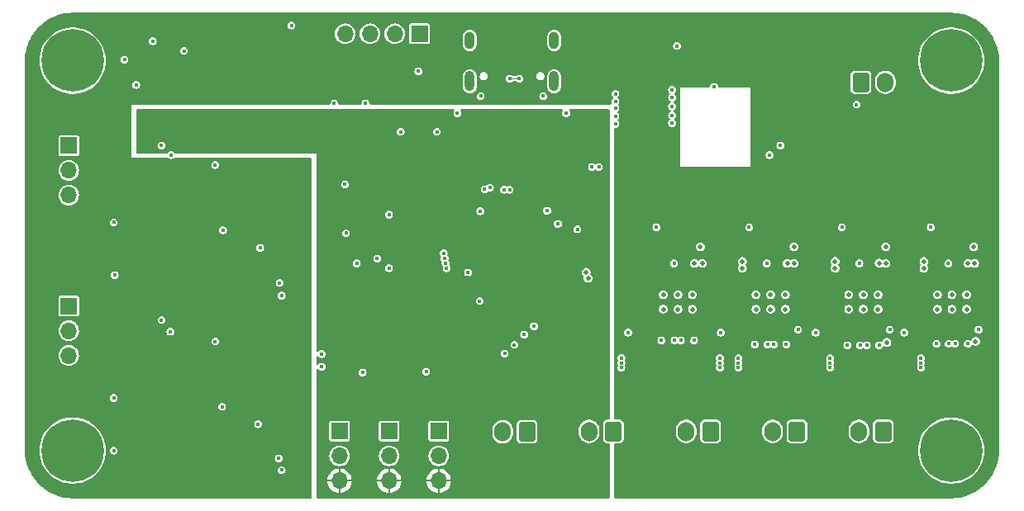
<source format=gbr>
%TF.GenerationSoftware,KiCad,Pcbnew,8.0.1*%
%TF.CreationDate,2024-04-23T22:04:50+02:00*%
%TF.ProjectId,OpenHand_v2,4f70656e-4861-46e6-945f-76322e6b6963,rev?*%
%TF.SameCoordinates,Original*%
%TF.FileFunction,Copper,L2,Inr*%
%TF.FilePolarity,Positive*%
%FSLAX46Y46*%
G04 Gerber Fmt 4.6, Leading zero omitted, Abs format (unit mm)*
G04 Created by KiCad (PCBNEW 8.0.1) date 2024-04-23 22:04:50*
%MOMM*%
%LPD*%
G01*
G04 APERTURE LIST*
G04 Aperture macros list*
%AMRoundRect*
0 Rectangle with rounded corners*
0 $1 Rounding radius*
0 $2 $3 $4 $5 $6 $7 $8 $9 X,Y pos of 4 corners*
0 Add a 4 corners polygon primitive as box body*
4,1,4,$2,$3,$4,$5,$6,$7,$8,$9,$2,$3,0*
0 Add four circle primitives for the rounded corners*
1,1,$1+$1,$2,$3*
1,1,$1+$1,$4,$5*
1,1,$1+$1,$6,$7*
1,1,$1+$1,$8,$9*
0 Add four rect primitives between the rounded corners*
20,1,$1+$1,$2,$3,$4,$5,0*
20,1,$1+$1,$4,$5,$6,$7,0*
20,1,$1+$1,$6,$7,$8,$9,0*
20,1,$1+$1,$8,$9,$2,$3,0*%
G04 Aperture macros list end*
%TA.AperFunction,ComponentPad*%
%ADD10O,1.700000X1.700000*%
%TD*%
%TA.AperFunction,ComponentPad*%
%ADD11R,1.700000X1.700000*%
%TD*%
%TA.AperFunction,ComponentPad*%
%ADD12C,0.800000*%
%TD*%
%TA.AperFunction,ComponentPad*%
%ADD13C,6.400000*%
%TD*%
%TA.AperFunction,ComponentPad*%
%ADD14O,1.700000X2.000000*%
%TD*%
%TA.AperFunction,ComponentPad*%
%ADD15RoundRect,0.250000X0.600000X0.750000X-0.600000X0.750000X-0.600000X-0.750000X0.600000X-0.750000X0*%
%TD*%
%TA.AperFunction,HeatsinkPad*%
%ADD16C,0.500000*%
%TD*%
%TA.AperFunction,ComponentPad*%
%ADD17RoundRect,0.250000X-0.600000X-0.750000X0.600000X-0.750000X0.600000X0.750000X-0.600000X0.750000X0*%
%TD*%
%TA.AperFunction,ComponentPad*%
%ADD18O,1.000000X1.800000*%
%TD*%
%TA.AperFunction,ComponentPad*%
%ADD19O,1.000000X2.100000*%
%TD*%
%TA.AperFunction,ViaPad*%
%ADD20C,0.400000*%
%TD*%
%TA.AperFunction,ViaPad*%
%ADD21C,0.500000*%
%TD*%
%TA.AperFunction,Conductor*%
%ADD22C,0.100000*%
%TD*%
G04 APERTURE END LIST*
D10*
%TO.N,+3V3*%
%TO.C,J12*%
X132910000Y-102250000D03*
%TO.N,SWCLK*%
X135450000Y-102250000D03*
%TO.N,SWDIO*%
X137990000Y-102250000D03*
D11*
%TO.N,GND*%
X140530000Y-102250000D03*
%TD*%
D12*
%TO.N,GND*%
%TO.C,H4*%
X197400000Y-145000000D03*
X196697056Y-146697056D03*
X196697056Y-143302944D03*
X195000000Y-147400000D03*
D13*
X195000000Y-145000000D03*
D12*
X195000000Y-142600000D03*
X193302944Y-146697056D03*
X193302944Y-143302944D03*
X192600000Y-145000000D03*
%TD*%
D14*
%TO.N,MOTOR_01_P*%
%TO.C,J1*%
X167850000Y-143035000D03*
D15*
%TO.N,MOTOR_01_N*%
X170350000Y-143035000D03*
%TD*%
D16*
%TO.N,GND*%
%TO.C,U10*%
X168500000Y-129000000D03*
X167000000Y-129000000D03*
X165500000Y-129000000D03*
X168500000Y-130500000D03*
X167000000Y-130500000D03*
X165500000Y-130500000D03*
%TD*%
D12*
%TO.N,GND*%
%TO.C,H1*%
X107400000Y-105000000D03*
X106697056Y-106697056D03*
X106697056Y-103302944D03*
X105000000Y-107400000D03*
D13*
X105000000Y-105000000D03*
D12*
X105000000Y-102600000D03*
X103302944Y-106697056D03*
X103302944Y-103302944D03*
X102600000Y-105000000D03*
%TD*%
D10*
%TO.N,+3V3*%
%TO.C,J13*%
X142500000Y-148080000D03*
%TO.N,HALL_SENS_03_S*%
X142500000Y-145540000D03*
D11*
%TO.N,GND*%
X142500000Y-143000000D03*
%TD*%
D14*
%TO.N,HAPTIC_01_P*%
%TO.C,J7*%
X149050000Y-143067500D03*
D15*
%TO.N,HAPTIC_01_N*%
X151550000Y-143067500D03*
%TD*%
D10*
%TO.N,EMG_02_N*%
%TO.C,J11*%
X104600000Y-135240000D03*
%TO.N,EMG_02_P*%
X104600000Y-132700000D03*
D11*
%TO.N,GND*%
X104600000Y-130160000D03*
%TD*%
D16*
%TO.N,GND*%
%TO.C,U8*%
X187500000Y-129000000D03*
X186000000Y-129000000D03*
X184500000Y-129000000D03*
X187500000Y-130500000D03*
X186000000Y-130500000D03*
X184500000Y-130500000D03*
%TD*%
%TO.N,GND*%
%TO.C,U9*%
X193580000Y-130500000D03*
X195080000Y-130500000D03*
X196580000Y-130500000D03*
X193580000Y-129000000D03*
X195080000Y-129000000D03*
X196580000Y-129000000D03*
%TD*%
D10*
%TO.N,+3V3*%
%TO.C,J4*%
X132340000Y-148080000D03*
%TO.N,HALL_SENS_01_S*%
X132340000Y-145540000D03*
D11*
%TO.N,GND*%
X132340000Y-143000000D03*
%TD*%
D14*
%TO.N,BAT_P*%
%TO.C,J3*%
X188250000Y-107232500D03*
D17*
%TO.N,GND*%
X185750000Y-107232500D03*
%TD*%
D12*
%TO.N,GND*%
%TO.C,H3*%
X107400000Y-145000000D03*
X106697056Y-146697056D03*
X106697056Y-143302944D03*
X105000000Y-147400000D03*
D13*
X105000000Y-145000000D03*
D12*
X105000000Y-142600000D03*
X103302944Y-146697056D03*
X103302944Y-143302944D03*
X102600000Y-145000000D03*
%TD*%
D10*
%TO.N,+3V3*%
%TO.C,J9*%
X137420000Y-148080000D03*
%TO.N,HALL_SENS_02_S*%
X137420000Y-145540000D03*
D11*
%TO.N,GND*%
X137420000Y-143000000D03*
%TD*%
D18*
%TO.N,unconnected-(J5-SHIELD-PadS1)*%
%TO.C,J5*%
X145680000Y-102925000D03*
D19*
%TO.N,unconnected-(J5-SHIELD-PadS1)_1*%
X145680000Y-107125000D03*
D18*
%TO.N,unconnected-(J5-SHIELD-PadS1)_0*%
X154320000Y-102925000D03*
D19*
%TO.N,unconnected-(J5-SHIELD-PadS1)_2*%
X154320000Y-107125000D03*
%TD*%
D16*
%TO.N,GND*%
%TO.C,U7*%
X175000000Y-130500000D03*
X176500000Y-130500000D03*
X178000000Y-130500000D03*
X175000000Y-129000000D03*
X176500000Y-129000000D03*
X178000000Y-129000000D03*
%TD*%
D14*
%TO.N,MOTOR_02_P*%
%TO.C,J2*%
X176700000Y-143035000D03*
D15*
%TO.N,MOTOR_02_N*%
X179200000Y-143035000D03*
%TD*%
D10*
%TO.N,EMG_01_N*%
%TO.C,J8*%
X104600000Y-118800000D03*
%TO.N,EMG_01_P*%
X104600000Y-116260000D03*
D11*
%TO.N,GND*%
X104600000Y-113720000D03*
%TD*%
D14*
%TO.N,MOTOR_03_P*%
%TO.C,J6*%
X185550000Y-143035000D03*
D15*
%TO.N,MOTOR_03_N*%
X188050000Y-143035000D03*
%TD*%
D12*
%TO.N,GND*%
%TO.C,H2*%
X197400000Y-105000000D03*
X196697056Y-106697056D03*
X196697056Y-103302944D03*
X195000000Y-107400000D03*
D13*
X195000000Y-105000000D03*
D12*
X195000000Y-102600000D03*
X193302944Y-106697056D03*
X193302944Y-103302944D03*
X192600000Y-105000000D03*
%TD*%
D14*
%TO.N,HAPTIC_02_P*%
%TO.C,J10*%
X157900000Y-143035000D03*
D15*
%TO.N,HAPTIC_02_N*%
X160400000Y-143035000D03*
%TD*%
D20*
%TO.N,MOTOR_03_EN*%
X152250000Y-132250000D03*
%TO.N,MOTOR_02_EN*%
X151250000Y-133100000D03*
%TO.N,MOTOR_01_EN*%
X150250000Y-134150000D03*
%TO.N,HAPTIC_EN*%
X149250000Y-135050000D03*
%TO.N,MOTOR_03_FAULT*%
X197800000Y-132600000D03*
%TO.N,MOTOR_03_EN*%
X190200000Y-132900000D03*
%TO.N,MOTOR_02_FAULT*%
X188700000Y-132600000D03*
%TO.N,MOTOR_02_EN*%
X181100000Y-132900000D03*
%TO.N,MOTOR_01_FAULT*%
X179300000Y-132600000D03*
%TO.N,MOTOR_01_EN*%
X171400000Y-132900000D03*
%TO.N,HAPTIC_EN*%
X161900000Y-132900000D03*
%TO.N,EMG_02_UC*%
X119600000Y-133800000D03*
%TO.N,EMG_01_UC*%
X119600000Y-115700000D03*
%TO.N,EMG_02_UC*%
X130500000Y-136400000D03*
%TO.N,EMG_01_UC*%
X130500000Y-135100000D03*
%TO.N,-5V*%
X111500000Y-107500000D03*
X120300000Y-140500000D03*
X120400000Y-122400000D03*
%TO.N,GND*%
X124000000Y-142300000D03*
X124200000Y-124200000D03*
X126200000Y-127800000D03*
X126400000Y-129100000D03*
X126100000Y-145800000D03*
X126400000Y-147000000D03*
X109200000Y-121600000D03*
X109300000Y-127000000D03*
X109200000Y-145000000D03*
X109200000Y-139600000D03*
X115000000Y-132800000D03*
X114100000Y-131600000D03*
X114100000Y-113700000D03*
X115100000Y-114700000D03*
%TO.N,+5V*%
X116900000Y-116700000D03*
X116900000Y-134700000D03*
X116000000Y-140500000D03*
X116000000Y-122500000D03*
D21*
%TO.N,HAPTIC_02_DIR*%
X157800000Y-127300000D03*
%TO.N,HAPTIC_02_PWM*%
X157600000Y-126700000D03*
%TO.N,HAPTIC_02_DIR*%
X169500000Y-125800000D03*
%TO.N,HAPTIC_02_PWM*%
X168700000Y-125800000D03*
%TO.N,GND*%
X197300000Y-124100000D03*
X188300000Y-124100000D03*
X169300000Y-124100000D03*
X178900000Y-124100000D03*
%TO.N,MOTOR_01_DIR*%
X173600000Y-126300000D03*
%TO.N,MOTOR_01_PWM*%
X173600000Y-125600000D03*
%TO.N,MOTOR_03_FAULT*%
X197500000Y-133800000D03*
%TO.N,MOTOR_02_FAULT*%
X188400000Y-133900000D03*
%TO.N,MOTOR_01_DIR*%
X178900000Y-125800000D03*
%TO.N,MOTOR_01_PWM*%
X178200000Y-125800000D03*
%TO.N,MOTOR_02_DIR*%
X188300000Y-125800000D03*
%TO.N,MOTOR_02_PWM*%
X187625000Y-125775000D03*
%TO.N,MOTOR_03_DIR*%
X197400000Y-125800000D03*
%TO.N,MOTOR_03_PWM*%
X196700000Y-125800000D03*
%TO.N,MOTOR_03_DIR*%
X192200000Y-126300000D03*
%TO.N,MOTOR_03_PWM*%
X192200000Y-125600000D03*
%TO.N,MOTOR_02_DIR*%
X183100000Y-126300000D03*
%TO.N,MOTOR_02_PWM*%
X183100000Y-125600000D03*
D20*
%TO.N,HAPTIC_02_P*%
X168650000Y-133700000D03*
%TO.N,HAPTIC_02_N*%
X167300000Y-133700000D03*
%TO.N,HAPTIC_01_N*%
X166650000Y-133700000D03*
%TO.N,HAPTIC_01_P*%
X165300000Y-133700000D03*
%TO.N,MOTOR_01_P*%
X174875000Y-134100000D03*
%TO.N,MOTOR_01_N*%
X176200000Y-134100000D03*
X176825000Y-134100000D03*
%TO.N,MOTOR_01_P*%
X178100000Y-134100000D03*
%TO.N,MOTOR_03_N*%
X194750000Y-134050000D03*
%TO.N,MOTOR_03_P*%
X193500000Y-134050000D03*
%TO.N,MOTOR_03_N*%
X195400000Y-134050000D03*
%TO.N,MOTOR_03_P*%
X196700000Y-134050000D03*
%TO.N,MOTOR_02_N*%
X185650000Y-134200000D03*
X186350000Y-134200000D03*
%TO.N,MOTOR_02_P*%
X187600000Y-134200000D03*
X184350000Y-134200000D03*
%TO.N,+5V*%
X168200000Y-122850000D03*
X177750000Y-122850000D03*
X187200000Y-122850000D03*
X196200000Y-122850000D03*
%TO.N,GND*%
X192900000Y-122100000D03*
X183800000Y-122100000D03*
X174300000Y-122100000D03*
X164800000Y-122100000D03*
%TO.N,+5V*%
X195300000Y-125800000D03*
%TO.N,GND*%
X194700000Y-125800000D03*
%TO.N,+5V*%
X186300000Y-125800000D03*
%TO.N,GND*%
X185600000Y-125800000D03*
%TO.N,+5V*%
X176800000Y-125800000D03*
%TO.N,GND*%
X176100000Y-125800000D03*
%TO.N,+5V*%
X167300000Y-125800000D03*
%TO.N,GND*%
X166600000Y-125800000D03*
X191900000Y-136500000D03*
X191900000Y-136000000D03*
X191900000Y-135500000D03*
X182600000Y-136500000D03*
X182600000Y-135500000D03*
X182600000Y-136000000D03*
X173200000Y-136500000D03*
X173200000Y-135500000D03*
X173200000Y-136000000D03*
X171300000Y-136500000D03*
X171300000Y-135500000D03*
X171300000Y-136000000D03*
X161200000Y-136500000D03*
X161200000Y-135500000D03*
X161200000Y-136000000D03*
%TO.N,+5V*%
X163000000Y-130300000D03*
X172500000Y-130300000D03*
X182000000Y-130300000D03*
X191100000Y-130300000D03*
%TO.N,+3V3*%
X133300000Y-120700000D03*
%TO.N,GND*%
X132900000Y-117700000D03*
%TO.N,SWCLK*%
X153600000Y-120400000D03*
%TO.N,SWDIO*%
X156700000Y-122300000D03*
%TO.N,HALL_SENS_01_S*%
X143100000Y-125300000D03*
%TO.N,HALL_SENS_02_S*%
X143200000Y-125800000D03*
%TO.N,HALL_SENS_03_S*%
X143300000Y-126300000D03*
%TO.N,/BATT_SENSE*%
X143000000Y-124750000D03*
X177500000Y-113700000D03*
%TO.N,+5V*%
X157700000Y-102200000D03*
X159900000Y-102200000D03*
X159900000Y-104400000D03*
X157700000Y-104400000D03*
%TO.N,GND*%
X140400000Y-106100000D03*
%TO.N,LED_1*%
X142300000Y-112300000D03*
%TO.N,LED_2*%
X138600000Y-112300000D03*
%TO.N,GND*%
X113200000Y-103000000D03*
X110300000Y-104900000D03*
X116400000Y-104000000D03*
%TO.N,LED_1*%
X149750000Y-118250000D03*
%TO.N,LED_2*%
X149200000Y-118250000D03*
%TO.N,UC_SCL*%
X135000000Y-109400000D03*
%TO.N,UC_SDA*%
X131800000Y-109400000D03*
%TO.N,+3V3*%
X135000000Y-111100000D03*
X131800000Y-111100000D03*
%TO.N,UC_SCL*%
X147750000Y-118050000D03*
%TO.N,UC_SDA*%
X147200000Y-118200000D03*
%TO.N,+3V3*%
X132400000Y-137000000D03*
X138900000Y-137000000D03*
%TO.N,GND*%
X141200000Y-136900000D03*
X134700000Y-137000000D03*
X134100000Y-125800000D03*
X137400000Y-120800000D03*
X137400000Y-126300000D03*
X133000000Y-122700000D03*
X136200000Y-125300000D03*
X127400000Y-101400000D03*
%TO.N,+5V*%
X121800000Y-106600000D03*
X121000000Y-106600000D03*
X120200000Y-106600000D03*
X119400000Y-106600000D03*
X118600000Y-106600000D03*
X117800000Y-106600000D03*
%TO.N,+3V3*%
X127400000Y-110600000D03*
X126400000Y-110600000D03*
X125400000Y-110600000D03*
X129000000Y-112600000D03*
X129000000Y-112000000D03*
X129000000Y-111400000D03*
X123800000Y-112600000D03*
X123800000Y-112000000D03*
X123800000Y-111400000D03*
%TO.N,+5V*%
X166400000Y-115500000D03*
X166400000Y-114700000D03*
X166400000Y-113900000D03*
X166400000Y-113100000D03*
X160600000Y-116400000D03*
X160600000Y-115600000D03*
X160600000Y-114800000D03*
X160600000Y-114000000D03*
X160600000Y-113200000D03*
%TO.N,GND*%
X160600000Y-111500000D03*
X160600000Y-110700000D03*
X160600000Y-109900000D03*
X160600000Y-109200000D03*
X160600000Y-108400000D03*
X166400000Y-111400000D03*
X166400000Y-110600000D03*
X166400000Y-109700000D03*
X166400000Y-108800000D03*
X166400000Y-108000000D03*
X176400000Y-114700000D03*
%TO.N,+5V*%
X147600000Y-108650000D03*
X152150000Y-106800000D03*
X152400000Y-108650000D03*
X147850000Y-106750000D03*
%TO.N,GND*%
X146750000Y-120450000D03*
X146800000Y-108650000D03*
X155550000Y-110400000D03*
X144400000Y-110400000D03*
X158200000Y-115900000D03*
X154700000Y-121750000D03*
X146700000Y-129650000D03*
X145500000Y-126750000D03*
X185300000Y-109500000D03*
X153200000Y-108650000D03*
X158900000Y-115900000D03*
%TO.N,/PSU/PSU_SW*%
X166900000Y-103500000D03*
X170700000Y-107700000D03*
%TO.N,+3V3*%
X145450000Y-127250000D03*
X147250000Y-129650000D03*
X154650000Y-121250000D03*
X148200000Y-110400000D03*
X143300000Y-121000000D03*
X146100000Y-120450000D03*
%TO.N,USB_D-*%
X150750000Y-106850000D03*
X149750000Y-106850000D03*
%TD*%
D22*
%TO.N,USB_D-*%
X149750000Y-106850000D02*
X150750000Y-106850000D01*
%TD*%
%TA.AperFunction,Conductor*%
%TO.N,+5V*%
G36*
X195002152Y-100100593D02*
G01*
X195422716Y-100118956D01*
X195431296Y-100119706D01*
X195846505Y-100174370D01*
X195855010Y-100175870D01*
X195972778Y-100201978D01*
X196263872Y-100266512D01*
X196272187Y-100268739D01*
X196671605Y-100394676D01*
X196679721Y-100397630D01*
X197066634Y-100557895D01*
X197074446Y-100561537D01*
X197176472Y-100614649D01*
X197445910Y-100754910D01*
X197453390Y-100759228D01*
X197806598Y-100984246D01*
X197813672Y-100989200D01*
X198107547Y-101214698D01*
X198145912Y-101244136D01*
X198152513Y-101249675D01*
X198461302Y-101532627D01*
X198467372Y-101538697D01*
X198750322Y-101847484D01*
X198755863Y-101854087D01*
X199010799Y-102186327D01*
X199015753Y-102193401D01*
X199240771Y-102546609D01*
X199245089Y-102554089D01*
X199438458Y-102925546D01*
X199442108Y-102933373D01*
X199602369Y-103320278D01*
X199605323Y-103328394D01*
X199731255Y-103727796D01*
X199733490Y-103736139D01*
X199824129Y-104144989D01*
X199825629Y-104153494D01*
X199880291Y-104568691D01*
X199881044Y-104577295D01*
X199899406Y-104997847D01*
X199899500Y-105002165D01*
X199899500Y-144997834D01*
X199899406Y-145002152D01*
X199881044Y-145422704D01*
X199880291Y-145431308D01*
X199825629Y-145846505D01*
X199824129Y-145855010D01*
X199733490Y-146263860D01*
X199731255Y-146272203D01*
X199605323Y-146671605D01*
X199602369Y-146679721D01*
X199442108Y-147066626D01*
X199438458Y-147074453D01*
X199245089Y-147445910D01*
X199240771Y-147453390D01*
X199015753Y-147806598D01*
X199010799Y-147813672D01*
X198755863Y-148145912D01*
X198750313Y-148152526D01*
X198467383Y-148461290D01*
X198461290Y-148467383D01*
X198152528Y-148750312D01*
X198145912Y-148755863D01*
X197813672Y-149010799D01*
X197806598Y-149015753D01*
X197453390Y-149240771D01*
X197445910Y-149245089D01*
X197074453Y-149438458D01*
X197066626Y-149442108D01*
X196679721Y-149602369D01*
X196671605Y-149605323D01*
X196272203Y-149731255D01*
X196263860Y-149733490D01*
X195855010Y-149824129D01*
X195846505Y-149825629D01*
X195431308Y-149880291D01*
X195422704Y-149881044D01*
X195002153Y-149899406D01*
X194997835Y-149899500D01*
X160599000Y-149899500D01*
X160540809Y-149880593D01*
X160504845Y-149831093D01*
X160500000Y-149800500D01*
X160500000Y-145000000D01*
X191594506Y-145000000D01*
X191614468Y-145368197D01*
X191674126Y-145732087D01*
X191772768Y-146087365D01*
X191772772Y-146087376D01*
X191909255Y-146429927D01*
X191954481Y-146515232D01*
X192037567Y-146671949D01*
X192081981Y-146755721D01*
X192086007Y-146761659D01*
X192288910Y-147060917D01*
X192288914Y-147060922D01*
X192288915Y-147060923D01*
X192527622Y-147341951D01*
X192527632Y-147341961D01*
X192795326Y-147595535D01*
X192795330Y-147595538D01*
X193088881Y-147818690D01*
X193404838Y-148008795D01*
X193739497Y-148163625D01*
X194088934Y-148281364D01*
X194088939Y-148281365D01*
X194088942Y-148281366D01*
X194449047Y-148360631D01*
X194449048Y-148360631D01*
X194449052Y-148360632D01*
X194815630Y-148400500D01*
X195184370Y-148400500D01*
X195550948Y-148360632D01*
X195911057Y-148281366D01*
X195911058Y-148281366D01*
X195911060Y-148281365D01*
X195911066Y-148281364D01*
X196260503Y-148163625D01*
X196595162Y-148008795D01*
X196911119Y-147818690D01*
X197204670Y-147595538D01*
X197472373Y-147341956D01*
X197711090Y-147060917D01*
X197918022Y-146755716D01*
X198090743Y-146429930D01*
X198227227Y-146087379D01*
X198325875Y-145732081D01*
X198385531Y-145368199D01*
X198405494Y-145000000D01*
X198385531Y-144631801D01*
X198325875Y-144267919D01*
X198259923Y-144030382D01*
X198227231Y-143912634D01*
X198227229Y-143912629D01*
X198227227Y-143912621D01*
X198090743Y-143570070D01*
X197918022Y-143244284D01*
X197711090Y-142939083D01*
X197604873Y-142814035D01*
X197472377Y-142658048D01*
X197472367Y-142658038D01*
X197204673Y-142404464D01*
X196911123Y-142181313D01*
X196911122Y-142181312D01*
X196911119Y-142181310D01*
X196595162Y-141991205D01*
X196359567Y-141882207D01*
X196260508Y-141836377D01*
X196260505Y-141836376D01*
X196260503Y-141836375D01*
X195911066Y-141718636D01*
X195911065Y-141718635D01*
X195911057Y-141718633D01*
X195550952Y-141639368D01*
X195550953Y-141639368D01*
X195184370Y-141599500D01*
X194815630Y-141599500D01*
X194449046Y-141639368D01*
X194088943Y-141718633D01*
X194088941Y-141718633D01*
X193739491Y-141836377D01*
X193404846Y-141991201D01*
X193404840Y-141991204D01*
X193404838Y-141991205D01*
X193270940Y-142071769D01*
X193088881Y-142181310D01*
X193088876Y-142181313D01*
X192795326Y-142404464D01*
X192527632Y-142658038D01*
X192527622Y-142658048D01*
X192288915Y-142939076D01*
X192288908Y-142939086D01*
X192081981Y-143244278D01*
X191909255Y-143570072D01*
X191772772Y-143912623D01*
X191772768Y-143912634D01*
X191674126Y-144267912D01*
X191614468Y-144631802D01*
X191594506Y-145000000D01*
X160500000Y-145000000D01*
X160500000Y-144334500D01*
X160518907Y-144276309D01*
X160568407Y-144240345D01*
X160599000Y-144235500D01*
X161054273Y-144235500D01*
X161054273Y-144235499D01*
X161084699Y-144232646D01*
X161212882Y-144187793D01*
X161322150Y-144107150D01*
X161402793Y-143997882D01*
X161447646Y-143869699D01*
X161450499Y-143839273D01*
X161450500Y-143839273D01*
X161450500Y-143288467D01*
X166799500Y-143288467D01*
X166839869Y-143491418D01*
X166919058Y-143682597D01*
X167034020Y-143854651D01*
X167034023Y-143854655D01*
X167180345Y-144000977D01*
X167352402Y-144115941D01*
X167543580Y-144195130D01*
X167746535Y-144235500D01*
X167746536Y-144235500D01*
X167953464Y-144235500D01*
X167953465Y-144235500D01*
X168156420Y-144195130D01*
X168347598Y-144115941D01*
X168519655Y-144000977D01*
X168665977Y-143854655D01*
X168676254Y-143839274D01*
X169299500Y-143839274D01*
X169302353Y-143869694D01*
X169302355Y-143869703D01*
X169347207Y-143997883D01*
X169427845Y-144107144D01*
X169427847Y-144107146D01*
X169427850Y-144107150D01*
X169427853Y-144107152D01*
X169427855Y-144107154D01*
X169537116Y-144187792D01*
X169537117Y-144187792D01*
X169537118Y-144187793D01*
X169665301Y-144232646D01*
X169695725Y-144235499D01*
X169695727Y-144235500D01*
X169695734Y-144235500D01*
X171004273Y-144235500D01*
X171004273Y-144235499D01*
X171034699Y-144232646D01*
X171162882Y-144187793D01*
X171272150Y-144107150D01*
X171352793Y-143997882D01*
X171397646Y-143869699D01*
X171400499Y-143839273D01*
X171400500Y-143839273D01*
X171400500Y-143288467D01*
X175649500Y-143288467D01*
X175689869Y-143491418D01*
X175769058Y-143682597D01*
X175884020Y-143854651D01*
X175884023Y-143854655D01*
X176030345Y-144000977D01*
X176202402Y-144115941D01*
X176393580Y-144195130D01*
X176596535Y-144235500D01*
X176596536Y-144235500D01*
X176803464Y-144235500D01*
X176803465Y-144235500D01*
X177006420Y-144195130D01*
X177197598Y-144115941D01*
X177369655Y-144000977D01*
X177515977Y-143854655D01*
X177526254Y-143839274D01*
X178149500Y-143839274D01*
X178152353Y-143869694D01*
X178152355Y-143869703D01*
X178197207Y-143997883D01*
X178277845Y-144107144D01*
X178277847Y-144107146D01*
X178277850Y-144107150D01*
X178277853Y-144107152D01*
X178277855Y-144107154D01*
X178387116Y-144187792D01*
X178387117Y-144187792D01*
X178387118Y-144187793D01*
X178515301Y-144232646D01*
X178545725Y-144235499D01*
X178545727Y-144235500D01*
X178545734Y-144235500D01*
X179854273Y-144235500D01*
X179854273Y-144235499D01*
X179884699Y-144232646D01*
X180012882Y-144187793D01*
X180122150Y-144107150D01*
X180202793Y-143997882D01*
X180247646Y-143869699D01*
X180250499Y-143839273D01*
X180250500Y-143839273D01*
X180250500Y-143288467D01*
X184499500Y-143288467D01*
X184539869Y-143491418D01*
X184619058Y-143682597D01*
X184734020Y-143854651D01*
X184734023Y-143854655D01*
X184880345Y-144000977D01*
X185052402Y-144115941D01*
X185243580Y-144195130D01*
X185446535Y-144235500D01*
X185446536Y-144235500D01*
X185653464Y-144235500D01*
X185653465Y-144235500D01*
X185856420Y-144195130D01*
X186047598Y-144115941D01*
X186219655Y-144000977D01*
X186365977Y-143854655D01*
X186376254Y-143839274D01*
X186999500Y-143839274D01*
X187002353Y-143869694D01*
X187002355Y-143869703D01*
X187047207Y-143997883D01*
X187127845Y-144107144D01*
X187127847Y-144107146D01*
X187127850Y-144107150D01*
X187127853Y-144107152D01*
X187127855Y-144107154D01*
X187237116Y-144187792D01*
X187237117Y-144187792D01*
X187237118Y-144187793D01*
X187365301Y-144232646D01*
X187395725Y-144235499D01*
X187395727Y-144235500D01*
X187395734Y-144235500D01*
X188704273Y-144235500D01*
X188704273Y-144235499D01*
X188734699Y-144232646D01*
X188862882Y-144187793D01*
X188972150Y-144107150D01*
X189052793Y-143997882D01*
X189097646Y-143869699D01*
X189100499Y-143839273D01*
X189100500Y-143839273D01*
X189100500Y-142230727D01*
X189100499Y-142230725D01*
X189097646Y-142200305D01*
X189097646Y-142200301D01*
X189052793Y-142072118D01*
X189052535Y-142071769D01*
X188972154Y-141962855D01*
X188972152Y-141962853D01*
X188972150Y-141962850D01*
X188972146Y-141962847D01*
X188972144Y-141962845D01*
X188862883Y-141882207D01*
X188734703Y-141837355D01*
X188734694Y-141837353D01*
X188704274Y-141834500D01*
X188704266Y-141834500D01*
X187395734Y-141834500D01*
X187395725Y-141834500D01*
X187365305Y-141837353D01*
X187365296Y-141837355D01*
X187237116Y-141882207D01*
X187127855Y-141962845D01*
X187127845Y-141962855D01*
X187047207Y-142072116D01*
X187002355Y-142200296D01*
X187002353Y-142200305D01*
X186999500Y-142230725D01*
X186999500Y-143839274D01*
X186376254Y-143839274D01*
X186480941Y-143682598D01*
X186560130Y-143491420D01*
X186600500Y-143288465D01*
X186600500Y-142781535D01*
X186560130Y-142578580D01*
X186480941Y-142387402D01*
X186365977Y-142215345D01*
X186219655Y-142069023D01*
X186208634Y-142061659D01*
X186047597Y-141954058D01*
X185856418Y-141874869D01*
X185653467Y-141834500D01*
X185653465Y-141834500D01*
X185446535Y-141834500D01*
X185446532Y-141834500D01*
X185243581Y-141874869D01*
X185052402Y-141954058D01*
X184880348Y-142069020D01*
X184734020Y-142215348D01*
X184619058Y-142387402D01*
X184539869Y-142578581D01*
X184499500Y-142781532D01*
X184499500Y-143288467D01*
X180250500Y-143288467D01*
X180250500Y-142230727D01*
X180250499Y-142230725D01*
X180247646Y-142200305D01*
X180247646Y-142200301D01*
X180202793Y-142072118D01*
X180202535Y-142071769D01*
X180122154Y-141962855D01*
X180122152Y-141962853D01*
X180122150Y-141962850D01*
X180122146Y-141962847D01*
X180122144Y-141962845D01*
X180012883Y-141882207D01*
X179884703Y-141837355D01*
X179884694Y-141837353D01*
X179854274Y-141834500D01*
X179854266Y-141834500D01*
X178545734Y-141834500D01*
X178545725Y-141834500D01*
X178515305Y-141837353D01*
X178515296Y-141837355D01*
X178387116Y-141882207D01*
X178277855Y-141962845D01*
X178277845Y-141962855D01*
X178197207Y-142072116D01*
X178152355Y-142200296D01*
X178152353Y-142200305D01*
X178149500Y-142230725D01*
X178149500Y-143839274D01*
X177526254Y-143839274D01*
X177630941Y-143682598D01*
X177710130Y-143491420D01*
X177750500Y-143288465D01*
X177750500Y-142781535D01*
X177710130Y-142578580D01*
X177630941Y-142387402D01*
X177515977Y-142215345D01*
X177369655Y-142069023D01*
X177358634Y-142061659D01*
X177197597Y-141954058D01*
X177006418Y-141874869D01*
X176803467Y-141834500D01*
X176803465Y-141834500D01*
X176596535Y-141834500D01*
X176596532Y-141834500D01*
X176393581Y-141874869D01*
X176202402Y-141954058D01*
X176030348Y-142069020D01*
X175884020Y-142215348D01*
X175769058Y-142387402D01*
X175689869Y-142578581D01*
X175649500Y-142781532D01*
X175649500Y-143288467D01*
X171400500Y-143288467D01*
X171400500Y-142230727D01*
X171400499Y-142230725D01*
X171397646Y-142200305D01*
X171397646Y-142200301D01*
X171352793Y-142072118D01*
X171352535Y-142071769D01*
X171272154Y-141962855D01*
X171272152Y-141962853D01*
X171272150Y-141962850D01*
X171272146Y-141962847D01*
X171272144Y-141962845D01*
X171162883Y-141882207D01*
X171034703Y-141837355D01*
X171034694Y-141837353D01*
X171004274Y-141834500D01*
X171004266Y-141834500D01*
X169695734Y-141834500D01*
X169695725Y-141834500D01*
X169665305Y-141837353D01*
X169665296Y-141837355D01*
X169537116Y-141882207D01*
X169427855Y-141962845D01*
X169427845Y-141962855D01*
X169347207Y-142072116D01*
X169302355Y-142200296D01*
X169302353Y-142200305D01*
X169299500Y-142230725D01*
X169299500Y-143839274D01*
X168676254Y-143839274D01*
X168780941Y-143682598D01*
X168860130Y-143491420D01*
X168900500Y-143288465D01*
X168900500Y-142781535D01*
X168860130Y-142578580D01*
X168780941Y-142387402D01*
X168665977Y-142215345D01*
X168519655Y-142069023D01*
X168508634Y-142061659D01*
X168347597Y-141954058D01*
X168156418Y-141874869D01*
X167953467Y-141834500D01*
X167953465Y-141834500D01*
X167746535Y-141834500D01*
X167746532Y-141834500D01*
X167543581Y-141874869D01*
X167352402Y-141954058D01*
X167180348Y-142069020D01*
X167034020Y-142215348D01*
X166919058Y-142387402D01*
X166839869Y-142578581D01*
X166799500Y-142781532D01*
X166799500Y-143288467D01*
X161450500Y-143288467D01*
X161450500Y-142230727D01*
X161450499Y-142230725D01*
X161447646Y-142200305D01*
X161447646Y-142200301D01*
X161402793Y-142072118D01*
X161402535Y-142071769D01*
X161322154Y-141962855D01*
X161322152Y-141962853D01*
X161322150Y-141962850D01*
X161322146Y-141962847D01*
X161322144Y-141962845D01*
X161212883Y-141882207D01*
X161084703Y-141837355D01*
X161084694Y-141837353D01*
X161054274Y-141834500D01*
X161054266Y-141834500D01*
X160599000Y-141834500D01*
X160540809Y-141815593D01*
X160504845Y-141766093D01*
X160500000Y-141735500D01*
X160500000Y-136500000D01*
X160794508Y-136500000D01*
X160809476Y-136594508D01*
X160814354Y-136625303D01*
X160814355Y-136625307D01*
X160820997Y-136638342D01*
X160871950Y-136738342D01*
X160961658Y-136828050D01*
X161074696Y-136885646D01*
X161200000Y-136905492D01*
X161325304Y-136885646D01*
X161438342Y-136828050D01*
X161528050Y-136738342D01*
X161585646Y-136625304D01*
X161605492Y-136500000D01*
X170894508Y-136500000D01*
X170909476Y-136594508D01*
X170914354Y-136625303D01*
X170914355Y-136625307D01*
X170920997Y-136638342D01*
X170971950Y-136738342D01*
X171061658Y-136828050D01*
X171174696Y-136885646D01*
X171300000Y-136905492D01*
X171425304Y-136885646D01*
X171538342Y-136828050D01*
X171628050Y-136738342D01*
X171685646Y-136625304D01*
X171705492Y-136500000D01*
X172794508Y-136500000D01*
X172809476Y-136594508D01*
X172814354Y-136625303D01*
X172814355Y-136625307D01*
X172820997Y-136638342D01*
X172871950Y-136738342D01*
X172961658Y-136828050D01*
X173074696Y-136885646D01*
X173200000Y-136905492D01*
X173325304Y-136885646D01*
X173438342Y-136828050D01*
X173528050Y-136738342D01*
X173585646Y-136625304D01*
X173605492Y-136500000D01*
X182194508Y-136500000D01*
X182209476Y-136594508D01*
X182214354Y-136625303D01*
X182214355Y-136625307D01*
X182220997Y-136638342D01*
X182271950Y-136738342D01*
X182361658Y-136828050D01*
X182474696Y-136885646D01*
X182600000Y-136905492D01*
X182725304Y-136885646D01*
X182838342Y-136828050D01*
X182928050Y-136738342D01*
X182985646Y-136625304D01*
X183005492Y-136500000D01*
X191494508Y-136500000D01*
X191509476Y-136594508D01*
X191514354Y-136625303D01*
X191514355Y-136625307D01*
X191520997Y-136638342D01*
X191571950Y-136738342D01*
X191661658Y-136828050D01*
X191774696Y-136885646D01*
X191900000Y-136905492D01*
X192025304Y-136885646D01*
X192138342Y-136828050D01*
X192228050Y-136738342D01*
X192285646Y-136625304D01*
X192305492Y-136500000D01*
X192285646Y-136374696D01*
X192245010Y-136294945D01*
X192235439Y-136234514D01*
X192245011Y-136205054D01*
X192285646Y-136125304D01*
X192305492Y-136000000D01*
X192285646Y-135874696D01*
X192245010Y-135794945D01*
X192235439Y-135734514D01*
X192245011Y-135705054D01*
X192285644Y-135625307D01*
X192285646Y-135625304D01*
X192305492Y-135500000D01*
X192285646Y-135374696D01*
X192228050Y-135261658D01*
X192138342Y-135171950D01*
X192134406Y-135169944D01*
X192025307Y-135114355D01*
X192025304Y-135114354D01*
X191900000Y-135094508D01*
X191774696Y-135114354D01*
X191774692Y-135114355D01*
X191661659Y-135171949D01*
X191571949Y-135261659D01*
X191514355Y-135374692D01*
X191514354Y-135374696D01*
X191494508Y-135499999D01*
X191494508Y-135500000D01*
X191514354Y-135625303D01*
X191514354Y-135625305D01*
X191554989Y-135705055D01*
X191564560Y-135765487D01*
X191554989Y-135794945D01*
X191514354Y-135874694D01*
X191514354Y-135874696D01*
X191494508Y-135999999D01*
X191494508Y-136000000D01*
X191514354Y-136125303D01*
X191514354Y-136125305D01*
X191554989Y-136205055D01*
X191564560Y-136265487D01*
X191554989Y-136294945D01*
X191514354Y-136374694D01*
X191514354Y-136374696D01*
X191494508Y-136500000D01*
X183005492Y-136500000D01*
X182985646Y-136374696D01*
X182945010Y-136294945D01*
X182935439Y-136234514D01*
X182945011Y-136205054D01*
X182985646Y-136125304D01*
X183005492Y-136000000D01*
X182985646Y-135874696D01*
X182945010Y-135794945D01*
X182935439Y-135734514D01*
X182945011Y-135705054D01*
X182985644Y-135625307D01*
X182985646Y-135625304D01*
X183005492Y-135500000D01*
X182985646Y-135374696D01*
X182928050Y-135261658D01*
X182838342Y-135171950D01*
X182834406Y-135169944D01*
X182725307Y-135114355D01*
X182725304Y-135114354D01*
X182600000Y-135094508D01*
X182474696Y-135114354D01*
X182474692Y-135114355D01*
X182361659Y-135171949D01*
X182271949Y-135261659D01*
X182214355Y-135374692D01*
X182214354Y-135374696D01*
X182194508Y-135499999D01*
X182194508Y-135500000D01*
X182214354Y-135625303D01*
X182214354Y-135625305D01*
X182254989Y-135705055D01*
X182264560Y-135765487D01*
X182254989Y-135794945D01*
X182214354Y-135874694D01*
X182214354Y-135874696D01*
X182194508Y-135999999D01*
X182194508Y-136000000D01*
X182214354Y-136125303D01*
X182214354Y-136125305D01*
X182254989Y-136205055D01*
X182264560Y-136265487D01*
X182254989Y-136294945D01*
X182214354Y-136374694D01*
X182214354Y-136374696D01*
X182194508Y-136500000D01*
X173605492Y-136500000D01*
X173585646Y-136374696D01*
X173545010Y-136294945D01*
X173535439Y-136234514D01*
X173545011Y-136205054D01*
X173585646Y-136125304D01*
X173605492Y-136000000D01*
X173585646Y-135874696D01*
X173545010Y-135794945D01*
X173535439Y-135734514D01*
X173545011Y-135705054D01*
X173585644Y-135625307D01*
X173585646Y-135625304D01*
X173605492Y-135500000D01*
X173585646Y-135374696D01*
X173528050Y-135261658D01*
X173438342Y-135171950D01*
X173434406Y-135169944D01*
X173325307Y-135114355D01*
X173325304Y-135114354D01*
X173200000Y-135094508D01*
X173074696Y-135114354D01*
X173074692Y-135114355D01*
X172961659Y-135171949D01*
X172871949Y-135261659D01*
X172814355Y-135374692D01*
X172814354Y-135374696D01*
X172794508Y-135499999D01*
X172794508Y-135500000D01*
X172814354Y-135625303D01*
X172814354Y-135625305D01*
X172854989Y-135705055D01*
X172864560Y-135765487D01*
X172854989Y-135794945D01*
X172814354Y-135874694D01*
X172814354Y-135874696D01*
X172794508Y-135999999D01*
X172794508Y-136000000D01*
X172814354Y-136125303D01*
X172814354Y-136125305D01*
X172854989Y-136205055D01*
X172864560Y-136265487D01*
X172854989Y-136294945D01*
X172814354Y-136374694D01*
X172814354Y-136374696D01*
X172794508Y-136500000D01*
X171705492Y-136500000D01*
X171685646Y-136374696D01*
X171645010Y-136294945D01*
X171635439Y-136234514D01*
X171645011Y-136205054D01*
X171685646Y-136125304D01*
X171705492Y-136000000D01*
X171685646Y-135874696D01*
X171645010Y-135794945D01*
X171635439Y-135734514D01*
X171645011Y-135705054D01*
X171685644Y-135625307D01*
X171685646Y-135625304D01*
X171705492Y-135500000D01*
X171685646Y-135374696D01*
X171628050Y-135261658D01*
X171538342Y-135171950D01*
X171534406Y-135169944D01*
X171425307Y-135114355D01*
X171425304Y-135114354D01*
X171300000Y-135094508D01*
X171174696Y-135114354D01*
X171174692Y-135114355D01*
X171061659Y-135171949D01*
X170971949Y-135261659D01*
X170914355Y-135374692D01*
X170914354Y-135374696D01*
X170894508Y-135499999D01*
X170894508Y-135500000D01*
X170914354Y-135625303D01*
X170914354Y-135625305D01*
X170954989Y-135705055D01*
X170964560Y-135765487D01*
X170954989Y-135794945D01*
X170914354Y-135874694D01*
X170914354Y-135874696D01*
X170894508Y-135999999D01*
X170894508Y-136000000D01*
X170914354Y-136125303D01*
X170914354Y-136125305D01*
X170954989Y-136205055D01*
X170964560Y-136265487D01*
X170954989Y-136294945D01*
X170914354Y-136374694D01*
X170914354Y-136374696D01*
X170894508Y-136500000D01*
X161605492Y-136500000D01*
X161585646Y-136374696D01*
X161545010Y-136294945D01*
X161535439Y-136234514D01*
X161545011Y-136205054D01*
X161585646Y-136125304D01*
X161605492Y-136000000D01*
X161585646Y-135874696D01*
X161545010Y-135794945D01*
X161535439Y-135734514D01*
X161545011Y-135705054D01*
X161585644Y-135625307D01*
X161585646Y-135625304D01*
X161605492Y-135500000D01*
X161585646Y-135374696D01*
X161528050Y-135261658D01*
X161438342Y-135171950D01*
X161434406Y-135169944D01*
X161325307Y-135114355D01*
X161325304Y-135114354D01*
X161200000Y-135094508D01*
X161074696Y-135114354D01*
X161074692Y-135114355D01*
X160961659Y-135171949D01*
X160871949Y-135261659D01*
X160814355Y-135374692D01*
X160814354Y-135374696D01*
X160794508Y-135499999D01*
X160794508Y-135500000D01*
X160814354Y-135625303D01*
X160814354Y-135625305D01*
X160854989Y-135705055D01*
X160864560Y-135765487D01*
X160854989Y-135794945D01*
X160814354Y-135874694D01*
X160814354Y-135874696D01*
X160794508Y-135999999D01*
X160794508Y-136000000D01*
X160814354Y-136125303D01*
X160814354Y-136125305D01*
X160854989Y-136205055D01*
X160864560Y-136265487D01*
X160854989Y-136294945D01*
X160814354Y-136374694D01*
X160814354Y-136374696D01*
X160794508Y-136500000D01*
X160500000Y-136500000D01*
X160500000Y-133700000D01*
X164894508Y-133700000D01*
X164909476Y-133794508D01*
X164914354Y-133825303D01*
X164914355Y-133825307D01*
X164933188Y-133862268D01*
X164971950Y-133938342D01*
X165061658Y-134028050D01*
X165174696Y-134085646D01*
X165300000Y-134105492D01*
X165425304Y-134085646D01*
X165538342Y-134028050D01*
X165628050Y-133938342D01*
X165685646Y-133825304D01*
X165705492Y-133700000D01*
X166244508Y-133700000D01*
X166259476Y-133794508D01*
X166264354Y-133825303D01*
X166264355Y-133825307D01*
X166283188Y-133862268D01*
X166321950Y-133938342D01*
X166411658Y-134028050D01*
X166524696Y-134085646D01*
X166650000Y-134105492D01*
X166775304Y-134085646D01*
X166888342Y-134028050D01*
X166904998Y-134011393D01*
X166959513Y-133983618D01*
X167019945Y-133993189D01*
X167045000Y-134011392D01*
X167061658Y-134028050D01*
X167174696Y-134085646D01*
X167300000Y-134105492D01*
X167425304Y-134085646D01*
X167538342Y-134028050D01*
X167628050Y-133938342D01*
X167685646Y-133825304D01*
X167705492Y-133700000D01*
X168244508Y-133700000D01*
X168259476Y-133794508D01*
X168264354Y-133825303D01*
X168264355Y-133825307D01*
X168283188Y-133862268D01*
X168321950Y-133938342D01*
X168411658Y-134028050D01*
X168524696Y-134085646D01*
X168650000Y-134105492D01*
X168684675Y-134100000D01*
X174469508Y-134100000D01*
X174489354Y-134225303D01*
X174489355Y-134225307D01*
X174534549Y-134314004D01*
X174546950Y-134338342D01*
X174636658Y-134428050D01*
X174749696Y-134485646D01*
X174875000Y-134505492D01*
X175000304Y-134485646D01*
X175113342Y-134428050D01*
X175203050Y-134338342D01*
X175260646Y-134225304D01*
X175280492Y-134100000D01*
X175794508Y-134100000D01*
X175814354Y-134225303D01*
X175814355Y-134225307D01*
X175859549Y-134314004D01*
X175871950Y-134338342D01*
X175961658Y-134428050D01*
X176074696Y-134485646D01*
X176200000Y-134505492D01*
X176325304Y-134485646D01*
X176438342Y-134428050D01*
X176442498Y-134423893D01*
X176497013Y-134396118D01*
X176557445Y-134405689D01*
X176582500Y-134423892D01*
X176586658Y-134428050D01*
X176699696Y-134485646D01*
X176825000Y-134505492D01*
X176950304Y-134485646D01*
X177063342Y-134428050D01*
X177153050Y-134338342D01*
X177210646Y-134225304D01*
X177230492Y-134100000D01*
X177694508Y-134100000D01*
X177714354Y-134225303D01*
X177714355Y-134225307D01*
X177759549Y-134314004D01*
X177771950Y-134338342D01*
X177861658Y-134428050D01*
X177974696Y-134485646D01*
X178100000Y-134505492D01*
X178225304Y-134485646D01*
X178338342Y-134428050D01*
X178428050Y-134338342D01*
X178485646Y-134225304D01*
X178489654Y-134200000D01*
X183944508Y-134200000D01*
X183964354Y-134325303D01*
X183964355Y-134325307D01*
X184000436Y-134396118D01*
X184021950Y-134438342D01*
X184111658Y-134528050D01*
X184224696Y-134585646D01*
X184350000Y-134605492D01*
X184475304Y-134585646D01*
X184588342Y-134528050D01*
X184678050Y-134438342D01*
X184735646Y-134325304D01*
X184755492Y-134200000D01*
X185244508Y-134200000D01*
X185264354Y-134325303D01*
X185264355Y-134325307D01*
X185300436Y-134396118D01*
X185321950Y-134438342D01*
X185411658Y-134528050D01*
X185524696Y-134585646D01*
X185650000Y-134605492D01*
X185775304Y-134585646D01*
X185888342Y-134528050D01*
X185929998Y-134486393D01*
X185984513Y-134458618D01*
X186044945Y-134468189D01*
X186070000Y-134486392D01*
X186111658Y-134528050D01*
X186224696Y-134585646D01*
X186350000Y-134605492D01*
X186475304Y-134585646D01*
X186588342Y-134528050D01*
X186678050Y-134438342D01*
X186735646Y-134325304D01*
X186755492Y-134200000D01*
X187194508Y-134200000D01*
X187214354Y-134325303D01*
X187214355Y-134325307D01*
X187250436Y-134396118D01*
X187271950Y-134438342D01*
X187361658Y-134528050D01*
X187474696Y-134585646D01*
X187600000Y-134605492D01*
X187725304Y-134585646D01*
X187838342Y-134528050D01*
X187928050Y-134438342D01*
X187985646Y-134325304D01*
X187985646Y-134325297D01*
X187987923Y-134318293D01*
X188023883Y-134268790D01*
X188082072Y-134249878D01*
X188135603Y-134265594D01*
X188210931Y-134314004D01*
X188335228Y-134350500D01*
X188335230Y-134350500D01*
X188464770Y-134350500D01*
X188464772Y-134350500D01*
X188589069Y-134314004D01*
X188698049Y-134243967D01*
X188782882Y-134146063D01*
X188826753Y-134050000D01*
X193094508Y-134050000D01*
X193109722Y-134146061D01*
X193114354Y-134175303D01*
X193114355Y-134175307D01*
X193152668Y-134250499D01*
X193171950Y-134288342D01*
X193261658Y-134378050D01*
X193374696Y-134435646D01*
X193500000Y-134455492D01*
X193625304Y-134435646D01*
X193738342Y-134378050D01*
X193828050Y-134288342D01*
X193885646Y-134175304D01*
X193905492Y-134050000D01*
X194344508Y-134050000D01*
X194359722Y-134146061D01*
X194364354Y-134175303D01*
X194364355Y-134175307D01*
X194402668Y-134250499D01*
X194421950Y-134288342D01*
X194511658Y-134378050D01*
X194624696Y-134435646D01*
X194750000Y-134455492D01*
X194875304Y-134435646D01*
X194988342Y-134378050D01*
X195004998Y-134361393D01*
X195059513Y-134333618D01*
X195119945Y-134343189D01*
X195145000Y-134361392D01*
X195161658Y-134378050D01*
X195274696Y-134435646D01*
X195400000Y-134455492D01*
X195525304Y-134435646D01*
X195638342Y-134378050D01*
X195728050Y-134288342D01*
X195785646Y-134175304D01*
X195805492Y-134050000D01*
X196294508Y-134050000D01*
X196309722Y-134146061D01*
X196314354Y-134175303D01*
X196314355Y-134175307D01*
X196352668Y-134250499D01*
X196371950Y-134288342D01*
X196461658Y-134378050D01*
X196574696Y-134435646D01*
X196700000Y-134455492D01*
X196825304Y-134435646D01*
X196938342Y-134378050D01*
X197028050Y-134288342D01*
X197076686Y-134192887D01*
X197119950Y-134149624D01*
X197180382Y-134140053D01*
X197218418Y-134154550D01*
X197297686Y-134205492D01*
X197310931Y-134214004D01*
X197435228Y-134250500D01*
X197435230Y-134250500D01*
X197564770Y-134250500D01*
X197564772Y-134250500D01*
X197689069Y-134214004D01*
X197798049Y-134143967D01*
X197882882Y-134046063D01*
X197936697Y-133928226D01*
X197949033Y-133842427D01*
X197955133Y-133800002D01*
X197955133Y-133799997D01*
X197936697Y-133671774D01*
X197893727Y-133577685D01*
X197882882Y-133553937D01*
X197798049Y-133456033D01*
X197798048Y-133456032D01*
X197798047Y-133456031D01*
X197689073Y-133385998D01*
X197689070Y-133385996D01*
X197689069Y-133385996D01*
X197689066Y-133385995D01*
X197564774Y-133349500D01*
X197564772Y-133349500D01*
X197435228Y-133349500D01*
X197435225Y-133349500D01*
X197310933Y-133385995D01*
X197310926Y-133385998D01*
X197201952Y-133456031D01*
X197117117Y-133553938D01*
X197064051Y-133670134D01*
X197022679Y-133715211D01*
X196962712Y-133727362D01*
X196929053Y-133717217D01*
X196825304Y-133664354D01*
X196700000Y-133644508D01*
X196574696Y-133664354D01*
X196574692Y-133664355D01*
X196461659Y-133721949D01*
X196371949Y-133811659D01*
X196314355Y-133924692D01*
X196314354Y-133924696D01*
X196295132Y-134046063D01*
X196294508Y-134050000D01*
X195805492Y-134050000D01*
X195804868Y-134046063D01*
X195801484Y-134024696D01*
X195785646Y-133924696D01*
X195728050Y-133811658D01*
X195638342Y-133721950D01*
X195595261Y-133699999D01*
X195525307Y-133664355D01*
X195525304Y-133664354D01*
X195400000Y-133644508D01*
X195274696Y-133664354D01*
X195274692Y-133664355D01*
X195161658Y-133721950D01*
X195161655Y-133721952D01*
X195145002Y-133738605D01*
X195090485Y-133766381D01*
X195030053Y-133756809D01*
X195004998Y-133738605D01*
X194988344Y-133721952D01*
X194988342Y-133721950D01*
X194932861Y-133693681D01*
X194875307Y-133664355D01*
X194875304Y-133664354D01*
X194750000Y-133644508D01*
X194624696Y-133664354D01*
X194624692Y-133664355D01*
X194511659Y-133721949D01*
X194421949Y-133811659D01*
X194364355Y-133924692D01*
X194364354Y-133924696D01*
X194345132Y-134046063D01*
X194344508Y-134050000D01*
X193905492Y-134050000D01*
X193904868Y-134046063D01*
X193901484Y-134024696D01*
X193885646Y-133924696D01*
X193828050Y-133811658D01*
X193738342Y-133721950D01*
X193695261Y-133699999D01*
X193625307Y-133664355D01*
X193625304Y-133664354D01*
X193500000Y-133644508D01*
X193374696Y-133664354D01*
X193374692Y-133664355D01*
X193261659Y-133721949D01*
X193171949Y-133811659D01*
X193114355Y-133924692D01*
X193114354Y-133924696D01*
X193095132Y-134046063D01*
X193094508Y-134050000D01*
X188826753Y-134050000D01*
X188836697Y-134028226D01*
X188851075Y-133928225D01*
X188855133Y-133900002D01*
X188855133Y-133899997D01*
X188836697Y-133771774D01*
X188810474Y-133714354D01*
X188782882Y-133653937D01*
X188698049Y-133556033D01*
X188698048Y-133556032D01*
X188698047Y-133556031D01*
X188589073Y-133485998D01*
X188589070Y-133485996D01*
X188589069Y-133485996D01*
X188587877Y-133485646D01*
X188464774Y-133449500D01*
X188464772Y-133449500D01*
X188335228Y-133449500D01*
X188335225Y-133449500D01*
X188210933Y-133485995D01*
X188210926Y-133485998D01*
X188101952Y-133556031D01*
X188017117Y-133653938D01*
X187963302Y-133771774D01*
X187961038Y-133787520D01*
X187934039Y-133842427D01*
X187879924Y-133870978D01*
X187819362Y-133862268D01*
X187818101Y-133861636D01*
X187725310Y-133814356D01*
X187725305Y-133814354D01*
X187725304Y-133814354D01*
X187600000Y-133794508D01*
X187474696Y-133814354D01*
X187474692Y-133814355D01*
X187361659Y-133871949D01*
X187271949Y-133961659D01*
X187214355Y-134074692D01*
X187214354Y-134074696D01*
X187194508Y-134199999D01*
X187194508Y-134200000D01*
X186755492Y-134200000D01*
X186735646Y-134074696D01*
X186678050Y-133961658D01*
X186588342Y-133871950D01*
X186568100Y-133861636D01*
X186475307Y-133814355D01*
X186475304Y-133814354D01*
X186350000Y-133794508D01*
X186224696Y-133814354D01*
X186224692Y-133814355D01*
X186111659Y-133871949D01*
X186111658Y-133871949D01*
X186111658Y-133871950D01*
X186070001Y-133913606D01*
X186015487Y-133941382D01*
X185955055Y-133931811D01*
X185929999Y-133913607D01*
X185888342Y-133871950D01*
X185868100Y-133861636D01*
X185775307Y-133814355D01*
X185775304Y-133814354D01*
X185650000Y-133794508D01*
X185524696Y-133814354D01*
X185524692Y-133814355D01*
X185411659Y-133871949D01*
X185321949Y-133961659D01*
X185264355Y-134074692D01*
X185264354Y-134074696D01*
X185244508Y-134199999D01*
X185244508Y-134200000D01*
X184755492Y-134200000D01*
X184735646Y-134074696D01*
X184678050Y-133961658D01*
X184588342Y-133871950D01*
X184568100Y-133861636D01*
X184475307Y-133814355D01*
X184475304Y-133814354D01*
X184350000Y-133794508D01*
X184224696Y-133814354D01*
X184224692Y-133814355D01*
X184111659Y-133871949D01*
X184021949Y-133961659D01*
X183964355Y-134074692D01*
X183964354Y-134074696D01*
X183944508Y-134199999D01*
X183944508Y-134200000D01*
X178489654Y-134200000D01*
X178505492Y-134100000D01*
X178485646Y-133974696D01*
X178428050Y-133861658D01*
X178338342Y-133771950D01*
X178306220Y-133755583D01*
X178225307Y-133714355D01*
X178225304Y-133714354D01*
X178100000Y-133694508D01*
X177974696Y-133714354D01*
X177974692Y-133714355D01*
X177861659Y-133771949D01*
X177771949Y-133861659D01*
X177714355Y-133974692D01*
X177714354Y-133974696D01*
X177694508Y-134099999D01*
X177694508Y-134100000D01*
X177230492Y-134100000D01*
X177210646Y-133974696D01*
X177153050Y-133861658D01*
X177063342Y-133771950D01*
X177031220Y-133755583D01*
X176950307Y-133714355D01*
X176950304Y-133714354D01*
X176825000Y-133694508D01*
X176699696Y-133714354D01*
X176699692Y-133714355D01*
X176586658Y-133771950D01*
X176586654Y-133771953D01*
X176582500Y-133776107D01*
X176527982Y-133803882D01*
X176467550Y-133794307D01*
X176442500Y-133776107D01*
X176438345Y-133771953D01*
X176438342Y-133771950D01*
X176350834Y-133727362D01*
X176325307Y-133714355D01*
X176325304Y-133714354D01*
X176200000Y-133694508D01*
X176074696Y-133714354D01*
X176074692Y-133714355D01*
X175961659Y-133771949D01*
X175871949Y-133861659D01*
X175814355Y-133974692D01*
X175814354Y-133974696D01*
X175794508Y-134099999D01*
X175794508Y-134100000D01*
X175280492Y-134100000D01*
X175260646Y-133974696D01*
X175203050Y-133861658D01*
X175113342Y-133771950D01*
X175081220Y-133755583D01*
X175000307Y-133714355D01*
X175000304Y-133714354D01*
X174875000Y-133694508D01*
X174749696Y-133714354D01*
X174749692Y-133714355D01*
X174636659Y-133771949D01*
X174546949Y-133861659D01*
X174489355Y-133974692D01*
X174489354Y-133974696D01*
X174469508Y-134099999D01*
X174469508Y-134100000D01*
X168684675Y-134100000D01*
X168775304Y-134085646D01*
X168888342Y-134028050D01*
X168978050Y-133938342D01*
X169035646Y-133825304D01*
X169055492Y-133700000D01*
X169035646Y-133574696D01*
X168978050Y-133461658D01*
X168888342Y-133371950D01*
X168822383Y-133338342D01*
X168775307Y-133314355D01*
X168775304Y-133314354D01*
X168650000Y-133294508D01*
X168524696Y-133314354D01*
X168524692Y-133314355D01*
X168411659Y-133371949D01*
X168321949Y-133461659D01*
X168264355Y-133574692D01*
X168264354Y-133574696D01*
X168248979Y-133671774D01*
X168244508Y-133700000D01*
X167705492Y-133700000D01*
X167685646Y-133574696D01*
X167628050Y-133461658D01*
X167538342Y-133371950D01*
X167472383Y-133338342D01*
X167425307Y-133314355D01*
X167425304Y-133314354D01*
X167300000Y-133294508D01*
X167174696Y-133314354D01*
X167174692Y-133314355D01*
X167061658Y-133371950D01*
X167061655Y-133371952D01*
X167045002Y-133388605D01*
X166990485Y-133416381D01*
X166930053Y-133406809D01*
X166904998Y-133388605D01*
X166888344Y-133371952D01*
X166888342Y-133371950D01*
X166822383Y-133338342D01*
X166775307Y-133314355D01*
X166775304Y-133314354D01*
X166650000Y-133294508D01*
X166524696Y-133314354D01*
X166524692Y-133314355D01*
X166411659Y-133371949D01*
X166321949Y-133461659D01*
X166264355Y-133574692D01*
X166264354Y-133574696D01*
X166248979Y-133671774D01*
X166244508Y-133700000D01*
X165705492Y-133700000D01*
X165685646Y-133574696D01*
X165628050Y-133461658D01*
X165538342Y-133371950D01*
X165472383Y-133338342D01*
X165425307Y-133314355D01*
X165425304Y-133314354D01*
X165300000Y-133294508D01*
X165174696Y-133314354D01*
X165174692Y-133314355D01*
X165061659Y-133371949D01*
X164971949Y-133461659D01*
X164914355Y-133574692D01*
X164914354Y-133574696D01*
X164898979Y-133671774D01*
X164894508Y-133700000D01*
X160500000Y-133700000D01*
X160500000Y-132900000D01*
X161494508Y-132900000D01*
X161514354Y-133025303D01*
X161514355Y-133025307D01*
X161520996Y-133038340D01*
X161571950Y-133138342D01*
X161661658Y-133228050D01*
X161774696Y-133285646D01*
X161900000Y-133305492D01*
X162025304Y-133285646D01*
X162138342Y-133228050D01*
X162228050Y-133138342D01*
X162285646Y-133025304D01*
X162305492Y-132900000D01*
X170994508Y-132900000D01*
X171014354Y-133025303D01*
X171014355Y-133025307D01*
X171020996Y-133038340D01*
X171071950Y-133138342D01*
X171161658Y-133228050D01*
X171274696Y-133285646D01*
X171400000Y-133305492D01*
X171525304Y-133285646D01*
X171638342Y-133228050D01*
X171728050Y-133138342D01*
X171785646Y-133025304D01*
X171805492Y-132900000D01*
X171785646Y-132774696D01*
X171728050Y-132661658D01*
X171666392Y-132600000D01*
X178894508Y-132600000D01*
X178909476Y-132694508D01*
X178914354Y-132725303D01*
X178914355Y-132725307D01*
X178952413Y-132799999D01*
X178971950Y-132838342D01*
X179061658Y-132928050D01*
X179174696Y-132985646D01*
X179300000Y-133005492D01*
X179425304Y-132985646D01*
X179538342Y-132928050D01*
X179566392Y-132900000D01*
X180694508Y-132900000D01*
X180714354Y-133025303D01*
X180714355Y-133025307D01*
X180720996Y-133038340D01*
X180771950Y-133138342D01*
X180861658Y-133228050D01*
X180974696Y-133285646D01*
X181100000Y-133305492D01*
X181225304Y-133285646D01*
X181338342Y-133228050D01*
X181428050Y-133138342D01*
X181485646Y-133025304D01*
X181505492Y-132900000D01*
X181485646Y-132774696D01*
X181428050Y-132661658D01*
X181366392Y-132600000D01*
X188294508Y-132600000D01*
X188309476Y-132694508D01*
X188314354Y-132725303D01*
X188314355Y-132725307D01*
X188352413Y-132799999D01*
X188371950Y-132838342D01*
X188461658Y-132928050D01*
X188574696Y-132985646D01*
X188700000Y-133005492D01*
X188825304Y-132985646D01*
X188938342Y-132928050D01*
X188966392Y-132900000D01*
X189794508Y-132900000D01*
X189814354Y-133025303D01*
X189814355Y-133025307D01*
X189820996Y-133038340D01*
X189871950Y-133138342D01*
X189961658Y-133228050D01*
X190074696Y-133285646D01*
X190200000Y-133305492D01*
X190325304Y-133285646D01*
X190438342Y-133228050D01*
X190528050Y-133138342D01*
X190585646Y-133025304D01*
X190605492Y-132900000D01*
X190585646Y-132774696D01*
X190528050Y-132661658D01*
X190466392Y-132600000D01*
X197394508Y-132600000D01*
X197409476Y-132694508D01*
X197414354Y-132725303D01*
X197414355Y-132725307D01*
X197452413Y-132799999D01*
X197471950Y-132838342D01*
X197561658Y-132928050D01*
X197674696Y-132985646D01*
X197800000Y-133005492D01*
X197925304Y-132985646D01*
X198038342Y-132928050D01*
X198128050Y-132838342D01*
X198185646Y-132725304D01*
X198205492Y-132600000D01*
X198185646Y-132474696D01*
X198128050Y-132361658D01*
X198038342Y-132271950D01*
X197995263Y-132250000D01*
X197925307Y-132214355D01*
X197925304Y-132214354D01*
X197800000Y-132194508D01*
X197674696Y-132214354D01*
X197674692Y-132214355D01*
X197561659Y-132271949D01*
X197471949Y-132361659D01*
X197414355Y-132474692D01*
X197414354Y-132474696D01*
X197397985Y-132578050D01*
X197394508Y-132600000D01*
X190466392Y-132600000D01*
X190438342Y-132571950D01*
X190418143Y-132561658D01*
X190325307Y-132514355D01*
X190325304Y-132514354D01*
X190200000Y-132494508D01*
X190074696Y-132514354D01*
X190074692Y-132514355D01*
X189961659Y-132571949D01*
X189871949Y-132661659D01*
X189814355Y-132774692D01*
X189814354Y-132774696D01*
X189794508Y-132899999D01*
X189794508Y-132900000D01*
X188966392Y-132900000D01*
X189028050Y-132838342D01*
X189085646Y-132725304D01*
X189105492Y-132600000D01*
X189085646Y-132474696D01*
X189028050Y-132361658D01*
X188938342Y-132271950D01*
X188895263Y-132250000D01*
X188825307Y-132214355D01*
X188825304Y-132214354D01*
X188700000Y-132194508D01*
X188574696Y-132214354D01*
X188574692Y-132214355D01*
X188461659Y-132271949D01*
X188371949Y-132361659D01*
X188314355Y-132474692D01*
X188314354Y-132474696D01*
X188297985Y-132578050D01*
X188294508Y-132600000D01*
X181366392Y-132600000D01*
X181338342Y-132571950D01*
X181318143Y-132561658D01*
X181225307Y-132514355D01*
X181225304Y-132514354D01*
X181100000Y-132494508D01*
X180974696Y-132514354D01*
X180974692Y-132514355D01*
X180861659Y-132571949D01*
X180771949Y-132661659D01*
X180714355Y-132774692D01*
X180714354Y-132774696D01*
X180694508Y-132899999D01*
X180694508Y-132900000D01*
X179566392Y-132900000D01*
X179628050Y-132838342D01*
X179685646Y-132725304D01*
X179705492Y-132600000D01*
X179685646Y-132474696D01*
X179628050Y-132361658D01*
X179538342Y-132271950D01*
X179495263Y-132250000D01*
X179425307Y-132214355D01*
X179425304Y-132214354D01*
X179300000Y-132194508D01*
X179174696Y-132214354D01*
X179174692Y-132214355D01*
X179061659Y-132271949D01*
X178971949Y-132361659D01*
X178914355Y-132474692D01*
X178914354Y-132474696D01*
X178897985Y-132578050D01*
X178894508Y-132600000D01*
X171666392Y-132600000D01*
X171638342Y-132571950D01*
X171618143Y-132561658D01*
X171525307Y-132514355D01*
X171525304Y-132514354D01*
X171400000Y-132494508D01*
X171274696Y-132514354D01*
X171274692Y-132514355D01*
X171161659Y-132571949D01*
X171071949Y-132661659D01*
X171014355Y-132774692D01*
X171014354Y-132774696D01*
X170994508Y-132899999D01*
X170994508Y-132900000D01*
X162305492Y-132900000D01*
X162285646Y-132774696D01*
X162228050Y-132661658D01*
X162138342Y-132571950D01*
X162118143Y-132561658D01*
X162025307Y-132514355D01*
X162025304Y-132514354D01*
X161900000Y-132494508D01*
X161774696Y-132514354D01*
X161774692Y-132514355D01*
X161661659Y-132571949D01*
X161571949Y-132661659D01*
X161514355Y-132774692D01*
X161514354Y-132774696D01*
X161494508Y-132899999D01*
X161494508Y-132900000D01*
X160500000Y-132900000D01*
X160500000Y-130500002D01*
X165044867Y-130500002D01*
X165063302Y-130628225D01*
X165117117Y-130746061D01*
X165117118Y-130746063D01*
X165201951Y-130843967D01*
X165201952Y-130843968D01*
X165310926Y-130914001D01*
X165310931Y-130914004D01*
X165435228Y-130950500D01*
X165435230Y-130950500D01*
X165564770Y-130950500D01*
X165564772Y-130950500D01*
X165689069Y-130914004D01*
X165798049Y-130843967D01*
X165882882Y-130746063D01*
X165936697Y-130628226D01*
X165955133Y-130500002D01*
X166544867Y-130500002D01*
X166563302Y-130628225D01*
X166617117Y-130746061D01*
X166617118Y-130746063D01*
X166701951Y-130843967D01*
X166701952Y-130843968D01*
X166810926Y-130914001D01*
X166810931Y-130914004D01*
X166935228Y-130950500D01*
X166935230Y-130950500D01*
X167064770Y-130950500D01*
X167064772Y-130950500D01*
X167189069Y-130914004D01*
X167298049Y-130843967D01*
X167382882Y-130746063D01*
X167436697Y-130628226D01*
X167455133Y-130500002D01*
X168044867Y-130500002D01*
X168063302Y-130628225D01*
X168117117Y-130746061D01*
X168117118Y-130746063D01*
X168201951Y-130843967D01*
X168201952Y-130843968D01*
X168310926Y-130914001D01*
X168310931Y-130914004D01*
X168435228Y-130950500D01*
X168435230Y-130950500D01*
X168564770Y-130950500D01*
X168564772Y-130950500D01*
X168689069Y-130914004D01*
X168798049Y-130843967D01*
X168882882Y-130746063D01*
X168936697Y-130628226D01*
X168955133Y-130500002D01*
X174544867Y-130500002D01*
X174563302Y-130628225D01*
X174617117Y-130746061D01*
X174617118Y-130746063D01*
X174701951Y-130843967D01*
X174701952Y-130843968D01*
X174810926Y-130914001D01*
X174810931Y-130914004D01*
X174935228Y-130950500D01*
X174935230Y-130950500D01*
X175064770Y-130950500D01*
X175064772Y-130950500D01*
X175189069Y-130914004D01*
X175298049Y-130843967D01*
X175382882Y-130746063D01*
X175436697Y-130628226D01*
X175455133Y-130500002D01*
X176044867Y-130500002D01*
X176063302Y-130628225D01*
X176117117Y-130746061D01*
X176117118Y-130746063D01*
X176201951Y-130843967D01*
X176201952Y-130843968D01*
X176310926Y-130914001D01*
X176310931Y-130914004D01*
X176435228Y-130950500D01*
X176435230Y-130950500D01*
X176564770Y-130950500D01*
X176564772Y-130950500D01*
X176689069Y-130914004D01*
X176798049Y-130843967D01*
X176882882Y-130746063D01*
X176936697Y-130628226D01*
X176955133Y-130500002D01*
X177544867Y-130500002D01*
X177563302Y-130628225D01*
X177617117Y-130746061D01*
X177617118Y-130746063D01*
X177701951Y-130843967D01*
X177701952Y-130843968D01*
X177810926Y-130914001D01*
X177810931Y-130914004D01*
X177935228Y-130950500D01*
X177935230Y-130950500D01*
X178064770Y-130950500D01*
X178064772Y-130950500D01*
X178189069Y-130914004D01*
X178298049Y-130843967D01*
X178382882Y-130746063D01*
X178436697Y-130628226D01*
X178455133Y-130500002D01*
X184044867Y-130500002D01*
X184063302Y-130628225D01*
X184117117Y-130746061D01*
X184117118Y-130746063D01*
X184201951Y-130843967D01*
X184201952Y-130843968D01*
X184310926Y-130914001D01*
X184310931Y-130914004D01*
X184435228Y-130950500D01*
X184435230Y-130950500D01*
X184564770Y-130950500D01*
X184564772Y-130950500D01*
X184689069Y-130914004D01*
X184798049Y-130843967D01*
X184882882Y-130746063D01*
X184936697Y-130628226D01*
X184955133Y-130500002D01*
X185544867Y-130500002D01*
X185563302Y-130628225D01*
X185617117Y-130746061D01*
X185617118Y-130746063D01*
X185701951Y-130843967D01*
X185701952Y-130843968D01*
X185810926Y-130914001D01*
X185810931Y-130914004D01*
X185935228Y-130950500D01*
X185935230Y-130950500D01*
X186064770Y-130950500D01*
X186064772Y-130950500D01*
X186189069Y-130914004D01*
X186298049Y-130843967D01*
X186382882Y-130746063D01*
X186436697Y-130628226D01*
X186455133Y-130500002D01*
X187044867Y-130500002D01*
X187063302Y-130628225D01*
X187117117Y-130746061D01*
X187117118Y-130746063D01*
X187201951Y-130843967D01*
X187201952Y-130843968D01*
X187310926Y-130914001D01*
X187310931Y-130914004D01*
X187435228Y-130950500D01*
X187435230Y-130950500D01*
X187564770Y-130950500D01*
X187564772Y-130950500D01*
X187689069Y-130914004D01*
X187798049Y-130843967D01*
X187882882Y-130746063D01*
X187936697Y-130628226D01*
X187955133Y-130500002D01*
X193124867Y-130500002D01*
X193143302Y-130628225D01*
X193197117Y-130746061D01*
X193197118Y-130746063D01*
X193281951Y-130843967D01*
X193281952Y-130843968D01*
X193390926Y-130914001D01*
X193390931Y-130914004D01*
X193515228Y-130950500D01*
X193515230Y-130950500D01*
X193644770Y-130950500D01*
X193644772Y-130950500D01*
X193769069Y-130914004D01*
X193878049Y-130843967D01*
X193962882Y-130746063D01*
X194016697Y-130628226D01*
X194035133Y-130500002D01*
X194624867Y-130500002D01*
X194643302Y-130628225D01*
X194697117Y-130746061D01*
X194697118Y-130746063D01*
X194781951Y-130843967D01*
X194781952Y-130843968D01*
X194890926Y-130914001D01*
X194890931Y-130914004D01*
X195015228Y-130950500D01*
X195015230Y-130950500D01*
X195144770Y-130950500D01*
X195144772Y-130950500D01*
X195269069Y-130914004D01*
X195378049Y-130843967D01*
X195462882Y-130746063D01*
X195516697Y-130628226D01*
X195535133Y-130500002D01*
X196124867Y-130500002D01*
X196143302Y-130628225D01*
X196197117Y-130746061D01*
X196197118Y-130746063D01*
X196281951Y-130843967D01*
X196281952Y-130843968D01*
X196390926Y-130914001D01*
X196390931Y-130914004D01*
X196515228Y-130950500D01*
X196515230Y-130950500D01*
X196644770Y-130950500D01*
X196644772Y-130950500D01*
X196769069Y-130914004D01*
X196878049Y-130843967D01*
X196962882Y-130746063D01*
X197016697Y-130628226D01*
X197035133Y-130500000D01*
X197016697Y-130371774D01*
X196962882Y-130253937D01*
X196878049Y-130156033D01*
X196878048Y-130156032D01*
X196878047Y-130156031D01*
X196769073Y-130085998D01*
X196769070Y-130085996D01*
X196769069Y-130085996D01*
X196769066Y-130085995D01*
X196644774Y-130049500D01*
X196644772Y-130049500D01*
X196515228Y-130049500D01*
X196515225Y-130049500D01*
X196390933Y-130085995D01*
X196390926Y-130085998D01*
X196281952Y-130156031D01*
X196197117Y-130253938D01*
X196143302Y-130371774D01*
X196124867Y-130499997D01*
X196124867Y-130500002D01*
X195535133Y-130500002D01*
X195535133Y-130500000D01*
X195516697Y-130371774D01*
X195462882Y-130253937D01*
X195378049Y-130156033D01*
X195378048Y-130156032D01*
X195378047Y-130156031D01*
X195269073Y-130085998D01*
X195269070Y-130085996D01*
X195269069Y-130085996D01*
X195269066Y-130085995D01*
X195144774Y-130049500D01*
X195144772Y-130049500D01*
X195015228Y-130049500D01*
X195015225Y-130049500D01*
X194890933Y-130085995D01*
X194890926Y-130085998D01*
X194781952Y-130156031D01*
X194697117Y-130253938D01*
X194643302Y-130371774D01*
X194624867Y-130499997D01*
X194624867Y-130500002D01*
X194035133Y-130500002D01*
X194035133Y-130500000D01*
X194016697Y-130371774D01*
X193962882Y-130253937D01*
X193878049Y-130156033D01*
X193878048Y-130156032D01*
X193878047Y-130156031D01*
X193769073Y-130085998D01*
X193769070Y-130085996D01*
X193769069Y-130085996D01*
X193769066Y-130085995D01*
X193644774Y-130049500D01*
X193644772Y-130049500D01*
X193515228Y-130049500D01*
X193515225Y-130049500D01*
X193390933Y-130085995D01*
X193390926Y-130085998D01*
X193281952Y-130156031D01*
X193197117Y-130253938D01*
X193143302Y-130371774D01*
X193124867Y-130499997D01*
X193124867Y-130500002D01*
X187955133Y-130500002D01*
X187955133Y-130500000D01*
X187936697Y-130371774D01*
X187882882Y-130253937D01*
X187798049Y-130156033D01*
X187798048Y-130156032D01*
X187798047Y-130156031D01*
X187689073Y-130085998D01*
X187689070Y-130085996D01*
X187689069Y-130085996D01*
X187689066Y-130085995D01*
X187564774Y-130049500D01*
X187564772Y-130049500D01*
X187435228Y-130049500D01*
X187435225Y-130049500D01*
X187310933Y-130085995D01*
X187310926Y-130085998D01*
X187201952Y-130156031D01*
X187117117Y-130253938D01*
X187063302Y-130371774D01*
X187044867Y-130499997D01*
X187044867Y-130500002D01*
X186455133Y-130500002D01*
X186455133Y-130500000D01*
X186436697Y-130371774D01*
X186382882Y-130253937D01*
X186298049Y-130156033D01*
X186298048Y-130156032D01*
X186298047Y-130156031D01*
X186189073Y-130085998D01*
X186189070Y-130085996D01*
X186189069Y-130085996D01*
X186189066Y-130085995D01*
X186064774Y-130049500D01*
X186064772Y-130049500D01*
X185935228Y-130049500D01*
X185935225Y-130049500D01*
X185810933Y-130085995D01*
X185810926Y-130085998D01*
X185701952Y-130156031D01*
X185617117Y-130253938D01*
X185563302Y-130371774D01*
X185544867Y-130499997D01*
X185544867Y-130500002D01*
X184955133Y-130500002D01*
X184955133Y-130500000D01*
X184936697Y-130371774D01*
X184882882Y-130253937D01*
X184798049Y-130156033D01*
X184798048Y-130156032D01*
X184798047Y-130156031D01*
X184689073Y-130085998D01*
X184689070Y-130085996D01*
X184689069Y-130085996D01*
X184689066Y-130085995D01*
X184564774Y-130049500D01*
X184564772Y-130049500D01*
X184435228Y-130049500D01*
X184435225Y-130049500D01*
X184310933Y-130085995D01*
X184310926Y-130085998D01*
X184201952Y-130156031D01*
X184117117Y-130253938D01*
X184063302Y-130371774D01*
X184044867Y-130499997D01*
X184044867Y-130500002D01*
X178455133Y-130500002D01*
X178455133Y-130500000D01*
X178436697Y-130371774D01*
X178382882Y-130253937D01*
X178298049Y-130156033D01*
X178298048Y-130156032D01*
X178298047Y-130156031D01*
X178189073Y-130085998D01*
X178189070Y-130085996D01*
X178189069Y-130085996D01*
X178189066Y-130085995D01*
X178064774Y-130049500D01*
X178064772Y-130049500D01*
X177935228Y-130049500D01*
X177935225Y-130049500D01*
X177810933Y-130085995D01*
X177810926Y-130085998D01*
X177701952Y-130156031D01*
X177617117Y-130253938D01*
X177563302Y-130371774D01*
X177544867Y-130499997D01*
X177544867Y-130500002D01*
X176955133Y-130500002D01*
X176955133Y-130500000D01*
X176936697Y-130371774D01*
X176882882Y-130253937D01*
X176798049Y-130156033D01*
X176798048Y-130156032D01*
X176798047Y-130156031D01*
X176689073Y-130085998D01*
X176689070Y-130085996D01*
X176689069Y-130085996D01*
X176689066Y-130085995D01*
X176564774Y-130049500D01*
X176564772Y-130049500D01*
X176435228Y-130049500D01*
X176435225Y-130049500D01*
X176310933Y-130085995D01*
X176310926Y-130085998D01*
X176201952Y-130156031D01*
X176117117Y-130253938D01*
X176063302Y-130371774D01*
X176044867Y-130499997D01*
X176044867Y-130500002D01*
X175455133Y-130500002D01*
X175455133Y-130500000D01*
X175436697Y-130371774D01*
X175382882Y-130253937D01*
X175298049Y-130156033D01*
X175298048Y-130156032D01*
X175298047Y-130156031D01*
X175189073Y-130085998D01*
X175189070Y-130085996D01*
X175189069Y-130085996D01*
X175189066Y-130085995D01*
X175064774Y-130049500D01*
X175064772Y-130049500D01*
X174935228Y-130049500D01*
X174935225Y-130049500D01*
X174810933Y-130085995D01*
X174810926Y-130085998D01*
X174701952Y-130156031D01*
X174617117Y-130253938D01*
X174563302Y-130371774D01*
X174544867Y-130499997D01*
X174544867Y-130500002D01*
X168955133Y-130500002D01*
X168955133Y-130500000D01*
X168936697Y-130371774D01*
X168882882Y-130253937D01*
X168798049Y-130156033D01*
X168798048Y-130156032D01*
X168798047Y-130156031D01*
X168689073Y-130085998D01*
X168689070Y-130085996D01*
X168689069Y-130085996D01*
X168689066Y-130085995D01*
X168564774Y-130049500D01*
X168564772Y-130049500D01*
X168435228Y-130049500D01*
X168435225Y-130049500D01*
X168310933Y-130085995D01*
X168310926Y-130085998D01*
X168201952Y-130156031D01*
X168117117Y-130253938D01*
X168063302Y-130371774D01*
X168044867Y-130499997D01*
X168044867Y-130500002D01*
X167455133Y-130500002D01*
X167455133Y-130500000D01*
X167436697Y-130371774D01*
X167382882Y-130253937D01*
X167298049Y-130156033D01*
X167298048Y-130156032D01*
X167298047Y-130156031D01*
X167189073Y-130085998D01*
X167189070Y-130085996D01*
X167189069Y-130085996D01*
X167189066Y-130085995D01*
X167064774Y-130049500D01*
X167064772Y-130049500D01*
X166935228Y-130049500D01*
X166935225Y-130049500D01*
X166810933Y-130085995D01*
X166810926Y-130085998D01*
X166701952Y-130156031D01*
X166617117Y-130253938D01*
X166563302Y-130371774D01*
X166544867Y-130499997D01*
X166544867Y-130500002D01*
X165955133Y-130500002D01*
X165955133Y-130500000D01*
X165936697Y-130371774D01*
X165882882Y-130253937D01*
X165798049Y-130156033D01*
X165798048Y-130156032D01*
X165798047Y-130156031D01*
X165689073Y-130085998D01*
X165689070Y-130085996D01*
X165689069Y-130085996D01*
X165689066Y-130085995D01*
X165564774Y-130049500D01*
X165564772Y-130049500D01*
X165435228Y-130049500D01*
X165435225Y-130049500D01*
X165310933Y-130085995D01*
X165310926Y-130085998D01*
X165201952Y-130156031D01*
X165117117Y-130253938D01*
X165063302Y-130371774D01*
X165044867Y-130499997D01*
X165044867Y-130500002D01*
X160500000Y-130500002D01*
X160500000Y-129000002D01*
X165044867Y-129000002D01*
X165063302Y-129128225D01*
X165107639Y-129225307D01*
X165117118Y-129246063D01*
X165197075Y-129338340D01*
X165201952Y-129343968D01*
X165310926Y-129414001D01*
X165310931Y-129414004D01*
X165435228Y-129450500D01*
X165435230Y-129450500D01*
X165564770Y-129450500D01*
X165564772Y-129450500D01*
X165689069Y-129414004D01*
X165798049Y-129343967D01*
X165882882Y-129246063D01*
X165936697Y-129128226D01*
X165955133Y-129000002D01*
X166544867Y-129000002D01*
X166563302Y-129128225D01*
X166607639Y-129225307D01*
X166617118Y-129246063D01*
X166697075Y-129338340D01*
X166701952Y-129343968D01*
X166810926Y-129414001D01*
X166810931Y-129414004D01*
X166935228Y-129450500D01*
X166935230Y-129450500D01*
X167064770Y-129450500D01*
X167064772Y-129450500D01*
X167189069Y-129414004D01*
X167298049Y-129343967D01*
X167382882Y-129246063D01*
X167436697Y-129128226D01*
X167455133Y-129000002D01*
X168044867Y-129000002D01*
X168063302Y-129128225D01*
X168107639Y-129225307D01*
X168117118Y-129246063D01*
X168197075Y-129338340D01*
X168201952Y-129343968D01*
X168310926Y-129414001D01*
X168310931Y-129414004D01*
X168435228Y-129450500D01*
X168435230Y-129450500D01*
X168564770Y-129450500D01*
X168564772Y-129450500D01*
X168689069Y-129414004D01*
X168798049Y-129343967D01*
X168882882Y-129246063D01*
X168936697Y-129128226D01*
X168955133Y-129000002D01*
X174544867Y-129000002D01*
X174563302Y-129128225D01*
X174607639Y-129225307D01*
X174617118Y-129246063D01*
X174697075Y-129338340D01*
X174701952Y-129343968D01*
X174810926Y-129414001D01*
X174810931Y-129414004D01*
X174935228Y-129450500D01*
X174935230Y-129450500D01*
X175064770Y-129450500D01*
X175064772Y-129450500D01*
X175189069Y-129414004D01*
X175298049Y-129343967D01*
X175382882Y-129246063D01*
X175436697Y-129128226D01*
X175455133Y-129000002D01*
X176044867Y-129000002D01*
X176063302Y-129128225D01*
X176107639Y-129225307D01*
X176117118Y-129246063D01*
X176197075Y-129338340D01*
X176201952Y-129343968D01*
X176310926Y-129414001D01*
X176310931Y-129414004D01*
X176435228Y-129450500D01*
X176435230Y-129450500D01*
X176564770Y-129450500D01*
X176564772Y-129450500D01*
X176689069Y-129414004D01*
X176798049Y-129343967D01*
X176882882Y-129246063D01*
X176936697Y-129128226D01*
X176955133Y-129000002D01*
X177544867Y-129000002D01*
X177563302Y-129128225D01*
X177607639Y-129225307D01*
X177617118Y-129246063D01*
X177697075Y-129338340D01*
X177701952Y-129343968D01*
X177810926Y-129414001D01*
X177810931Y-129414004D01*
X177935228Y-129450500D01*
X177935230Y-129450500D01*
X178064770Y-129450500D01*
X178064772Y-129450500D01*
X178189069Y-129414004D01*
X178298049Y-129343967D01*
X178382882Y-129246063D01*
X178436697Y-129128226D01*
X178455133Y-129000002D01*
X184044867Y-129000002D01*
X184063302Y-129128225D01*
X184107639Y-129225307D01*
X184117118Y-129246063D01*
X184197075Y-129338340D01*
X184201952Y-129343968D01*
X184310926Y-129414001D01*
X184310931Y-129414004D01*
X184435228Y-129450500D01*
X184435230Y-129450500D01*
X184564770Y-129450500D01*
X184564772Y-129450500D01*
X184689069Y-129414004D01*
X184798049Y-129343967D01*
X184882882Y-129246063D01*
X184936697Y-129128226D01*
X184955133Y-129000002D01*
X185544867Y-129000002D01*
X185563302Y-129128225D01*
X185607639Y-129225307D01*
X185617118Y-129246063D01*
X185697075Y-129338340D01*
X185701952Y-129343968D01*
X185810926Y-129414001D01*
X185810931Y-129414004D01*
X185935228Y-129450500D01*
X185935230Y-129450500D01*
X186064770Y-129450500D01*
X186064772Y-129450500D01*
X186189069Y-129414004D01*
X186298049Y-129343967D01*
X186382882Y-129246063D01*
X186436697Y-129128226D01*
X186455133Y-129000002D01*
X187044867Y-129000002D01*
X187063302Y-129128225D01*
X187107639Y-129225307D01*
X187117118Y-129246063D01*
X187197075Y-129338340D01*
X187201952Y-129343968D01*
X187310926Y-129414001D01*
X187310931Y-129414004D01*
X187435228Y-129450500D01*
X187435230Y-129450500D01*
X187564770Y-129450500D01*
X187564772Y-129450500D01*
X187689069Y-129414004D01*
X187798049Y-129343967D01*
X187882882Y-129246063D01*
X187936697Y-129128226D01*
X187955133Y-129000002D01*
X193124867Y-129000002D01*
X193143302Y-129128225D01*
X193187639Y-129225307D01*
X193197118Y-129246063D01*
X193277075Y-129338340D01*
X193281952Y-129343968D01*
X193390926Y-129414001D01*
X193390931Y-129414004D01*
X193515228Y-129450500D01*
X193515230Y-129450500D01*
X193644770Y-129450500D01*
X193644772Y-129450500D01*
X193769069Y-129414004D01*
X193878049Y-129343967D01*
X193962882Y-129246063D01*
X194016697Y-129128226D01*
X194035133Y-129000002D01*
X194624867Y-129000002D01*
X194643302Y-129128225D01*
X194687639Y-129225307D01*
X194697118Y-129246063D01*
X194777075Y-129338340D01*
X194781952Y-129343968D01*
X194890926Y-129414001D01*
X194890931Y-129414004D01*
X195015228Y-129450500D01*
X195015230Y-129450500D01*
X195144770Y-129450500D01*
X195144772Y-129450500D01*
X195269069Y-129414004D01*
X195378049Y-129343967D01*
X195462882Y-129246063D01*
X195516697Y-129128226D01*
X195535133Y-129000002D01*
X196124867Y-129000002D01*
X196143302Y-129128225D01*
X196187639Y-129225307D01*
X196197118Y-129246063D01*
X196277075Y-129338340D01*
X196281952Y-129343968D01*
X196390926Y-129414001D01*
X196390931Y-129414004D01*
X196515228Y-129450500D01*
X196515230Y-129450500D01*
X196644770Y-129450500D01*
X196644772Y-129450500D01*
X196769069Y-129414004D01*
X196878049Y-129343967D01*
X196962882Y-129246063D01*
X197016697Y-129128226D01*
X197035133Y-129000000D01*
X197031494Y-128974692D01*
X197016697Y-128871774D01*
X196962882Y-128753938D01*
X196962882Y-128753937D01*
X196878049Y-128656033D01*
X196878048Y-128656032D01*
X196878047Y-128656031D01*
X196769073Y-128585998D01*
X196769070Y-128585996D01*
X196769069Y-128585996D01*
X196769066Y-128585995D01*
X196644774Y-128549500D01*
X196644772Y-128549500D01*
X196515228Y-128549500D01*
X196515225Y-128549500D01*
X196390933Y-128585995D01*
X196390926Y-128585998D01*
X196281952Y-128656031D01*
X196197117Y-128753938D01*
X196143302Y-128871774D01*
X196124867Y-128999997D01*
X196124867Y-129000002D01*
X195535133Y-129000002D01*
X195535133Y-129000000D01*
X195531494Y-128974692D01*
X195516697Y-128871774D01*
X195462882Y-128753938D01*
X195462882Y-128753937D01*
X195378049Y-128656033D01*
X195378048Y-128656032D01*
X195378047Y-128656031D01*
X195269073Y-128585998D01*
X195269070Y-128585996D01*
X195269069Y-128585996D01*
X195269066Y-128585995D01*
X195144774Y-128549500D01*
X195144772Y-128549500D01*
X195015228Y-128549500D01*
X195015225Y-128549500D01*
X194890933Y-128585995D01*
X194890926Y-128585998D01*
X194781952Y-128656031D01*
X194697117Y-128753938D01*
X194643302Y-128871774D01*
X194624867Y-128999997D01*
X194624867Y-129000002D01*
X194035133Y-129000002D01*
X194035133Y-129000000D01*
X194031494Y-128974692D01*
X194016697Y-128871774D01*
X193962882Y-128753938D01*
X193962882Y-128753937D01*
X193878049Y-128656033D01*
X193878048Y-128656032D01*
X193878047Y-128656031D01*
X193769073Y-128585998D01*
X193769070Y-128585996D01*
X193769069Y-128585996D01*
X193769066Y-128585995D01*
X193644774Y-128549500D01*
X193644772Y-128549500D01*
X193515228Y-128549500D01*
X193515225Y-128549500D01*
X193390933Y-128585995D01*
X193390926Y-128585998D01*
X193281952Y-128656031D01*
X193197117Y-128753938D01*
X193143302Y-128871774D01*
X193124867Y-128999997D01*
X193124867Y-129000002D01*
X187955133Y-129000002D01*
X187955133Y-129000000D01*
X187951494Y-128974692D01*
X187936697Y-128871774D01*
X187882882Y-128753938D01*
X187882882Y-128753937D01*
X187798049Y-128656033D01*
X187798048Y-128656032D01*
X187798047Y-128656031D01*
X187689073Y-128585998D01*
X187689070Y-128585996D01*
X187689069Y-128585996D01*
X187689066Y-128585995D01*
X187564774Y-128549500D01*
X187564772Y-128549500D01*
X187435228Y-128549500D01*
X187435225Y-128549500D01*
X187310933Y-128585995D01*
X187310926Y-128585998D01*
X187201952Y-128656031D01*
X187117117Y-128753938D01*
X187063302Y-128871774D01*
X187044867Y-128999997D01*
X187044867Y-129000002D01*
X186455133Y-129000002D01*
X186455133Y-129000000D01*
X186451494Y-128974692D01*
X186436697Y-128871774D01*
X186382882Y-128753938D01*
X186382882Y-128753937D01*
X186298049Y-128656033D01*
X186298048Y-128656032D01*
X186298047Y-128656031D01*
X186189073Y-128585998D01*
X186189070Y-128585996D01*
X186189069Y-128585996D01*
X186189066Y-128585995D01*
X186064774Y-128549500D01*
X186064772Y-128549500D01*
X185935228Y-128549500D01*
X185935225Y-128549500D01*
X185810933Y-128585995D01*
X185810926Y-128585998D01*
X185701952Y-128656031D01*
X185617117Y-128753938D01*
X185563302Y-128871774D01*
X185544867Y-128999997D01*
X185544867Y-129000002D01*
X184955133Y-129000002D01*
X184955133Y-129000000D01*
X184951494Y-128974692D01*
X184936697Y-128871774D01*
X184882882Y-128753938D01*
X184882882Y-128753937D01*
X184798049Y-128656033D01*
X184798048Y-128656032D01*
X184798047Y-128656031D01*
X184689073Y-128585998D01*
X184689070Y-128585996D01*
X184689069Y-128585996D01*
X184689066Y-128585995D01*
X184564774Y-128549500D01*
X184564772Y-128549500D01*
X184435228Y-128549500D01*
X184435225Y-128549500D01*
X184310933Y-128585995D01*
X184310926Y-128585998D01*
X184201952Y-128656031D01*
X184117117Y-128753938D01*
X184063302Y-128871774D01*
X184044867Y-128999997D01*
X184044867Y-129000002D01*
X178455133Y-129000002D01*
X178455133Y-129000000D01*
X178451494Y-128974692D01*
X178436697Y-128871774D01*
X178382882Y-128753938D01*
X178382882Y-128753937D01*
X178298049Y-128656033D01*
X178298048Y-128656032D01*
X178298047Y-128656031D01*
X178189073Y-128585998D01*
X178189070Y-128585996D01*
X178189069Y-128585996D01*
X178189066Y-128585995D01*
X178064774Y-128549500D01*
X178064772Y-128549500D01*
X177935228Y-128549500D01*
X177935225Y-128549500D01*
X177810933Y-128585995D01*
X177810926Y-128585998D01*
X177701952Y-128656031D01*
X177617117Y-128753938D01*
X177563302Y-128871774D01*
X177544867Y-128999997D01*
X177544867Y-129000002D01*
X176955133Y-129000002D01*
X176955133Y-129000000D01*
X176951494Y-128974692D01*
X176936697Y-128871774D01*
X176882882Y-128753938D01*
X176882882Y-128753937D01*
X176798049Y-128656033D01*
X176798048Y-128656032D01*
X176798047Y-128656031D01*
X176689073Y-128585998D01*
X176689070Y-128585996D01*
X176689069Y-128585996D01*
X176689066Y-128585995D01*
X176564774Y-128549500D01*
X176564772Y-128549500D01*
X176435228Y-128549500D01*
X176435225Y-128549500D01*
X176310933Y-128585995D01*
X176310926Y-128585998D01*
X176201952Y-128656031D01*
X176117117Y-128753938D01*
X176063302Y-128871774D01*
X176044867Y-128999997D01*
X176044867Y-129000002D01*
X175455133Y-129000002D01*
X175455133Y-129000000D01*
X175451494Y-128974692D01*
X175436697Y-128871774D01*
X175382882Y-128753938D01*
X175382882Y-128753937D01*
X175298049Y-128656033D01*
X175298048Y-128656032D01*
X175298047Y-128656031D01*
X175189073Y-128585998D01*
X175189070Y-128585996D01*
X175189069Y-128585996D01*
X175189066Y-128585995D01*
X175064774Y-128549500D01*
X175064772Y-128549500D01*
X174935228Y-128549500D01*
X174935225Y-128549500D01*
X174810933Y-128585995D01*
X174810926Y-128585998D01*
X174701952Y-128656031D01*
X174617117Y-128753938D01*
X174563302Y-128871774D01*
X174544867Y-128999997D01*
X174544867Y-129000002D01*
X168955133Y-129000002D01*
X168955133Y-129000000D01*
X168951494Y-128974692D01*
X168936697Y-128871774D01*
X168882882Y-128753938D01*
X168882882Y-128753937D01*
X168798049Y-128656033D01*
X168798048Y-128656032D01*
X168798047Y-128656031D01*
X168689073Y-128585998D01*
X168689070Y-128585996D01*
X168689069Y-128585996D01*
X168689066Y-128585995D01*
X168564774Y-128549500D01*
X168564772Y-128549500D01*
X168435228Y-128549500D01*
X168435225Y-128549500D01*
X168310933Y-128585995D01*
X168310926Y-128585998D01*
X168201952Y-128656031D01*
X168117117Y-128753938D01*
X168063302Y-128871774D01*
X168044867Y-128999997D01*
X168044867Y-129000002D01*
X167455133Y-129000002D01*
X167455133Y-129000000D01*
X167451494Y-128974692D01*
X167436697Y-128871774D01*
X167382882Y-128753938D01*
X167382882Y-128753937D01*
X167298049Y-128656033D01*
X167298048Y-128656032D01*
X167298047Y-128656031D01*
X167189073Y-128585998D01*
X167189070Y-128585996D01*
X167189069Y-128585996D01*
X167189066Y-128585995D01*
X167064774Y-128549500D01*
X167064772Y-128549500D01*
X166935228Y-128549500D01*
X166935225Y-128549500D01*
X166810933Y-128585995D01*
X166810926Y-128585998D01*
X166701952Y-128656031D01*
X166617117Y-128753938D01*
X166563302Y-128871774D01*
X166544867Y-128999997D01*
X166544867Y-129000002D01*
X165955133Y-129000002D01*
X165955133Y-129000000D01*
X165951494Y-128974692D01*
X165936697Y-128871774D01*
X165882882Y-128753938D01*
X165882882Y-128753937D01*
X165798049Y-128656033D01*
X165798048Y-128656032D01*
X165798047Y-128656031D01*
X165689073Y-128585998D01*
X165689070Y-128585996D01*
X165689069Y-128585996D01*
X165689066Y-128585995D01*
X165564774Y-128549500D01*
X165564772Y-128549500D01*
X165435228Y-128549500D01*
X165435225Y-128549500D01*
X165310933Y-128585995D01*
X165310926Y-128585998D01*
X165201952Y-128656031D01*
X165117117Y-128753938D01*
X165063302Y-128871774D01*
X165044867Y-128999997D01*
X165044867Y-129000002D01*
X160500000Y-129000002D01*
X160500000Y-126300002D01*
X173144867Y-126300002D01*
X173163302Y-126428225D01*
X173213592Y-126538342D01*
X173217118Y-126546063D01*
X173285253Y-126624696D01*
X173301952Y-126643968D01*
X173366805Y-126685646D01*
X173410931Y-126714004D01*
X173535228Y-126750500D01*
X173535230Y-126750500D01*
X173664770Y-126750500D01*
X173664772Y-126750500D01*
X173789069Y-126714004D01*
X173898049Y-126643967D01*
X173982882Y-126546063D01*
X174036697Y-126428226D01*
X174055133Y-126300002D01*
X182644867Y-126300002D01*
X182663302Y-126428225D01*
X182713592Y-126538342D01*
X182717118Y-126546063D01*
X182785253Y-126624696D01*
X182801952Y-126643968D01*
X182866805Y-126685646D01*
X182910931Y-126714004D01*
X183035228Y-126750500D01*
X183035230Y-126750500D01*
X183164770Y-126750500D01*
X183164772Y-126750500D01*
X183289069Y-126714004D01*
X183398049Y-126643967D01*
X183482882Y-126546063D01*
X183536697Y-126428226D01*
X183555133Y-126300002D01*
X191744867Y-126300002D01*
X191763302Y-126428225D01*
X191813592Y-126538342D01*
X191817118Y-126546063D01*
X191885253Y-126624696D01*
X191901952Y-126643968D01*
X191966805Y-126685646D01*
X192010931Y-126714004D01*
X192135228Y-126750500D01*
X192135230Y-126750500D01*
X192264770Y-126750500D01*
X192264772Y-126750500D01*
X192389069Y-126714004D01*
X192498049Y-126643967D01*
X192582882Y-126546063D01*
X192636697Y-126428226D01*
X192655133Y-126300000D01*
X192647872Y-126249500D01*
X192636697Y-126171774D01*
X192617355Y-126129422D01*
X192582882Y-126053937D01*
X192548997Y-126014831D01*
X192525179Y-125958472D01*
X192539038Y-125898876D01*
X192548997Y-125885169D01*
X192549760Y-125884287D01*
X192582882Y-125846063D01*
X192603919Y-125800000D01*
X194294508Y-125800000D01*
X194309476Y-125894508D01*
X194314354Y-125925303D01*
X194314355Y-125925307D01*
X194323863Y-125943967D01*
X194371950Y-126038342D01*
X194461658Y-126128050D01*
X194574696Y-126185646D01*
X194700000Y-126205492D01*
X194825304Y-126185646D01*
X194938342Y-126128050D01*
X195028050Y-126038342D01*
X195085646Y-125925304D01*
X195105492Y-125800002D01*
X196244867Y-125800002D01*
X196263302Y-125928225D01*
X196305700Y-126021061D01*
X196317118Y-126046063D01*
X196401950Y-126143966D01*
X196401952Y-126143968D01*
X196466803Y-126185645D01*
X196510931Y-126214004D01*
X196635228Y-126250500D01*
X196635230Y-126250500D01*
X196764770Y-126250500D01*
X196764772Y-126250500D01*
X196889069Y-126214004D01*
X196996478Y-126144976D01*
X197055652Y-126129422D01*
X197103521Y-126144976D01*
X197210931Y-126214004D01*
X197335228Y-126250500D01*
X197335230Y-126250500D01*
X197464770Y-126250500D01*
X197464772Y-126250500D01*
X197589069Y-126214004D01*
X197698049Y-126143967D01*
X197782882Y-126046063D01*
X197836697Y-125928226D01*
X197855133Y-125800000D01*
X197844813Y-125728225D01*
X197836697Y-125671774D01*
X197816729Y-125628050D01*
X197782882Y-125553937D01*
X197698049Y-125456033D01*
X197698048Y-125456032D01*
X197698047Y-125456031D01*
X197589073Y-125385998D01*
X197589070Y-125385996D01*
X197589069Y-125385996D01*
X197589066Y-125385995D01*
X197464774Y-125349500D01*
X197464772Y-125349500D01*
X197335228Y-125349500D01*
X197335225Y-125349500D01*
X197210933Y-125385995D01*
X197210926Y-125385998D01*
X197103523Y-125455022D01*
X197044348Y-125470577D01*
X196996477Y-125455022D01*
X196889073Y-125385998D01*
X196889070Y-125385996D01*
X196889069Y-125385996D01*
X196889066Y-125385995D01*
X196764774Y-125349500D01*
X196764772Y-125349500D01*
X196635228Y-125349500D01*
X196635225Y-125349500D01*
X196510933Y-125385995D01*
X196510926Y-125385998D01*
X196401952Y-125456031D01*
X196317117Y-125553938D01*
X196263302Y-125671774D01*
X196244867Y-125799997D01*
X196244867Y-125800002D01*
X195105492Y-125800002D01*
X195105492Y-125800000D01*
X195085646Y-125674696D01*
X195028050Y-125561658D01*
X194938342Y-125471950D01*
X194907105Y-125456034D01*
X194825307Y-125414355D01*
X194825304Y-125414354D01*
X194700000Y-125394508D01*
X194574696Y-125414354D01*
X194574692Y-125414355D01*
X194461659Y-125471949D01*
X194371949Y-125561659D01*
X194314355Y-125674692D01*
X194314354Y-125674696D01*
X194298468Y-125775000D01*
X194294508Y-125800000D01*
X192603919Y-125800000D01*
X192636697Y-125728226D01*
X192655133Y-125600000D01*
X192653899Y-125591419D01*
X192636697Y-125471774D01*
X192629507Y-125456031D01*
X192582882Y-125353937D01*
X192498049Y-125256033D01*
X192498048Y-125256032D01*
X192498047Y-125256031D01*
X192389073Y-125185998D01*
X192389070Y-125185996D01*
X192389069Y-125185996D01*
X192389066Y-125185995D01*
X192264774Y-125149500D01*
X192264772Y-125149500D01*
X192135228Y-125149500D01*
X192135225Y-125149500D01*
X192010933Y-125185995D01*
X192010926Y-125185998D01*
X191901952Y-125256031D01*
X191817117Y-125353938D01*
X191763302Y-125471774D01*
X191744867Y-125599997D01*
X191744867Y-125600002D01*
X191763302Y-125728225D01*
X191817118Y-125846063D01*
X191851003Y-125885170D01*
X191874820Y-125941530D01*
X191860961Y-126001125D01*
X191851003Y-126014830D01*
X191817118Y-126053936D01*
X191763302Y-126171774D01*
X191744867Y-126299997D01*
X191744867Y-126300002D01*
X183555133Y-126300002D01*
X183555133Y-126300000D01*
X183547872Y-126249500D01*
X183536697Y-126171774D01*
X183517355Y-126129422D01*
X183482882Y-126053937D01*
X183448997Y-126014831D01*
X183425179Y-125958472D01*
X183439038Y-125898876D01*
X183448997Y-125885169D01*
X183449760Y-125884287D01*
X183482882Y-125846063D01*
X183503919Y-125800000D01*
X185194508Y-125800000D01*
X185209476Y-125894508D01*
X185214354Y-125925303D01*
X185214355Y-125925307D01*
X185223863Y-125943967D01*
X185271950Y-126038342D01*
X185361658Y-126128050D01*
X185474696Y-126185646D01*
X185600000Y-126205492D01*
X185725304Y-126185646D01*
X185838342Y-126128050D01*
X185928050Y-126038342D01*
X185985646Y-125925304D01*
X186005492Y-125800000D01*
X186001533Y-125775002D01*
X187169867Y-125775002D01*
X187188302Y-125903225D01*
X187236417Y-126008580D01*
X187242118Y-126021063D01*
X187294104Y-126081059D01*
X187326952Y-126118968D01*
X187435926Y-126189001D01*
X187435931Y-126189004D01*
X187560228Y-126225500D01*
X187560230Y-126225500D01*
X187689770Y-126225500D01*
X187689772Y-126225500D01*
X187814069Y-126189004D01*
X187889526Y-126140511D01*
X187948701Y-126124956D01*
X187996572Y-126140511D01*
X188097686Y-126205492D01*
X188110931Y-126214004D01*
X188235228Y-126250500D01*
X188235230Y-126250500D01*
X188364770Y-126250500D01*
X188364772Y-126250500D01*
X188489069Y-126214004D01*
X188598049Y-126143967D01*
X188682882Y-126046063D01*
X188736697Y-125928226D01*
X188755133Y-125800000D01*
X188744813Y-125728225D01*
X188736697Y-125671774D01*
X188716729Y-125628050D01*
X188682882Y-125553937D01*
X188598049Y-125456033D01*
X188598048Y-125456032D01*
X188598047Y-125456031D01*
X188489073Y-125385998D01*
X188489070Y-125385996D01*
X188489069Y-125385996D01*
X188489066Y-125385995D01*
X188364774Y-125349500D01*
X188364772Y-125349500D01*
X188235228Y-125349500D01*
X188235225Y-125349500D01*
X188110933Y-125385995D01*
X188110926Y-125385998D01*
X188035473Y-125434489D01*
X187976298Y-125450044D01*
X187928427Y-125434489D01*
X187814073Y-125360998D01*
X187814070Y-125360996D01*
X187814069Y-125360996D01*
X187814066Y-125360995D01*
X187689774Y-125324500D01*
X187689772Y-125324500D01*
X187560228Y-125324500D01*
X187560225Y-125324500D01*
X187435933Y-125360995D01*
X187435926Y-125360998D01*
X187326952Y-125431031D01*
X187242117Y-125528938D01*
X187188302Y-125646774D01*
X187169867Y-125774997D01*
X187169867Y-125775002D01*
X186001533Y-125775002D01*
X185985646Y-125674696D01*
X185928050Y-125561658D01*
X185838342Y-125471950D01*
X185807105Y-125456034D01*
X185725307Y-125414355D01*
X185725304Y-125414354D01*
X185600000Y-125394508D01*
X185474696Y-125414354D01*
X185474692Y-125414355D01*
X185361659Y-125471949D01*
X185271949Y-125561659D01*
X185214355Y-125674692D01*
X185214354Y-125674696D01*
X185198468Y-125775000D01*
X185194508Y-125800000D01*
X183503919Y-125800000D01*
X183536697Y-125728226D01*
X183555133Y-125600000D01*
X183553899Y-125591419D01*
X183536697Y-125471774D01*
X183529507Y-125456031D01*
X183482882Y-125353937D01*
X183398049Y-125256033D01*
X183398048Y-125256032D01*
X183398047Y-125256031D01*
X183289073Y-125185998D01*
X183289070Y-125185996D01*
X183289069Y-125185996D01*
X183289066Y-125185995D01*
X183164774Y-125149500D01*
X183164772Y-125149500D01*
X183035228Y-125149500D01*
X183035225Y-125149500D01*
X182910933Y-125185995D01*
X182910926Y-125185998D01*
X182801952Y-125256031D01*
X182717117Y-125353938D01*
X182663302Y-125471774D01*
X182644867Y-125599997D01*
X182644867Y-125600002D01*
X182663302Y-125728225D01*
X182717118Y-125846063D01*
X182751003Y-125885170D01*
X182774820Y-125941530D01*
X182760961Y-126001125D01*
X182751003Y-126014830D01*
X182717118Y-126053936D01*
X182663302Y-126171774D01*
X182644867Y-126299997D01*
X182644867Y-126300002D01*
X174055133Y-126300002D01*
X174055133Y-126300000D01*
X174047872Y-126249500D01*
X174036697Y-126171774D01*
X174017355Y-126129422D01*
X173982882Y-126053937D01*
X173948997Y-126014831D01*
X173925179Y-125958472D01*
X173939038Y-125898876D01*
X173948997Y-125885169D01*
X173949760Y-125884287D01*
X173982882Y-125846063D01*
X174003919Y-125800000D01*
X175694508Y-125800000D01*
X175709476Y-125894508D01*
X175714354Y-125925303D01*
X175714355Y-125925307D01*
X175723863Y-125943967D01*
X175771950Y-126038342D01*
X175861658Y-126128050D01*
X175974696Y-126185646D01*
X176100000Y-126205492D01*
X176225304Y-126185646D01*
X176338342Y-126128050D01*
X176428050Y-126038342D01*
X176485646Y-125925304D01*
X176505492Y-125800002D01*
X177744867Y-125800002D01*
X177763302Y-125928225D01*
X177805700Y-126021061D01*
X177817118Y-126046063D01*
X177901950Y-126143966D01*
X177901952Y-126143968D01*
X177966803Y-126185645D01*
X178010931Y-126214004D01*
X178135228Y-126250500D01*
X178135230Y-126250500D01*
X178264770Y-126250500D01*
X178264772Y-126250500D01*
X178389069Y-126214004D01*
X178496478Y-126144976D01*
X178555652Y-126129422D01*
X178603521Y-126144976D01*
X178710931Y-126214004D01*
X178835228Y-126250500D01*
X178835230Y-126250500D01*
X178964770Y-126250500D01*
X178964772Y-126250500D01*
X179089069Y-126214004D01*
X179198049Y-126143967D01*
X179282882Y-126046063D01*
X179336697Y-125928226D01*
X179355133Y-125800000D01*
X179344813Y-125728225D01*
X179336697Y-125671774D01*
X179316729Y-125628050D01*
X179282882Y-125553937D01*
X179198049Y-125456033D01*
X179198048Y-125456032D01*
X179198047Y-125456031D01*
X179089073Y-125385998D01*
X179089070Y-125385996D01*
X179089069Y-125385996D01*
X179089066Y-125385995D01*
X178964774Y-125349500D01*
X178964772Y-125349500D01*
X178835228Y-125349500D01*
X178835225Y-125349500D01*
X178710933Y-125385995D01*
X178710926Y-125385998D01*
X178603523Y-125455022D01*
X178544348Y-125470577D01*
X178496477Y-125455022D01*
X178389073Y-125385998D01*
X178389070Y-125385996D01*
X178389069Y-125385996D01*
X178389066Y-125385995D01*
X178264774Y-125349500D01*
X178264772Y-125349500D01*
X178135228Y-125349500D01*
X178135225Y-125349500D01*
X178010933Y-125385995D01*
X178010926Y-125385998D01*
X177901952Y-125456031D01*
X177817117Y-125553938D01*
X177763302Y-125671774D01*
X177744867Y-125799997D01*
X177744867Y-125800002D01*
X176505492Y-125800002D01*
X176505492Y-125800000D01*
X176485646Y-125674696D01*
X176428050Y-125561658D01*
X176338342Y-125471950D01*
X176307105Y-125456034D01*
X176225307Y-125414355D01*
X176225304Y-125414354D01*
X176100000Y-125394508D01*
X175974696Y-125414354D01*
X175974692Y-125414355D01*
X175861659Y-125471949D01*
X175771949Y-125561659D01*
X175714355Y-125674692D01*
X175714354Y-125674696D01*
X175698468Y-125775000D01*
X175694508Y-125800000D01*
X174003919Y-125800000D01*
X174036697Y-125728226D01*
X174055133Y-125600000D01*
X174053899Y-125591419D01*
X174036697Y-125471774D01*
X174029507Y-125456031D01*
X173982882Y-125353937D01*
X173898049Y-125256033D01*
X173898048Y-125256032D01*
X173898047Y-125256031D01*
X173789073Y-125185998D01*
X173789070Y-125185996D01*
X173789069Y-125185996D01*
X173789066Y-125185995D01*
X173664774Y-125149500D01*
X173664772Y-125149500D01*
X173535228Y-125149500D01*
X173535225Y-125149500D01*
X173410933Y-125185995D01*
X173410926Y-125185998D01*
X173301952Y-125256031D01*
X173217117Y-125353938D01*
X173163302Y-125471774D01*
X173144867Y-125599997D01*
X173144867Y-125600002D01*
X173163302Y-125728225D01*
X173217118Y-125846063D01*
X173251003Y-125885170D01*
X173274820Y-125941530D01*
X173260961Y-126001125D01*
X173251003Y-126014830D01*
X173217118Y-126053936D01*
X173163302Y-126171774D01*
X173144867Y-126299997D01*
X173144867Y-126300002D01*
X160500000Y-126300002D01*
X160500000Y-125800000D01*
X166194508Y-125800000D01*
X166209476Y-125894508D01*
X166214354Y-125925303D01*
X166214355Y-125925307D01*
X166223863Y-125943967D01*
X166271950Y-126038342D01*
X166361658Y-126128050D01*
X166474696Y-126185646D01*
X166600000Y-126205492D01*
X166725304Y-126185646D01*
X166838342Y-126128050D01*
X166928050Y-126038342D01*
X166985646Y-125925304D01*
X167005492Y-125800002D01*
X168244867Y-125800002D01*
X168263302Y-125928225D01*
X168305700Y-126021061D01*
X168317118Y-126046063D01*
X168401950Y-126143966D01*
X168401952Y-126143968D01*
X168466803Y-126185645D01*
X168510931Y-126214004D01*
X168635228Y-126250500D01*
X168635230Y-126250500D01*
X168764770Y-126250500D01*
X168764772Y-126250500D01*
X168889069Y-126214004D01*
X168998049Y-126143967D01*
X169025180Y-126112656D01*
X169077576Y-126081059D01*
X169138537Y-126086294D01*
X169174820Y-126112656D01*
X169185478Y-126124956D01*
X169201951Y-126143967D01*
X169310931Y-126214004D01*
X169435228Y-126250500D01*
X169435230Y-126250500D01*
X169564770Y-126250500D01*
X169564772Y-126250500D01*
X169689069Y-126214004D01*
X169798049Y-126143967D01*
X169882882Y-126046063D01*
X169936697Y-125928226D01*
X169955133Y-125800000D01*
X169944813Y-125728225D01*
X169936697Y-125671774D01*
X169916729Y-125628050D01*
X169882882Y-125553937D01*
X169798049Y-125456033D01*
X169798048Y-125456032D01*
X169798047Y-125456031D01*
X169689073Y-125385998D01*
X169689070Y-125385996D01*
X169689069Y-125385996D01*
X169689066Y-125385995D01*
X169564774Y-125349500D01*
X169564772Y-125349500D01*
X169435228Y-125349500D01*
X169435225Y-125349500D01*
X169310933Y-125385995D01*
X169310926Y-125385998D01*
X169201951Y-125456032D01*
X169201949Y-125456034D01*
X169174819Y-125487344D01*
X169122423Y-125518940D01*
X169061462Y-125513704D01*
X169025181Y-125487344D01*
X168998050Y-125456034D01*
X168998048Y-125456032D01*
X168889073Y-125385998D01*
X168889070Y-125385996D01*
X168889069Y-125385996D01*
X168889066Y-125385995D01*
X168764774Y-125349500D01*
X168764772Y-125349500D01*
X168635228Y-125349500D01*
X168635225Y-125349500D01*
X168510933Y-125385995D01*
X168510926Y-125385998D01*
X168401952Y-125456031D01*
X168317117Y-125553938D01*
X168263302Y-125671774D01*
X168244867Y-125799997D01*
X168244867Y-125800002D01*
X167005492Y-125800002D01*
X167005492Y-125800000D01*
X166985646Y-125674696D01*
X166928050Y-125561658D01*
X166838342Y-125471950D01*
X166807105Y-125456034D01*
X166725307Y-125414355D01*
X166725304Y-125414354D01*
X166600000Y-125394508D01*
X166474696Y-125414354D01*
X166474692Y-125414355D01*
X166361659Y-125471949D01*
X166271949Y-125561659D01*
X166214355Y-125674692D01*
X166214354Y-125674696D01*
X166198468Y-125775000D01*
X166194508Y-125800000D01*
X160500000Y-125800000D01*
X160500000Y-124100002D01*
X168844867Y-124100002D01*
X168863302Y-124228225D01*
X168907639Y-124325307D01*
X168917118Y-124346063D01*
X168997075Y-124438340D01*
X169001952Y-124443968D01*
X169110926Y-124514001D01*
X169110931Y-124514004D01*
X169235228Y-124550500D01*
X169235230Y-124550500D01*
X169364770Y-124550500D01*
X169364772Y-124550500D01*
X169489069Y-124514004D01*
X169598049Y-124443967D01*
X169682882Y-124346063D01*
X169736697Y-124228226D01*
X169755133Y-124100002D01*
X178444867Y-124100002D01*
X178463302Y-124228225D01*
X178507639Y-124325307D01*
X178517118Y-124346063D01*
X178597075Y-124438340D01*
X178601952Y-124443968D01*
X178710926Y-124514001D01*
X178710931Y-124514004D01*
X178835228Y-124550500D01*
X178835230Y-124550500D01*
X178964770Y-124550500D01*
X178964772Y-124550500D01*
X179089069Y-124514004D01*
X179198049Y-124443967D01*
X179282882Y-124346063D01*
X179336697Y-124228226D01*
X179355133Y-124100002D01*
X187844867Y-124100002D01*
X187863302Y-124228225D01*
X187907639Y-124325307D01*
X187917118Y-124346063D01*
X187997075Y-124438340D01*
X188001952Y-124443968D01*
X188110926Y-124514001D01*
X188110931Y-124514004D01*
X188235228Y-124550500D01*
X188235230Y-124550500D01*
X188364770Y-124550500D01*
X188364772Y-124550500D01*
X188489069Y-124514004D01*
X188598049Y-124443967D01*
X188682882Y-124346063D01*
X188736697Y-124228226D01*
X188755133Y-124100002D01*
X196844867Y-124100002D01*
X196863302Y-124228225D01*
X196907639Y-124325307D01*
X196917118Y-124346063D01*
X196997075Y-124438340D01*
X197001952Y-124443968D01*
X197110926Y-124514001D01*
X197110931Y-124514004D01*
X197235228Y-124550500D01*
X197235230Y-124550500D01*
X197364770Y-124550500D01*
X197364772Y-124550500D01*
X197489069Y-124514004D01*
X197598049Y-124443967D01*
X197682882Y-124346063D01*
X197736697Y-124228226D01*
X197755133Y-124100000D01*
X197751494Y-124074692D01*
X197736697Y-123971774D01*
X197682882Y-123853938D01*
X197682882Y-123853937D01*
X197598049Y-123756033D01*
X197598048Y-123756032D01*
X197598047Y-123756031D01*
X197489073Y-123685998D01*
X197489070Y-123685996D01*
X197489069Y-123685996D01*
X197489066Y-123685995D01*
X197364774Y-123649500D01*
X197364772Y-123649500D01*
X197235228Y-123649500D01*
X197235225Y-123649500D01*
X197110933Y-123685995D01*
X197110926Y-123685998D01*
X197001952Y-123756031D01*
X196917117Y-123853938D01*
X196863302Y-123971774D01*
X196844867Y-124099997D01*
X196844867Y-124100002D01*
X188755133Y-124100002D01*
X188755133Y-124100000D01*
X188751494Y-124074692D01*
X188736697Y-123971774D01*
X188682882Y-123853938D01*
X188682882Y-123853937D01*
X188598049Y-123756033D01*
X188598048Y-123756032D01*
X188598047Y-123756031D01*
X188489073Y-123685998D01*
X188489070Y-123685996D01*
X188489069Y-123685996D01*
X188489066Y-123685995D01*
X188364774Y-123649500D01*
X188364772Y-123649500D01*
X188235228Y-123649500D01*
X188235225Y-123649500D01*
X188110933Y-123685995D01*
X188110926Y-123685998D01*
X188001952Y-123756031D01*
X187917117Y-123853938D01*
X187863302Y-123971774D01*
X187844867Y-124099997D01*
X187844867Y-124100002D01*
X179355133Y-124100002D01*
X179355133Y-124100000D01*
X179351494Y-124074692D01*
X179336697Y-123971774D01*
X179282882Y-123853938D01*
X179282882Y-123853937D01*
X179198049Y-123756033D01*
X179198048Y-123756032D01*
X179198047Y-123756031D01*
X179089073Y-123685998D01*
X179089070Y-123685996D01*
X179089069Y-123685996D01*
X179089066Y-123685995D01*
X178964774Y-123649500D01*
X178964772Y-123649500D01*
X178835228Y-123649500D01*
X178835225Y-123649500D01*
X178710933Y-123685995D01*
X178710926Y-123685998D01*
X178601952Y-123756031D01*
X178517117Y-123853938D01*
X178463302Y-123971774D01*
X178444867Y-124099997D01*
X178444867Y-124100002D01*
X169755133Y-124100002D01*
X169755133Y-124100000D01*
X169751494Y-124074692D01*
X169736697Y-123971774D01*
X169682882Y-123853938D01*
X169682882Y-123853937D01*
X169598049Y-123756033D01*
X169598048Y-123756032D01*
X169598047Y-123756031D01*
X169489073Y-123685998D01*
X169489070Y-123685996D01*
X169489069Y-123685996D01*
X169489066Y-123685995D01*
X169364774Y-123649500D01*
X169364772Y-123649500D01*
X169235228Y-123649500D01*
X169235225Y-123649500D01*
X169110933Y-123685995D01*
X169110926Y-123685998D01*
X169001952Y-123756031D01*
X168917117Y-123853938D01*
X168863302Y-123971774D01*
X168844867Y-124099997D01*
X168844867Y-124100002D01*
X160500000Y-124100002D01*
X160500000Y-122100000D01*
X164394508Y-122100000D01*
X164414354Y-122225303D01*
X164414355Y-122225307D01*
X164449615Y-122294508D01*
X164471950Y-122338342D01*
X164561658Y-122428050D01*
X164674696Y-122485646D01*
X164800000Y-122505492D01*
X164925304Y-122485646D01*
X165038342Y-122428050D01*
X165128050Y-122338342D01*
X165185646Y-122225304D01*
X165205492Y-122100000D01*
X173894508Y-122100000D01*
X173914354Y-122225303D01*
X173914355Y-122225307D01*
X173949615Y-122294508D01*
X173971950Y-122338342D01*
X174061658Y-122428050D01*
X174174696Y-122485646D01*
X174300000Y-122505492D01*
X174425304Y-122485646D01*
X174538342Y-122428050D01*
X174628050Y-122338342D01*
X174685646Y-122225304D01*
X174705492Y-122100000D01*
X183394508Y-122100000D01*
X183414354Y-122225303D01*
X183414355Y-122225307D01*
X183449615Y-122294508D01*
X183471950Y-122338342D01*
X183561658Y-122428050D01*
X183674696Y-122485646D01*
X183800000Y-122505492D01*
X183925304Y-122485646D01*
X184038342Y-122428050D01*
X184128050Y-122338342D01*
X184185646Y-122225304D01*
X184205492Y-122100000D01*
X192494508Y-122100000D01*
X192514354Y-122225303D01*
X192514355Y-122225307D01*
X192549615Y-122294508D01*
X192571950Y-122338342D01*
X192661658Y-122428050D01*
X192774696Y-122485646D01*
X192900000Y-122505492D01*
X193025304Y-122485646D01*
X193138342Y-122428050D01*
X193228050Y-122338342D01*
X193285646Y-122225304D01*
X193305492Y-122100000D01*
X193285646Y-121974696D01*
X193228050Y-121861658D01*
X193138342Y-121771950D01*
X193095263Y-121750000D01*
X193025307Y-121714355D01*
X193025304Y-121714354D01*
X192900000Y-121694508D01*
X192774696Y-121714354D01*
X192774692Y-121714355D01*
X192661659Y-121771949D01*
X192571949Y-121861659D01*
X192514355Y-121974692D01*
X192514354Y-121974696D01*
X192494508Y-122099999D01*
X192494508Y-122100000D01*
X184205492Y-122100000D01*
X184185646Y-121974696D01*
X184128050Y-121861658D01*
X184038342Y-121771950D01*
X183995263Y-121750000D01*
X183925307Y-121714355D01*
X183925304Y-121714354D01*
X183800000Y-121694508D01*
X183674696Y-121714354D01*
X183674692Y-121714355D01*
X183561659Y-121771949D01*
X183471949Y-121861659D01*
X183414355Y-121974692D01*
X183414354Y-121974696D01*
X183394508Y-122099999D01*
X183394508Y-122100000D01*
X174705492Y-122100000D01*
X174685646Y-121974696D01*
X174628050Y-121861658D01*
X174538342Y-121771950D01*
X174495263Y-121750000D01*
X174425307Y-121714355D01*
X174425304Y-121714354D01*
X174300000Y-121694508D01*
X174174696Y-121714354D01*
X174174692Y-121714355D01*
X174061659Y-121771949D01*
X173971949Y-121861659D01*
X173914355Y-121974692D01*
X173914354Y-121974696D01*
X173894508Y-122099999D01*
X173894508Y-122100000D01*
X165205492Y-122100000D01*
X165185646Y-121974696D01*
X165128050Y-121861658D01*
X165038342Y-121771950D01*
X164995263Y-121750000D01*
X164925307Y-121714355D01*
X164925304Y-121714354D01*
X164800000Y-121694508D01*
X164674696Y-121714354D01*
X164674692Y-121714355D01*
X164561659Y-121771949D01*
X164471949Y-121861659D01*
X164414355Y-121974692D01*
X164414354Y-121974696D01*
X164394508Y-122099999D01*
X164394508Y-122100000D01*
X160500000Y-122100000D01*
X160500000Y-115900000D01*
X167200000Y-115900000D01*
X167200001Y-115900000D01*
X174399999Y-115900000D01*
X174400000Y-115900000D01*
X174400000Y-114700000D01*
X175994508Y-114700000D01*
X176014354Y-114825303D01*
X176014355Y-114825307D01*
X176069944Y-114934406D01*
X176071950Y-114938342D01*
X176161658Y-115028050D01*
X176274696Y-115085646D01*
X176400000Y-115105492D01*
X176525304Y-115085646D01*
X176638342Y-115028050D01*
X176728050Y-114938342D01*
X176785646Y-114825304D01*
X176805492Y-114700000D01*
X176785646Y-114574696D01*
X176728050Y-114461658D01*
X176638342Y-114371950D01*
X176634406Y-114369944D01*
X176525307Y-114314355D01*
X176525304Y-114314354D01*
X176400000Y-114294508D01*
X176274696Y-114314354D01*
X176274692Y-114314355D01*
X176161659Y-114371949D01*
X176071949Y-114461659D01*
X176014355Y-114574692D01*
X176014354Y-114574696D01*
X175994508Y-114699999D01*
X175994508Y-114700000D01*
X174400000Y-114700000D01*
X174400000Y-113700000D01*
X177094508Y-113700000D01*
X177114354Y-113825303D01*
X177114355Y-113825307D01*
X177169944Y-113934406D01*
X177171950Y-113938342D01*
X177261658Y-114028050D01*
X177374696Y-114085646D01*
X177500000Y-114105492D01*
X177625304Y-114085646D01*
X177738342Y-114028050D01*
X177828050Y-113938342D01*
X177885646Y-113825304D01*
X177905492Y-113700000D01*
X177885646Y-113574696D01*
X177828050Y-113461658D01*
X177738342Y-113371950D01*
X177734406Y-113369944D01*
X177625307Y-113314355D01*
X177625304Y-113314354D01*
X177500000Y-113294508D01*
X177374696Y-113314354D01*
X177374692Y-113314355D01*
X177261659Y-113371949D01*
X177171949Y-113461659D01*
X177114355Y-113574692D01*
X177114354Y-113574696D01*
X177094508Y-113699999D01*
X177094508Y-113700000D01*
X174400000Y-113700000D01*
X174400000Y-109500000D01*
X184894508Y-109500000D01*
X184914354Y-109625303D01*
X184914355Y-109625307D01*
X184920997Y-109638342D01*
X184971950Y-109738342D01*
X185061658Y-109828050D01*
X185174696Y-109885646D01*
X185300000Y-109905492D01*
X185425304Y-109885646D01*
X185538342Y-109828050D01*
X185628050Y-109738342D01*
X185685646Y-109625304D01*
X185705492Y-109500000D01*
X185685646Y-109374696D01*
X185628050Y-109261658D01*
X185538342Y-109171950D01*
X185518143Y-109161658D01*
X185425307Y-109114355D01*
X185425304Y-109114354D01*
X185300000Y-109094508D01*
X185174696Y-109114354D01*
X185174692Y-109114355D01*
X185061659Y-109171949D01*
X184971949Y-109261659D01*
X184914355Y-109374692D01*
X184914354Y-109374696D01*
X184894508Y-109499999D01*
X184894508Y-109500000D01*
X174400000Y-109500000D01*
X174400000Y-108036774D01*
X184699500Y-108036774D01*
X184702353Y-108067194D01*
X184702355Y-108067203D01*
X184747207Y-108195383D01*
X184827845Y-108304644D01*
X184827847Y-108304646D01*
X184827850Y-108304650D01*
X184827853Y-108304652D01*
X184827855Y-108304654D01*
X184937116Y-108385292D01*
X184937117Y-108385292D01*
X184937118Y-108385293D01*
X185065301Y-108430146D01*
X185095725Y-108432999D01*
X185095727Y-108433000D01*
X185095734Y-108433000D01*
X186404273Y-108433000D01*
X186404273Y-108432999D01*
X186434699Y-108430146D01*
X186562882Y-108385293D01*
X186672150Y-108304650D01*
X186752793Y-108195382D01*
X186797646Y-108067199D01*
X186800499Y-108036773D01*
X186800500Y-108036773D01*
X186800500Y-107485967D01*
X187199500Y-107485967D01*
X187239869Y-107688918D01*
X187319058Y-107880097D01*
X187434020Y-108052151D01*
X187434023Y-108052155D01*
X187580345Y-108198477D01*
X187752402Y-108313441D01*
X187943580Y-108392630D01*
X188146535Y-108433000D01*
X188146536Y-108433000D01*
X188353464Y-108433000D01*
X188353465Y-108433000D01*
X188556420Y-108392630D01*
X188747598Y-108313441D01*
X188919655Y-108198477D01*
X189065977Y-108052155D01*
X189180941Y-107880098D01*
X189260130Y-107688920D01*
X189300500Y-107485965D01*
X189300500Y-106979035D01*
X189260130Y-106776080D01*
X189180941Y-106584902D01*
X189065977Y-106412845D01*
X188919655Y-106266523D01*
X188884733Y-106243189D01*
X188747597Y-106151558D01*
X188556418Y-106072369D01*
X188353467Y-106032000D01*
X188353465Y-106032000D01*
X188146535Y-106032000D01*
X188146532Y-106032000D01*
X187943581Y-106072369D01*
X187752402Y-106151558D01*
X187580348Y-106266520D01*
X187434020Y-106412848D01*
X187319058Y-106584902D01*
X187239869Y-106776081D01*
X187199500Y-106979032D01*
X187199500Y-107485967D01*
X186800500Y-107485967D01*
X186800500Y-106428227D01*
X186800499Y-106428225D01*
X186797646Y-106397805D01*
X186797646Y-106397801D01*
X186752793Y-106269618D01*
X186749025Y-106264513D01*
X186672154Y-106160355D01*
X186672152Y-106160353D01*
X186672150Y-106160350D01*
X186672146Y-106160347D01*
X186672144Y-106160345D01*
X186562883Y-106079707D01*
X186434703Y-106034855D01*
X186434694Y-106034853D01*
X186404274Y-106032000D01*
X186404266Y-106032000D01*
X185095734Y-106032000D01*
X185095725Y-106032000D01*
X185065305Y-106034853D01*
X185065296Y-106034855D01*
X184937116Y-106079707D01*
X184827855Y-106160345D01*
X184827845Y-106160355D01*
X184747207Y-106269616D01*
X184702355Y-106397796D01*
X184702353Y-106397805D01*
X184699500Y-106428225D01*
X184699500Y-108036774D01*
X174400000Y-108036774D01*
X174400000Y-107800000D01*
X174399999Y-107800000D01*
X171204492Y-107800000D01*
X171146301Y-107781093D01*
X171110337Y-107731593D01*
X171105492Y-107701000D01*
X171105492Y-107699999D01*
X171101049Y-107671949D01*
X171085646Y-107574696D01*
X171028050Y-107461658D01*
X170938342Y-107371950D01*
X170879466Y-107341951D01*
X170825307Y-107314355D01*
X170825304Y-107314354D01*
X170700000Y-107294508D01*
X170574696Y-107314354D01*
X170574692Y-107314355D01*
X170461659Y-107371949D01*
X170371949Y-107461659D01*
X170314355Y-107574692D01*
X170314354Y-107574696D01*
X170294508Y-107699999D01*
X170294508Y-107701000D01*
X170294198Y-107701951D01*
X170293289Y-107707696D01*
X170292379Y-107707551D01*
X170275601Y-107759191D01*
X170226101Y-107795155D01*
X170195508Y-107800000D01*
X167200000Y-107800000D01*
X167200000Y-115900000D01*
X160500000Y-115900000D01*
X160500000Y-112004492D01*
X160518907Y-111946301D01*
X160568407Y-111910337D01*
X160599000Y-111905492D01*
X160600000Y-111905492D01*
X160725304Y-111885646D01*
X160838342Y-111828050D01*
X160928050Y-111738342D01*
X160985646Y-111625304D01*
X161005492Y-111500000D01*
X160989654Y-111400000D01*
X165994508Y-111400000D01*
X166014354Y-111525303D01*
X166014355Y-111525307D01*
X166065306Y-111625303D01*
X166071950Y-111638342D01*
X166161658Y-111728050D01*
X166274696Y-111785646D01*
X166400000Y-111805492D01*
X166525304Y-111785646D01*
X166638342Y-111728050D01*
X166728050Y-111638342D01*
X166785646Y-111525304D01*
X166805492Y-111400000D01*
X166785646Y-111274696D01*
X166728050Y-111161658D01*
X166638342Y-111071950D01*
X166638339Y-111071948D01*
X166636395Y-111070004D01*
X166608618Y-111015487D01*
X166618189Y-110955055D01*
X166636395Y-110929996D01*
X166638339Y-110928051D01*
X166638342Y-110928050D01*
X166728050Y-110838342D01*
X166785646Y-110725304D01*
X166805492Y-110600000D01*
X166785646Y-110474696D01*
X166728050Y-110361658D01*
X166638342Y-110271950D01*
X166572120Y-110238208D01*
X166528857Y-110194945D01*
X166519286Y-110134513D01*
X166547064Y-110079996D01*
X166572117Y-110061793D01*
X166638342Y-110028050D01*
X166728050Y-109938342D01*
X166785646Y-109825304D01*
X166805492Y-109700000D01*
X166785646Y-109574696D01*
X166728050Y-109461658D01*
X166638342Y-109371950D01*
X166572120Y-109338208D01*
X166528857Y-109294945D01*
X166519286Y-109234513D01*
X166547064Y-109179996D01*
X166572117Y-109161793D01*
X166638342Y-109128050D01*
X166728050Y-109038342D01*
X166785646Y-108925304D01*
X166805492Y-108800000D01*
X166785646Y-108674696D01*
X166728050Y-108561658D01*
X166638342Y-108471950D01*
X166638339Y-108471948D01*
X166636395Y-108470004D01*
X166608618Y-108415487D01*
X166618189Y-108355055D01*
X166636395Y-108329996D01*
X166638339Y-108328051D01*
X166638342Y-108328050D01*
X166728050Y-108238342D01*
X166785646Y-108125304D01*
X166805492Y-108000000D01*
X166785646Y-107874696D01*
X166728050Y-107761658D01*
X166638342Y-107671950D01*
X166634406Y-107669944D01*
X166525307Y-107614355D01*
X166525304Y-107614354D01*
X166400000Y-107594508D01*
X166274696Y-107614354D01*
X166274692Y-107614355D01*
X166161659Y-107671949D01*
X166071949Y-107761659D01*
X166014355Y-107874692D01*
X166014354Y-107874696D01*
X165994508Y-108000000D01*
X166005903Y-108071949D01*
X166014354Y-108125303D01*
X166014355Y-108125307D01*
X166050061Y-108195383D01*
X166071950Y-108238342D01*
X166161658Y-108328050D01*
X166161660Y-108328051D01*
X166163605Y-108329996D01*
X166191382Y-108384513D01*
X166181811Y-108444945D01*
X166163605Y-108470004D01*
X166161659Y-108471948D01*
X166161658Y-108471950D01*
X166108916Y-108524692D01*
X166071949Y-108561659D01*
X166014355Y-108674692D01*
X166014354Y-108674696D01*
X165998420Y-108775303D01*
X165994508Y-108800000D01*
X166005595Y-108870004D01*
X166014354Y-108925303D01*
X166014355Y-108925307D01*
X166049615Y-108994508D01*
X166071950Y-109038342D01*
X166161658Y-109128050D01*
X166219768Y-109157658D01*
X166227878Y-109161791D01*
X166271142Y-109205056D01*
X166280713Y-109265488D01*
X166252935Y-109320004D01*
X166227878Y-109338209D01*
X166161659Y-109371949D01*
X166071949Y-109461659D01*
X166014355Y-109574692D01*
X166014354Y-109574696D01*
X165994508Y-109699999D01*
X165994508Y-109700000D01*
X166014354Y-109825303D01*
X166014355Y-109825307D01*
X166015753Y-109828050D01*
X166071950Y-109938342D01*
X166161658Y-110028050D01*
X166219768Y-110057658D01*
X166227878Y-110061791D01*
X166271142Y-110105056D01*
X166280713Y-110165488D01*
X166252935Y-110220004D01*
X166227878Y-110238209D01*
X166161659Y-110271949D01*
X166071949Y-110361659D01*
X166014355Y-110474692D01*
X166014354Y-110474696D01*
X166006339Y-110525304D01*
X165994508Y-110600000D01*
X166009476Y-110694508D01*
X166014354Y-110725303D01*
X166014355Y-110725307D01*
X166015753Y-110728050D01*
X166071950Y-110838342D01*
X166161658Y-110928050D01*
X166161660Y-110928051D01*
X166163605Y-110929996D01*
X166191382Y-110984513D01*
X166181811Y-111044945D01*
X166163605Y-111070004D01*
X166161659Y-111071948D01*
X166161658Y-111071950D01*
X166071950Y-111161658D01*
X166071949Y-111161659D01*
X166014355Y-111274692D01*
X166014354Y-111274696D01*
X165994508Y-111399999D01*
X165994508Y-111400000D01*
X160989654Y-111400000D01*
X160985646Y-111374696D01*
X160928050Y-111261658D01*
X160838342Y-111171950D01*
X160838339Y-111171948D01*
X160836395Y-111170004D01*
X160808618Y-111115487D01*
X160818189Y-111055055D01*
X160836395Y-111029996D01*
X160838339Y-111028051D01*
X160838342Y-111028050D01*
X160928050Y-110938342D01*
X160985646Y-110825304D01*
X161005492Y-110700000D01*
X160985646Y-110574696D01*
X160928050Y-110461658D01*
X160838342Y-110371950D01*
X160838339Y-110371948D01*
X160836395Y-110370004D01*
X160808618Y-110315487D01*
X160818189Y-110255055D01*
X160836395Y-110229996D01*
X160838339Y-110228051D01*
X160838342Y-110228050D01*
X160928050Y-110138342D01*
X160985646Y-110025304D01*
X161005492Y-109900000D01*
X160985646Y-109774696D01*
X160928050Y-109661658D01*
X160886393Y-109620001D01*
X160858618Y-109565487D01*
X160868189Y-109505055D01*
X160886392Y-109479999D01*
X160928050Y-109438342D01*
X160985646Y-109325304D01*
X161005492Y-109200000D01*
X160985646Y-109074696D01*
X160928050Y-108961658D01*
X160838342Y-108871950D01*
X160838339Y-108871948D01*
X160836395Y-108870004D01*
X160808618Y-108815487D01*
X160818189Y-108755055D01*
X160836395Y-108729996D01*
X160838339Y-108728051D01*
X160838342Y-108728050D01*
X160928050Y-108638342D01*
X160985646Y-108525304D01*
X161005492Y-108400000D01*
X160985646Y-108274696D01*
X160928050Y-108161658D01*
X160838342Y-108071950D01*
X160829008Y-108067194D01*
X160725307Y-108014355D01*
X160725304Y-108014354D01*
X160600000Y-107994508D01*
X160474696Y-108014354D01*
X160474692Y-108014355D01*
X160361659Y-108071949D01*
X160271949Y-108161659D01*
X160214355Y-108274692D01*
X160214354Y-108274696D01*
X160198389Y-108375499D01*
X160194508Y-108400000D01*
X160205595Y-108470004D01*
X160214354Y-108525303D01*
X160214355Y-108525307D01*
X160232877Y-108561658D01*
X160271950Y-108638342D01*
X160361658Y-108728050D01*
X160361660Y-108728051D01*
X160363605Y-108729996D01*
X160391382Y-108784513D01*
X160381811Y-108844945D01*
X160363605Y-108870004D01*
X160361659Y-108871948D01*
X160361658Y-108871950D01*
X160308305Y-108925303D01*
X160271949Y-108961659D01*
X160214355Y-109074692D01*
X160214354Y-109074696D01*
X160200581Y-109161659D01*
X160194508Y-109200000D01*
X160209476Y-109294508D01*
X160214354Y-109325303D01*
X160214355Y-109325307D01*
X160230022Y-109356054D01*
X160239594Y-109416486D01*
X160211817Y-109471003D01*
X160157301Y-109498781D01*
X160141813Y-109500000D01*
X135504492Y-109500000D01*
X135446301Y-109481093D01*
X135410337Y-109431593D01*
X135405492Y-109401000D01*
X135405492Y-109399999D01*
X135401049Y-109371949D01*
X135385646Y-109274696D01*
X135328050Y-109161658D01*
X135238342Y-109071950D01*
X135172383Y-109038342D01*
X135125307Y-109014355D01*
X135125304Y-109014354D01*
X135000000Y-108994508D01*
X134874696Y-109014354D01*
X134874692Y-109014355D01*
X134761659Y-109071949D01*
X134671949Y-109161659D01*
X134614355Y-109274692D01*
X134614354Y-109274696D01*
X134594508Y-109399999D01*
X134594508Y-109401000D01*
X134594198Y-109401951D01*
X134593289Y-109407696D01*
X134592379Y-109407551D01*
X134575601Y-109459191D01*
X134526101Y-109495155D01*
X134495508Y-109500000D01*
X132304492Y-109500000D01*
X132246301Y-109481093D01*
X132210337Y-109431593D01*
X132205492Y-109401000D01*
X132205492Y-109399999D01*
X132201049Y-109371949D01*
X132185646Y-109274696D01*
X132128050Y-109161658D01*
X132038342Y-109071950D01*
X131972383Y-109038342D01*
X131925307Y-109014355D01*
X131925304Y-109014354D01*
X131800000Y-108994508D01*
X131674696Y-109014354D01*
X131674692Y-109014355D01*
X131561659Y-109071949D01*
X131471949Y-109161659D01*
X131414355Y-109274692D01*
X131414354Y-109274696D01*
X131394508Y-109399999D01*
X131394508Y-109401000D01*
X131394198Y-109401951D01*
X131393289Y-109407696D01*
X131392379Y-109407551D01*
X131375601Y-109459191D01*
X131326101Y-109495155D01*
X131295508Y-109500000D01*
X111000001Y-109500000D01*
X111000000Y-109500000D01*
X111000000Y-115000000D01*
X114792601Y-115000000D01*
X114850792Y-115018907D01*
X114860579Y-115027265D01*
X114861654Y-115028046D01*
X114861658Y-115028050D01*
X114974696Y-115085646D01*
X115100000Y-115105492D01*
X115225304Y-115085646D01*
X115338342Y-115028050D01*
X115338348Y-115028043D01*
X115344647Y-115023469D01*
X115345618Y-115024806D01*
X115391912Y-115001219D01*
X115407399Y-115000000D01*
X129401000Y-115000000D01*
X129459191Y-115018907D01*
X129495155Y-115068407D01*
X129500000Y-115099000D01*
X129500000Y-149800500D01*
X129481093Y-149858691D01*
X129431593Y-149894655D01*
X129401000Y-149899500D01*
X105002165Y-149899500D01*
X104997847Y-149899406D01*
X104577295Y-149881044D01*
X104568691Y-149880291D01*
X104153494Y-149825629D01*
X104144989Y-149824129D01*
X103736139Y-149733490D01*
X103727796Y-149731255D01*
X103328394Y-149605323D01*
X103320278Y-149602369D01*
X102933373Y-149442108D01*
X102925546Y-149438458D01*
X102554089Y-149245089D01*
X102546609Y-149240771D01*
X102193401Y-149015753D01*
X102186327Y-149010799D01*
X101854087Y-148755863D01*
X101847484Y-148750322D01*
X101538697Y-148467372D01*
X101532627Y-148461302D01*
X101249675Y-148152513D01*
X101244136Y-148145912D01*
X100989200Y-147813672D01*
X100984246Y-147806598D01*
X100759228Y-147453390D01*
X100754910Y-147445910D01*
X100733870Y-147405492D01*
X100561537Y-147074446D01*
X100557891Y-147066626D01*
X100555526Y-147060917D01*
X100397630Y-146679721D01*
X100394676Y-146671605D01*
X100364311Y-146575300D01*
X100268739Y-146272187D01*
X100266512Y-146263872D01*
X100175870Y-145855010D01*
X100174370Y-145846505D01*
X100119706Y-145431296D01*
X100118956Y-145422716D01*
X100100594Y-145002152D01*
X100100547Y-145000000D01*
X101594506Y-145000000D01*
X101614468Y-145368197D01*
X101674126Y-145732087D01*
X101772768Y-146087365D01*
X101772772Y-146087376D01*
X101909255Y-146429927D01*
X101954481Y-146515232D01*
X102037567Y-146671949D01*
X102081981Y-146755721D01*
X102086007Y-146761659D01*
X102288910Y-147060917D01*
X102288914Y-147060922D01*
X102288915Y-147060923D01*
X102527622Y-147341951D01*
X102527632Y-147341961D01*
X102795326Y-147595535D01*
X102795330Y-147595538D01*
X103088881Y-147818690D01*
X103404838Y-148008795D01*
X103739497Y-148163625D01*
X104088934Y-148281364D01*
X104088939Y-148281365D01*
X104088942Y-148281366D01*
X104449047Y-148360631D01*
X104449048Y-148360631D01*
X104449052Y-148360632D01*
X104815630Y-148400500D01*
X105184370Y-148400500D01*
X105550948Y-148360632D01*
X105911057Y-148281366D01*
X105911058Y-148281366D01*
X105911060Y-148281365D01*
X105911066Y-148281364D01*
X106260503Y-148163625D01*
X106595162Y-148008795D01*
X106911119Y-147818690D01*
X107204670Y-147595538D01*
X107472373Y-147341956D01*
X107711090Y-147060917D01*
X107752393Y-147000000D01*
X125994508Y-147000000D01*
X126011101Y-147104768D01*
X126014354Y-147125303D01*
X126014355Y-147125307D01*
X126053593Y-147202315D01*
X126071950Y-147238342D01*
X126161658Y-147328050D01*
X126274696Y-147385646D01*
X126400000Y-147405492D01*
X126525304Y-147385646D01*
X126638342Y-147328050D01*
X126728050Y-147238342D01*
X126785646Y-147125304D01*
X126805492Y-147000000D01*
X126785646Y-146874696D01*
X126728050Y-146761658D01*
X126638342Y-146671950D01*
X126634406Y-146669944D01*
X126525307Y-146614355D01*
X126525304Y-146614354D01*
X126400000Y-146594508D01*
X126274696Y-146614354D01*
X126274692Y-146614355D01*
X126161659Y-146671949D01*
X126071949Y-146761659D01*
X126014355Y-146874692D01*
X126014354Y-146874696D01*
X125994508Y-147000000D01*
X107752393Y-147000000D01*
X107918022Y-146755716D01*
X108090743Y-146429930D01*
X108227227Y-146087379D01*
X108307017Y-145800000D01*
X125694508Y-145800000D01*
X125714354Y-145925303D01*
X125714355Y-145925307D01*
X125769944Y-146034406D01*
X125771950Y-146038342D01*
X125861658Y-146128050D01*
X125974696Y-146185646D01*
X126100000Y-146205492D01*
X126225304Y-146185646D01*
X126338342Y-146128050D01*
X126428050Y-146038342D01*
X126485646Y-145925304D01*
X126505492Y-145800000D01*
X126485646Y-145674696D01*
X126428050Y-145561658D01*
X126338342Y-145471950D01*
X126334406Y-145469944D01*
X126225307Y-145414355D01*
X126225304Y-145414354D01*
X126100000Y-145394508D01*
X125974696Y-145414354D01*
X125974692Y-145414355D01*
X125861659Y-145471949D01*
X125771949Y-145561659D01*
X125714355Y-145674692D01*
X125714354Y-145674696D01*
X125694508Y-145799999D01*
X125694508Y-145800000D01*
X108307017Y-145800000D01*
X108325875Y-145732081D01*
X108385531Y-145368199D01*
X108405494Y-145000000D01*
X108794508Y-145000000D01*
X108814354Y-145125303D01*
X108814355Y-145125307D01*
X108819827Y-145136046D01*
X108871950Y-145238342D01*
X108961658Y-145328050D01*
X109074696Y-145385646D01*
X109200000Y-145405492D01*
X109325304Y-145385646D01*
X109438342Y-145328050D01*
X109528050Y-145238342D01*
X109585646Y-145125304D01*
X109605492Y-145000000D01*
X109585646Y-144874696D01*
X109528050Y-144761658D01*
X109438342Y-144671950D01*
X109419432Y-144662315D01*
X109325307Y-144614355D01*
X109325304Y-144614354D01*
X109200000Y-144594508D01*
X109074696Y-144614354D01*
X109074692Y-144614355D01*
X108961659Y-144671949D01*
X108871949Y-144761659D01*
X108814355Y-144874692D01*
X108814354Y-144874696D01*
X108794508Y-144999999D01*
X108794508Y-145000000D01*
X108405494Y-145000000D01*
X108385531Y-144631801D01*
X108325875Y-144267919D01*
X108259923Y-144030382D01*
X108227231Y-143912634D01*
X108227229Y-143912629D01*
X108227227Y-143912621D01*
X108090743Y-143570070D01*
X107918022Y-143244284D01*
X107711090Y-142939083D01*
X107604873Y-142814035D01*
X107472377Y-142658048D01*
X107472367Y-142658038D01*
X107204673Y-142404464D01*
X107067253Y-142300000D01*
X123594508Y-142300000D01*
X123613498Y-142419902D01*
X123614354Y-142425303D01*
X123614355Y-142425307D01*
X123669944Y-142534406D01*
X123671950Y-142538342D01*
X123761658Y-142628050D01*
X123874696Y-142685646D01*
X124000000Y-142705492D01*
X124125304Y-142685646D01*
X124238342Y-142628050D01*
X124328050Y-142538342D01*
X124385646Y-142425304D01*
X124405492Y-142300000D01*
X124385646Y-142174696D01*
X124328050Y-142061658D01*
X124238342Y-141971950D01*
X124194282Y-141949500D01*
X124125307Y-141914355D01*
X124125304Y-141914354D01*
X124000000Y-141894508D01*
X123874696Y-141914354D01*
X123874692Y-141914355D01*
X123761659Y-141971949D01*
X123671949Y-142061659D01*
X123614355Y-142174692D01*
X123614354Y-142174696D01*
X123605479Y-142230734D01*
X123594508Y-142300000D01*
X107067253Y-142300000D01*
X106911123Y-142181313D01*
X106911122Y-142181312D01*
X106911119Y-142181310D01*
X106595162Y-141991205D01*
X106359567Y-141882207D01*
X106260508Y-141836377D01*
X106260505Y-141836376D01*
X106260503Y-141836375D01*
X105911066Y-141718636D01*
X105911065Y-141718635D01*
X105911057Y-141718633D01*
X105550952Y-141639368D01*
X105550953Y-141639368D01*
X105184370Y-141599500D01*
X104815630Y-141599500D01*
X104449046Y-141639368D01*
X104088943Y-141718633D01*
X104088941Y-141718633D01*
X103739491Y-141836377D01*
X103404846Y-141991201D01*
X103404840Y-141991204D01*
X103404838Y-141991205D01*
X103270940Y-142071769D01*
X103088881Y-142181310D01*
X103088876Y-142181313D01*
X102795326Y-142404464D01*
X102527632Y-142658038D01*
X102527622Y-142658048D01*
X102288915Y-142939076D01*
X102288908Y-142939086D01*
X102081981Y-143244278D01*
X101909255Y-143570072D01*
X101772772Y-143912623D01*
X101772768Y-143912634D01*
X101674126Y-144267912D01*
X101614468Y-144631802D01*
X101594506Y-145000000D01*
X100100547Y-145000000D01*
X100100500Y-144997834D01*
X100100500Y-140500000D01*
X119894508Y-140500000D01*
X119914354Y-140625303D01*
X119914355Y-140625307D01*
X119969944Y-140734406D01*
X119971950Y-140738342D01*
X120061658Y-140828050D01*
X120174696Y-140885646D01*
X120300000Y-140905492D01*
X120425304Y-140885646D01*
X120538342Y-140828050D01*
X120628050Y-140738342D01*
X120685646Y-140625304D01*
X120705492Y-140500000D01*
X120685646Y-140374696D01*
X120628050Y-140261658D01*
X120538342Y-140171950D01*
X120534406Y-140169944D01*
X120425307Y-140114355D01*
X120425304Y-140114354D01*
X120300000Y-140094508D01*
X120174696Y-140114354D01*
X120174692Y-140114355D01*
X120061659Y-140171949D01*
X119971949Y-140261659D01*
X119914355Y-140374692D01*
X119914354Y-140374696D01*
X119894508Y-140499999D01*
X119894508Y-140500000D01*
X100100500Y-140500000D01*
X100100500Y-139600000D01*
X108794508Y-139600000D01*
X108814354Y-139725303D01*
X108814355Y-139725307D01*
X108869944Y-139834406D01*
X108871950Y-139838342D01*
X108961658Y-139928050D01*
X109074696Y-139985646D01*
X109200000Y-140005492D01*
X109325304Y-139985646D01*
X109438342Y-139928050D01*
X109528050Y-139838342D01*
X109585646Y-139725304D01*
X109605492Y-139600000D01*
X109585646Y-139474696D01*
X109528050Y-139361658D01*
X109438342Y-139271950D01*
X109434406Y-139269944D01*
X109325307Y-139214355D01*
X109325304Y-139214354D01*
X109200000Y-139194508D01*
X109074696Y-139214354D01*
X109074692Y-139214355D01*
X108961659Y-139271949D01*
X108871949Y-139361659D01*
X108814355Y-139474692D01*
X108814354Y-139474696D01*
X108794508Y-139599999D01*
X108794508Y-139600000D01*
X100100500Y-139600000D01*
X100100500Y-135240003D01*
X103544417Y-135240003D01*
X103564698Y-135445929D01*
X103564699Y-135445934D01*
X103624768Y-135643954D01*
X103722316Y-135826452D01*
X103761909Y-135874696D01*
X103853590Y-135986410D01*
X103853595Y-135986414D01*
X104013547Y-136117683D01*
X104013548Y-136117683D01*
X104013550Y-136117685D01*
X104196046Y-136215232D01*
X104310662Y-136250000D01*
X104394065Y-136275300D01*
X104394070Y-136275301D01*
X104599997Y-136295583D01*
X104600000Y-136295583D01*
X104600003Y-136295583D01*
X104805929Y-136275301D01*
X104805934Y-136275300D01*
X104807925Y-136274696D01*
X105003954Y-136215232D01*
X105186450Y-136117685D01*
X105346410Y-135986410D01*
X105477685Y-135826450D01*
X105575232Y-135643954D01*
X105635300Y-135445934D01*
X105635301Y-135445929D01*
X105655583Y-135240003D01*
X105655583Y-135239996D01*
X105635301Y-135034070D01*
X105635300Y-135034065D01*
X105583001Y-134861658D01*
X105575232Y-134836046D01*
X105477685Y-134653550D01*
X105470264Y-134644508D01*
X105346414Y-134493595D01*
X105346410Y-134493590D01*
X105336728Y-134485644D01*
X105186452Y-134362316D01*
X105003954Y-134264768D01*
X104805934Y-134204699D01*
X104805929Y-134204698D01*
X104600003Y-134184417D01*
X104599997Y-134184417D01*
X104394070Y-134204698D01*
X104394065Y-134204699D01*
X104196045Y-134264768D01*
X104013547Y-134362316D01*
X103853595Y-134493585D01*
X103853585Y-134493595D01*
X103722316Y-134653547D01*
X103624768Y-134836045D01*
X103564699Y-135034065D01*
X103564698Y-135034070D01*
X103544417Y-135239996D01*
X103544417Y-135240003D01*
X100100500Y-135240003D01*
X100100500Y-133800000D01*
X119194508Y-133800000D01*
X119205903Y-133871949D01*
X119214354Y-133925303D01*
X119214355Y-133925307D01*
X119248943Y-133993189D01*
X119271950Y-134038342D01*
X119361658Y-134128050D01*
X119474696Y-134185646D01*
X119600000Y-134205492D01*
X119725304Y-134185646D01*
X119838342Y-134128050D01*
X119928050Y-134038342D01*
X119985646Y-133925304D01*
X120005492Y-133800000D01*
X119985646Y-133674696D01*
X119928050Y-133561658D01*
X119838342Y-133471950D01*
X119812157Y-133458608D01*
X119725307Y-133414355D01*
X119725304Y-133414354D01*
X119600000Y-133394508D01*
X119474696Y-133414354D01*
X119474692Y-133414355D01*
X119361659Y-133471949D01*
X119271949Y-133561659D01*
X119214355Y-133674692D01*
X119214354Y-133674696D01*
X119196485Y-133787520D01*
X119194508Y-133800000D01*
X100100500Y-133800000D01*
X100100500Y-132700003D01*
X103544417Y-132700003D01*
X103564698Y-132905929D01*
X103564699Y-132905934D01*
X103624768Y-133103954D01*
X103722316Y-133286452D01*
X103792484Y-133371952D01*
X103853590Y-133446410D01*
X103853595Y-133446414D01*
X104013547Y-133577683D01*
X104013548Y-133577683D01*
X104013550Y-133577685D01*
X104196046Y-133675232D01*
X104325019Y-133714355D01*
X104394065Y-133735300D01*
X104394070Y-133735301D01*
X104599997Y-133755583D01*
X104600000Y-133755583D01*
X104600003Y-133755583D01*
X104805929Y-133735301D01*
X104805934Y-133735300D01*
X104832102Y-133727362D01*
X105003954Y-133675232D01*
X105186450Y-133577685D01*
X105346410Y-133446410D01*
X105477685Y-133286450D01*
X105575232Y-133103954D01*
X105635300Y-132905934D01*
X105635301Y-132905929D01*
X105645734Y-132800000D01*
X114594508Y-132800000D01*
X114614354Y-132925303D01*
X114614355Y-132925307D01*
X114645099Y-132985644D01*
X114671950Y-133038342D01*
X114761658Y-133128050D01*
X114874696Y-133185646D01*
X115000000Y-133205492D01*
X115125304Y-133185646D01*
X115238342Y-133128050D01*
X115328050Y-133038342D01*
X115385646Y-132925304D01*
X115405492Y-132800000D01*
X115385646Y-132674696D01*
X115328050Y-132561658D01*
X115238342Y-132471950D01*
X115234406Y-132469944D01*
X115125307Y-132414355D01*
X115125304Y-132414354D01*
X115000000Y-132394508D01*
X114874696Y-132414354D01*
X114874692Y-132414355D01*
X114761659Y-132471949D01*
X114671949Y-132561659D01*
X114614355Y-132674692D01*
X114614354Y-132674696D01*
X114594508Y-132799999D01*
X114594508Y-132800000D01*
X105645734Y-132800000D01*
X105655583Y-132700003D01*
X105655583Y-132699996D01*
X105635301Y-132494070D01*
X105635300Y-132494065D01*
X105595135Y-132361658D01*
X105575232Y-132296046D01*
X105477685Y-132113550D01*
X105346410Y-131953590D01*
X105315289Y-131928050D01*
X105186452Y-131822316D01*
X105003954Y-131724768D01*
X104805934Y-131664699D01*
X104805929Y-131664698D01*
X104600003Y-131644417D01*
X104599997Y-131644417D01*
X104394070Y-131664698D01*
X104394065Y-131664699D01*
X104196045Y-131724768D01*
X104013547Y-131822316D01*
X103853595Y-131953585D01*
X103853585Y-131953595D01*
X103722316Y-132113547D01*
X103624768Y-132296045D01*
X103564699Y-132494065D01*
X103564698Y-132494070D01*
X103544417Y-132699996D01*
X103544417Y-132700003D01*
X100100500Y-132700003D01*
X100100500Y-131600000D01*
X113694508Y-131600000D01*
X113714354Y-131725303D01*
X113714355Y-131725307D01*
X113763784Y-131822315D01*
X113771950Y-131838342D01*
X113861658Y-131928050D01*
X113974696Y-131985646D01*
X114100000Y-132005492D01*
X114225304Y-131985646D01*
X114338342Y-131928050D01*
X114428050Y-131838342D01*
X114485646Y-131725304D01*
X114505492Y-131600000D01*
X114485646Y-131474696D01*
X114428050Y-131361658D01*
X114338342Y-131271950D01*
X114334406Y-131269944D01*
X114225307Y-131214355D01*
X114225304Y-131214354D01*
X114100000Y-131194508D01*
X113974696Y-131214354D01*
X113974692Y-131214355D01*
X113861659Y-131271949D01*
X113771949Y-131361659D01*
X113714355Y-131474692D01*
X113714354Y-131474696D01*
X113694508Y-131599999D01*
X113694508Y-131600000D01*
X100100500Y-131600000D01*
X100100500Y-131029746D01*
X103549500Y-131029746D01*
X103549501Y-131029758D01*
X103561132Y-131088227D01*
X103561133Y-131088231D01*
X103605448Y-131154552D01*
X103671769Y-131198867D01*
X103716231Y-131207711D01*
X103730241Y-131210498D01*
X103730246Y-131210498D01*
X103730252Y-131210500D01*
X103730253Y-131210500D01*
X105469747Y-131210500D01*
X105469748Y-131210500D01*
X105528231Y-131198867D01*
X105594552Y-131154552D01*
X105638867Y-131088231D01*
X105650500Y-131029748D01*
X105650500Y-129290252D01*
X105638867Y-129231769D01*
X105594552Y-129165448D01*
X105594548Y-129165445D01*
X105528233Y-129121134D01*
X105528231Y-129121133D01*
X105528228Y-129121132D01*
X105528227Y-129121132D01*
X105469758Y-129109501D01*
X105469748Y-129109500D01*
X103730252Y-129109500D01*
X103730251Y-129109500D01*
X103730241Y-129109501D01*
X103671772Y-129121132D01*
X103671766Y-129121134D01*
X103605451Y-129165445D01*
X103605445Y-129165451D01*
X103561134Y-129231766D01*
X103561132Y-129231772D01*
X103549501Y-129290241D01*
X103549500Y-129290253D01*
X103549500Y-131029746D01*
X100100500Y-131029746D01*
X100100500Y-129100000D01*
X125994508Y-129100000D01*
X126014354Y-129225303D01*
X126014355Y-129225307D01*
X126024139Y-129244508D01*
X126071950Y-129338342D01*
X126161658Y-129428050D01*
X126274696Y-129485646D01*
X126400000Y-129505492D01*
X126525304Y-129485646D01*
X126638342Y-129428050D01*
X126728050Y-129338342D01*
X126785646Y-129225304D01*
X126805492Y-129100000D01*
X126785646Y-128974696D01*
X126728050Y-128861658D01*
X126638342Y-128771950D01*
X126602990Y-128753937D01*
X126525307Y-128714355D01*
X126525304Y-128714354D01*
X126400000Y-128694508D01*
X126274696Y-128714354D01*
X126274692Y-128714355D01*
X126161659Y-128771949D01*
X126071949Y-128861659D01*
X126014355Y-128974692D01*
X126014354Y-128974696D01*
X125994508Y-129099999D01*
X125994508Y-129100000D01*
X100100500Y-129100000D01*
X100100500Y-127800000D01*
X125794508Y-127800000D01*
X125814354Y-127925303D01*
X125814355Y-127925307D01*
X125869944Y-128034406D01*
X125871950Y-128038342D01*
X125961658Y-128128050D01*
X126074696Y-128185646D01*
X126200000Y-128205492D01*
X126325304Y-128185646D01*
X126438342Y-128128050D01*
X126528050Y-128038342D01*
X126585646Y-127925304D01*
X126605492Y-127800000D01*
X126585646Y-127674696D01*
X126528050Y-127561658D01*
X126438342Y-127471950D01*
X126434406Y-127469944D01*
X126325307Y-127414355D01*
X126325304Y-127414354D01*
X126200000Y-127394508D01*
X126074696Y-127414354D01*
X126074692Y-127414355D01*
X125961659Y-127471949D01*
X125871949Y-127561659D01*
X125814355Y-127674692D01*
X125814354Y-127674696D01*
X125794508Y-127799999D01*
X125794508Y-127800000D01*
X100100500Y-127800000D01*
X100100500Y-127000000D01*
X108894508Y-127000000D01*
X108910892Y-127103448D01*
X108914354Y-127125303D01*
X108914355Y-127125307D01*
X108969944Y-127234406D01*
X108971950Y-127238342D01*
X109061658Y-127328050D01*
X109174696Y-127385646D01*
X109300000Y-127405492D01*
X109425304Y-127385646D01*
X109538342Y-127328050D01*
X109628050Y-127238342D01*
X109685646Y-127125304D01*
X109705492Y-127000000D01*
X109685646Y-126874696D01*
X109628050Y-126761658D01*
X109538342Y-126671950D01*
X109534406Y-126669944D01*
X109425307Y-126614355D01*
X109425304Y-126614354D01*
X109300000Y-126594508D01*
X109174696Y-126614354D01*
X109174692Y-126614355D01*
X109061659Y-126671949D01*
X108971949Y-126761659D01*
X108914355Y-126874692D01*
X108914354Y-126874696D01*
X108894508Y-127000000D01*
X100100500Y-127000000D01*
X100100500Y-124200000D01*
X123794508Y-124200000D01*
X123814354Y-124325303D01*
X123814355Y-124325307D01*
X123824139Y-124344508D01*
X123871950Y-124438342D01*
X123961658Y-124528050D01*
X124074696Y-124585646D01*
X124200000Y-124605492D01*
X124325304Y-124585646D01*
X124438342Y-124528050D01*
X124528050Y-124438342D01*
X124585646Y-124325304D01*
X124605492Y-124200000D01*
X124585646Y-124074696D01*
X124528050Y-123961658D01*
X124438342Y-123871950D01*
X124402990Y-123853937D01*
X124325307Y-123814355D01*
X124325304Y-123814354D01*
X124200000Y-123794508D01*
X124074696Y-123814354D01*
X124074692Y-123814355D01*
X123961659Y-123871949D01*
X123871949Y-123961659D01*
X123814355Y-124074692D01*
X123814354Y-124074696D01*
X123794508Y-124199999D01*
X123794508Y-124200000D01*
X100100500Y-124200000D01*
X100100500Y-122400000D01*
X119994508Y-122400000D01*
X120014354Y-122525303D01*
X120014355Y-122525307D01*
X120066706Y-122628050D01*
X120071950Y-122638342D01*
X120161658Y-122728050D01*
X120274696Y-122785646D01*
X120400000Y-122805492D01*
X120525304Y-122785646D01*
X120638342Y-122728050D01*
X120728050Y-122638342D01*
X120785646Y-122525304D01*
X120805492Y-122400000D01*
X120785646Y-122274696D01*
X120728050Y-122161658D01*
X120638342Y-122071950D01*
X120618143Y-122061658D01*
X120525307Y-122014355D01*
X120525304Y-122014354D01*
X120400000Y-121994508D01*
X120274696Y-122014354D01*
X120274692Y-122014355D01*
X120161659Y-122071949D01*
X120071949Y-122161659D01*
X120014355Y-122274692D01*
X120014354Y-122274696D01*
X119994508Y-122399999D01*
X119994508Y-122400000D01*
X100100500Y-122400000D01*
X100100500Y-121600000D01*
X108794508Y-121600000D01*
X108809476Y-121694508D01*
X108814354Y-121725303D01*
X108814355Y-121725307D01*
X108826937Y-121750000D01*
X108871950Y-121838342D01*
X108961658Y-121928050D01*
X109074696Y-121985646D01*
X109200000Y-122005492D01*
X109325304Y-121985646D01*
X109438342Y-121928050D01*
X109528050Y-121838342D01*
X109585646Y-121725304D01*
X109605492Y-121600000D01*
X109585646Y-121474696D01*
X109528050Y-121361658D01*
X109438342Y-121271950D01*
X109372383Y-121238342D01*
X109325307Y-121214355D01*
X109325304Y-121214354D01*
X109200000Y-121194508D01*
X109074696Y-121214354D01*
X109074692Y-121214355D01*
X108961659Y-121271949D01*
X108871949Y-121361659D01*
X108814355Y-121474692D01*
X108814354Y-121474696D01*
X108794508Y-121600000D01*
X100100500Y-121600000D01*
X100100500Y-118800003D01*
X103544417Y-118800003D01*
X103564698Y-119005929D01*
X103564699Y-119005934D01*
X103624768Y-119203954D01*
X103722316Y-119386452D01*
X103853585Y-119546404D01*
X103853590Y-119546410D01*
X103853595Y-119546414D01*
X104013547Y-119677683D01*
X104013548Y-119677683D01*
X104013550Y-119677685D01*
X104196046Y-119775232D01*
X104333997Y-119817078D01*
X104394065Y-119835300D01*
X104394070Y-119835301D01*
X104599997Y-119855583D01*
X104600000Y-119855583D01*
X104600003Y-119855583D01*
X104805929Y-119835301D01*
X104805934Y-119835300D01*
X105003954Y-119775232D01*
X105186450Y-119677685D01*
X105346410Y-119546410D01*
X105477685Y-119386450D01*
X105575232Y-119203954D01*
X105635300Y-119005934D01*
X105635301Y-119005929D01*
X105655583Y-118800003D01*
X105655583Y-118799996D01*
X105635301Y-118594070D01*
X105635300Y-118594065D01*
X105617078Y-118533997D01*
X105575232Y-118396046D01*
X105477685Y-118213550D01*
X105346410Y-118053590D01*
X105315289Y-118028050D01*
X105186452Y-117922316D01*
X105003954Y-117824768D01*
X104805934Y-117764699D01*
X104805929Y-117764698D01*
X104600003Y-117744417D01*
X104599997Y-117744417D01*
X104394070Y-117764698D01*
X104394065Y-117764699D01*
X104196045Y-117824768D01*
X104013547Y-117922316D01*
X103853595Y-118053585D01*
X103853585Y-118053595D01*
X103722316Y-118213547D01*
X103624768Y-118396045D01*
X103564699Y-118594065D01*
X103564698Y-118594070D01*
X103544417Y-118799996D01*
X103544417Y-118800003D01*
X100100500Y-118800003D01*
X100100500Y-116260003D01*
X103544417Y-116260003D01*
X103564698Y-116465929D01*
X103564699Y-116465934D01*
X103624768Y-116663954D01*
X103722316Y-116846452D01*
X103853585Y-117006404D01*
X103853590Y-117006410D01*
X103853595Y-117006414D01*
X104013547Y-117137683D01*
X104013548Y-117137683D01*
X104013550Y-117137685D01*
X104196046Y-117235232D01*
X104333997Y-117277078D01*
X104394065Y-117295300D01*
X104394070Y-117295301D01*
X104599997Y-117315583D01*
X104600000Y-117315583D01*
X104600003Y-117315583D01*
X104805929Y-117295301D01*
X104805934Y-117295300D01*
X104808545Y-117294508D01*
X105003954Y-117235232D01*
X105186450Y-117137685D01*
X105346410Y-117006410D01*
X105477685Y-116846450D01*
X105575232Y-116663954D01*
X105635300Y-116465934D01*
X105635301Y-116465929D01*
X105655583Y-116260003D01*
X105655583Y-116259996D01*
X105635301Y-116054070D01*
X105635300Y-116054065D01*
X105588565Y-115900000D01*
X105575232Y-115856046D01*
X105491823Y-115700000D01*
X119194508Y-115700000D01*
X119214354Y-115825303D01*
X119214355Y-115825307D01*
X119230017Y-115856045D01*
X119271950Y-115938342D01*
X119361658Y-116028050D01*
X119474696Y-116085646D01*
X119600000Y-116105492D01*
X119725304Y-116085646D01*
X119838342Y-116028050D01*
X119928050Y-115938342D01*
X119985646Y-115825304D01*
X120005492Y-115700000D01*
X119985646Y-115574696D01*
X119928050Y-115461658D01*
X119838342Y-115371950D01*
X119834406Y-115369944D01*
X119725307Y-115314355D01*
X119725304Y-115314354D01*
X119600000Y-115294508D01*
X119474696Y-115314354D01*
X119474692Y-115314355D01*
X119361659Y-115371949D01*
X119271949Y-115461659D01*
X119214355Y-115574692D01*
X119214354Y-115574696D01*
X119194508Y-115699999D01*
X119194508Y-115700000D01*
X105491823Y-115700000D01*
X105477685Y-115673550D01*
X105346410Y-115513590D01*
X105346404Y-115513585D01*
X105186452Y-115382316D01*
X105003954Y-115284768D01*
X104805934Y-115224699D01*
X104805929Y-115224698D01*
X104600003Y-115204417D01*
X104599997Y-115204417D01*
X104394070Y-115224698D01*
X104394065Y-115224699D01*
X104196045Y-115284768D01*
X104013547Y-115382316D01*
X103853595Y-115513585D01*
X103853585Y-115513595D01*
X103722316Y-115673547D01*
X103624768Y-115856045D01*
X103564699Y-116054065D01*
X103564698Y-116054070D01*
X103544417Y-116259996D01*
X103544417Y-116260003D01*
X100100500Y-116260003D01*
X100100500Y-114589746D01*
X103549500Y-114589746D01*
X103549501Y-114589758D01*
X103561132Y-114648227D01*
X103561134Y-114648233D01*
X103605445Y-114714548D01*
X103605448Y-114714552D01*
X103671769Y-114758867D01*
X103716231Y-114767711D01*
X103730241Y-114770498D01*
X103730246Y-114770498D01*
X103730252Y-114770500D01*
X103730253Y-114770500D01*
X105469747Y-114770500D01*
X105469748Y-114770500D01*
X105528231Y-114758867D01*
X105594552Y-114714552D01*
X105638867Y-114648231D01*
X105650500Y-114589748D01*
X105650500Y-112850252D01*
X105638867Y-112791769D01*
X105594552Y-112725448D01*
X105594548Y-112725445D01*
X105528233Y-112681134D01*
X105528231Y-112681133D01*
X105528228Y-112681132D01*
X105528227Y-112681132D01*
X105469758Y-112669501D01*
X105469748Y-112669500D01*
X103730252Y-112669500D01*
X103730251Y-112669500D01*
X103730241Y-112669501D01*
X103671772Y-112681132D01*
X103671766Y-112681134D01*
X103605451Y-112725445D01*
X103605445Y-112725451D01*
X103561134Y-112791766D01*
X103561132Y-112791772D01*
X103549501Y-112850241D01*
X103549500Y-112850253D01*
X103549500Y-114589746D01*
X100100500Y-114589746D01*
X100100500Y-108650000D01*
X146394508Y-108650000D01*
X146414354Y-108775303D01*
X146414355Y-108775307D01*
X146426937Y-108800000D01*
X146471950Y-108888342D01*
X146561658Y-108978050D01*
X146674696Y-109035646D01*
X146800000Y-109055492D01*
X146925304Y-109035646D01*
X147038342Y-108978050D01*
X147128050Y-108888342D01*
X147185646Y-108775304D01*
X147205492Y-108650000D01*
X152794508Y-108650000D01*
X152814354Y-108775303D01*
X152814355Y-108775307D01*
X152826937Y-108800000D01*
X152871950Y-108888342D01*
X152961658Y-108978050D01*
X153074696Y-109035646D01*
X153200000Y-109055492D01*
X153325304Y-109035646D01*
X153438342Y-108978050D01*
X153528050Y-108888342D01*
X153585646Y-108775304D01*
X153605492Y-108650000D01*
X153585646Y-108524696D01*
X153528050Y-108411658D01*
X153438342Y-108321950D01*
X153404389Y-108304650D01*
X153325307Y-108264355D01*
X153325304Y-108264354D01*
X153200000Y-108244508D01*
X153074696Y-108264354D01*
X153074692Y-108264355D01*
X152961659Y-108321949D01*
X152871949Y-108411659D01*
X152814355Y-108524692D01*
X152814354Y-108524696D01*
X152794508Y-108649999D01*
X152794508Y-108650000D01*
X147205492Y-108650000D01*
X147185646Y-108524696D01*
X147128050Y-108411658D01*
X147038342Y-108321950D01*
X147004389Y-108304650D01*
X146925307Y-108264355D01*
X146925304Y-108264354D01*
X146800000Y-108244508D01*
X146674696Y-108264354D01*
X146674692Y-108264355D01*
X146561659Y-108321949D01*
X146471949Y-108411659D01*
X146414355Y-108524692D01*
X146414354Y-108524696D01*
X146394508Y-108649999D01*
X146394508Y-108650000D01*
X100100500Y-108650000D01*
X100100500Y-105002165D01*
X100100547Y-105000000D01*
X101594506Y-105000000D01*
X101614468Y-105368197D01*
X101674126Y-105732087D01*
X101772768Y-106087365D01*
X101772772Y-106087376D01*
X101909255Y-106429927D01*
X101991418Y-106584902D01*
X102081978Y-106755716D01*
X102288910Y-107060917D01*
X102288914Y-107060922D01*
X102288915Y-107060923D01*
X102527622Y-107341951D01*
X102527632Y-107341961D01*
X102795326Y-107595535D01*
X102795330Y-107595538D01*
X103088881Y-107818690D01*
X103404838Y-108008795D01*
X103739497Y-108163625D01*
X104088934Y-108281364D01*
X104088939Y-108281365D01*
X104088942Y-108281366D01*
X104449047Y-108360631D01*
X104449048Y-108360631D01*
X104449052Y-108360632D01*
X104815630Y-108400500D01*
X105184370Y-108400500D01*
X105550948Y-108360632D01*
X105605706Y-108348579D01*
X105726682Y-108321950D01*
X105911057Y-108281366D01*
X105911058Y-108281366D01*
X105911060Y-108281365D01*
X105911066Y-108281364D01*
X106260503Y-108163625D01*
X106595162Y-108008795D01*
X106911119Y-107818690D01*
X107204670Y-107595538D01*
X107305528Y-107500000D01*
X111094508Y-107500000D01*
X111109476Y-107594508D01*
X111114354Y-107625303D01*
X111114355Y-107625307D01*
X111138121Y-107671949D01*
X111171950Y-107738342D01*
X111261658Y-107828050D01*
X111374696Y-107885646D01*
X111500000Y-107905492D01*
X111625304Y-107885646D01*
X111738342Y-107828050D01*
X111822397Y-107743995D01*
X144979500Y-107743995D01*
X145006420Y-107879327D01*
X145006420Y-107879329D01*
X145059222Y-108006806D01*
X145059228Y-108006817D01*
X145135885Y-108121541D01*
X145233458Y-108219114D01*
X145348182Y-108295771D01*
X145348193Y-108295777D01*
X145390839Y-108313441D01*
X145475672Y-108348580D01*
X145611007Y-108375500D01*
X145611008Y-108375500D01*
X145748992Y-108375500D01*
X145748993Y-108375500D01*
X145884328Y-108348580D01*
X146011811Y-108295775D01*
X146126542Y-108219114D01*
X146224114Y-108121542D01*
X146300775Y-108006811D01*
X146353580Y-107879328D01*
X146380500Y-107743995D01*
X153619500Y-107743995D01*
X153646420Y-107879327D01*
X153646420Y-107879329D01*
X153699222Y-108006806D01*
X153699228Y-108006817D01*
X153775885Y-108121541D01*
X153873458Y-108219114D01*
X153988182Y-108295771D01*
X153988193Y-108295777D01*
X154030839Y-108313441D01*
X154115672Y-108348580D01*
X154251007Y-108375500D01*
X154251008Y-108375500D01*
X154388992Y-108375500D01*
X154388993Y-108375500D01*
X154524328Y-108348580D01*
X154651811Y-108295775D01*
X154766542Y-108219114D01*
X154864114Y-108121542D01*
X154940775Y-108006811D01*
X154993580Y-107879328D01*
X155020500Y-107743993D01*
X155020500Y-106506007D01*
X154993580Y-106370672D01*
X154951722Y-106269618D01*
X154940777Y-106243193D01*
X154940771Y-106243182D01*
X154864114Y-106128458D01*
X154766541Y-106030885D01*
X154651817Y-105954228D01*
X154651806Y-105954222D01*
X154524328Y-105901420D01*
X154388995Y-105874500D01*
X154388993Y-105874500D01*
X154251007Y-105874500D01*
X154251004Y-105874500D01*
X154115672Y-105901420D01*
X154115670Y-105901420D01*
X153988193Y-105954222D01*
X153988182Y-105954228D01*
X153873458Y-106030885D01*
X153775885Y-106128458D01*
X153699228Y-106243182D01*
X153699222Y-106243193D01*
X153646420Y-106370670D01*
X153646420Y-106370672D01*
X153619500Y-106506004D01*
X153619500Y-107743995D01*
X146380500Y-107743995D01*
X146380500Y-107743993D01*
X146380500Y-106661018D01*
X146684500Y-106661018D01*
X146709874Y-106755716D01*
X146713498Y-106769241D01*
X146769513Y-106866260D01*
X146769515Y-106866263D01*
X146848737Y-106945485D01*
X146848739Y-106945486D01*
X146945759Y-107001501D01*
X146945757Y-107001501D01*
X146945761Y-107001502D01*
X146945763Y-107001503D01*
X147053982Y-107030500D01*
X147053984Y-107030500D01*
X147166016Y-107030500D01*
X147166018Y-107030500D01*
X147274237Y-107001503D01*
X147274239Y-107001501D01*
X147274241Y-107001501D01*
X147313158Y-106979032D01*
X147371263Y-106945485D01*
X147450485Y-106866263D01*
X147459874Y-106850000D01*
X149344508Y-106850000D01*
X149364354Y-106975303D01*
X149364355Y-106975307D01*
X149377702Y-107001501D01*
X149421950Y-107088342D01*
X149511658Y-107178050D01*
X149624696Y-107235646D01*
X149750000Y-107255492D01*
X149875304Y-107235646D01*
X149988342Y-107178050D01*
X150012620Y-107153772D01*
X150036897Y-107129496D01*
X150091414Y-107101719D01*
X150106900Y-107100500D01*
X150393100Y-107100500D01*
X150451291Y-107119407D01*
X150463103Y-107129496D01*
X150505557Y-107171949D01*
X150511658Y-107178050D01*
X150624696Y-107235646D01*
X150750000Y-107255492D01*
X150875304Y-107235646D01*
X150988342Y-107178050D01*
X151078050Y-107088342D01*
X151135646Y-106975304D01*
X151155492Y-106850000D01*
X151135646Y-106724696D01*
X151103200Y-106661018D01*
X152464500Y-106661018D01*
X152489874Y-106755716D01*
X152493498Y-106769241D01*
X152549513Y-106866260D01*
X152549515Y-106866263D01*
X152628737Y-106945485D01*
X152628739Y-106945486D01*
X152725759Y-107001501D01*
X152725757Y-107001501D01*
X152725761Y-107001502D01*
X152725763Y-107001503D01*
X152833982Y-107030500D01*
X152833984Y-107030500D01*
X152946016Y-107030500D01*
X152946018Y-107030500D01*
X153054237Y-107001503D01*
X153054239Y-107001501D01*
X153054241Y-107001501D01*
X153093158Y-106979032D01*
X153151263Y-106945485D01*
X153230485Y-106866263D01*
X153286503Y-106769237D01*
X153315500Y-106661018D01*
X153315500Y-106548982D01*
X153286503Y-106440763D01*
X153286501Y-106440760D01*
X153286501Y-106440758D01*
X153230486Y-106343739D01*
X153230485Y-106343737D01*
X153151263Y-106264515D01*
X153151260Y-106264513D01*
X153054240Y-106208498D01*
X153054242Y-106208498D01*
X153012251Y-106197247D01*
X152946018Y-106179500D01*
X152833982Y-106179500D01*
X152767748Y-106197247D01*
X152725758Y-106208498D01*
X152628739Y-106264513D01*
X152549513Y-106343739D01*
X152493498Y-106440758D01*
X152481471Y-106485644D01*
X152464500Y-106548982D01*
X152464500Y-106661018D01*
X151103200Y-106661018D01*
X151078050Y-106611658D01*
X150988342Y-106521950D01*
X150957054Y-106506008D01*
X150875307Y-106464355D01*
X150875304Y-106464354D01*
X150750000Y-106444508D01*
X150624696Y-106464354D01*
X150624692Y-106464355D01*
X150511658Y-106521950D01*
X150511656Y-106521951D01*
X150463103Y-106570504D01*
X150408586Y-106598281D01*
X150393100Y-106599500D01*
X150106900Y-106599500D01*
X150048709Y-106580593D01*
X150036897Y-106570504D01*
X149988343Y-106521951D01*
X149988342Y-106521950D01*
X149917088Y-106485644D01*
X149875307Y-106464355D01*
X149875304Y-106464354D01*
X149750000Y-106444508D01*
X149624696Y-106464354D01*
X149624692Y-106464355D01*
X149511659Y-106521949D01*
X149421949Y-106611659D01*
X149364355Y-106724692D01*
X149364354Y-106724696D01*
X149344508Y-106849999D01*
X149344508Y-106850000D01*
X147459874Y-106850000D01*
X147506503Y-106769237D01*
X147535500Y-106661018D01*
X147535500Y-106548982D01*
X147506503Y-106440763D01*
X147506501Y-106440760D01*
X147506501Y-106440758D01*
X147450486Y-106343739D01*
X147450485Y-106343737D01*
X147371263Y-106264515D01*
X147371260Y-106264513D01*
X147274240Y-106208498D01*
X147274242Y-106208498D01*
X147232251Y-106197247D01*
X147166018Y-106179500D01*
X147053982Y-106179500D01*
X146987748Y-106197247D01*
X146945758Y-106208498D01*
X146848739Y-106264513D01*
X146769513Y-106343739D01*
X146713498Y-106440758D01*
X146701471Y-106485644D01*
X146684500Y-106548982D01*
X146684500Y-106661018D01*
X146380500Y-106661018D01*
X146380500Y-106506007D01*
X146353580Y-106370672D01*
X146311722Y-106269618D01*
X146300777Y-106243193D01*
X146300771Y-106243182D01*
X146224114Y-106128458D01*
X146126541Y-106030885D01*
X146011817Y-105954228D01*
X146011806Y-105954222D01*
X145884328Y-105901420D01*
X145748995Y-105874500D01*
X145748993Y-105874500D01*
X145611007Y-105874500D01*
X145611004Y-105874500D01*
X145475672Y-105901420D01*
X145475670Y-105901420D01*
X145348193Y-105954222D01*
X145348182Y-105954228D01*
X145233458Y-106030885D01*
X145135885Y-106128458D01*
X145059228Y-106243182D01*
X145059222Y-106243193D01*
X145006420Y-106370670D01*
X145006420Y-106370672D01*
X144979500Y-106506004D01*
X144979500Y-107743995D01*
X111822397Y-107743995D01*
X111828050Y-107738342D01*
X111885646Y-107625304D01*
X111905492Y-107500000D01*
X111885646Y-107374696D01*
X111828050Y-107261658D01*
X111738342Y-107171950D01*
X111655022Y-107129496D01*
X111625307Y-107114355D01*
X111625304Y-107114354D01*
X111500000Y-107094508D01*
X111374696Y-107114354D01*
X111374692Y-107114355D01*
X111261659Y-107171949D01*
X111171949Y-107261659D01*
X111114355Y-107374692D01*
X111114354Y-107374696D01*
X111096731Y-107485967D01*
X111094508Y-107500000D01*
X107305528Y-107500000D01*
X107472373Y-107341956D01*
X107711090Y-107060917D01*
X107918022Y-106755716D01*
X108090743Y-106429930D01*
X108222198Y-106100000D01*
X139994508Y-106100000D01*
X140007099Y-106179500D01*
X140014354Y-106225303D01*
X140014355Y-106225307D01*
X140035356Y-106266523D01*
X140071950Y-106338342D01*
X140161658Y-106428050D01*
X140274696Y-106485646D01*
X140400000Y-106505492D01*
X140525304Y-106485646D01*
X140638342Y-106428050D01*
X140728050Y-106338342D01*
X140785646Y-106225304D01*
X140805492Y-106100000D01*
X140785646Y-105974696D01*
X140728050Y-105861658D01*
X140638342Y-105771950D01*
X140634406Y-105769944D01*
X140525307Y-105714355D01*
X140525304Y-105714354D01*
X140400000Y-105694508D01*
X140274696Y-105714354D01*
X140274692Y-105714355D01*
X140161659Y-105771949D01*
X140071949Y-105861659D01*
X140014355Y-105974692D01*
X140014354Y-105974696D01*
X139994508Y-106100000D01*
X108222198Y-106100000D01*
X108227227Y-106087379D01*
X108241811Y-106034854D01*
X108278858Y-105901420D01*
X108325875Y-105732081D01*
X108385531Y-105368199D01*
X108405494Y-105000000D01*
X108400072Y-104900000D01*
X109894508Y-104900000D01*
X109914354Y-105025303D01*
X109914355Y-105025307D01*
X109969944Y-105134406D01*
X109971950Y-105138342D01*
X110061658Y-105228050D01*
X110174696Y-105285646D01*
X110300000Y-105305492D01*
X110425304Y-105285646D01*
X110538342Y-105228050D01*
X110628050Y-105138342D01*
X110685646Y-105025304D01*
X110689654Y-105000000D01*
X191594506Y-105000000D01*
X191614468Y-105368197D01*
X191674126Y-105732087D01*
X191772768Y-106087365D01*
X191772772Y-106087376D01*
X191909255Y-106429927D01*
X191991418Y-106584902D01*
X192081978Y-106755716D01*
X192288910Y-107060917D01*
X192288914Y-107060922D01*
X192288915Y-107060923D01*
X192527622Y-107341951D01*
X192527632Y-107341961D01*
X192795326Y-107595535D01*
X192795330Y-107595538D01*
X193088881Y-107818690D01*
X193404838Y-108008795D01*
X193739497Y-108163625D01*
X194088934Y-108281364D01*
X194088939Y-108281365D01*
X194088942Y-108281366D01*
X194449047Y-108360631D01*
X194449048Y-108360631D01*
X194449052Y-108360632D01*
X194815630Y-108400500D01*
X195184370Y-108400500D01*
X195550948Y-108360632D01*
X195605706Y-108348579D01*
X195726682Y-108321950D01*
X195911057Y-108281366D01*
X195911058Y-108281366D01*
X195911060Y-108281365D01*
X195911066Y-108281364D01*
X196260503Y-108163625D01*
X196595162Y-108008795D01*
X196911119Y-107818690D01*
X197204670Y-107595538D01*
X197472373Y-107341956D01*
X197711090Y-107060917D01*
X197918022Y-106755716D01*
X198090743Y-106429930D01*
X198227227Y-106087379D01*
X198241811Y-106034854D01*
X198278858Y-105901420D01*
X198325875Y-105732081D01*
X198385531Y-105368199D01*
X198405494Y-105000000D01*
X198385531Y-104631801D01*
X198325875Y-104267919D01*
X198258568Y-104025500D01*
X198227231Y-103912634D01*
X198227229Y-103912629D01*
X198227227Y-103912621D01*
X198090743Y-103570070D01*
X197918022Y-103244284D01*
X197711090Y-102939083D01*
X197656396Y-102874692D01*
X197472377Y-102658048D01*
X197472367Y-102658038D01*
X197204673Y-102404464D01*
X196911123Y-102181313D01*
X196911122Y-102181312D01*
X196911119Y-102181310D01*
X196595162Y-101991205D01*
X196298787Y-101854087D01*
X196260508Y-101836377D01*
X196260505Y-101836376D01*
X196260503Y-101836375D01*
X195911066Y-101718636D01*
X195911065Y-101718635D01*
X195911057Y-101718633D01*
X195550952Y-101639368D01*
X195550953Y-101639368D01*
X195184370Y-101599500D01*
X194815630Y-101599500D01*
X194449046Y-101639368D01*
X194088943Y-101718633D01*
X194088941Y-101718633D01*
X193739491Y-101836377D01*
X193404846Y-101991201D01*
X193404840Y-101991204D01*
X193404838Y-101991205D01*
X193088881Y-102181310D01*
X193088876Y-102181313D01*
X192795326Y-102404464D01*
X192527632Y-102658038D01*
X192527622Y-102658048D01*
X192288915Y-102939076D01*
X192288908Y-102939086D01*
X192081981Y-103244278D01*
X191909255Y-103570072D01*
X191772772Y-103912623D01*
X191772768Y-103912634D01*
X191674126Y-104267912D01*
X191614468Y-104631802D01*
X191594506Y-105000000D01*
X110689654Y-105000000D01*
X110705492Y-104900000D01*
X110685646Y-104774696D01*
X110628050Y-104661658D01*
X110538342Y-104571950D01*
X110531946Y-104568691D01*
X110425307Y-104514355D01*
X110425304Y-104514354D01*
X110300000Y-104494508D01*
X110174696Y-104514354D01*
X110174692Y-104514355D01*
X110061659Y-104571949D01*
X109971949Y-104661659D01*
X109914355Y-104774692D01*
X109914354Y-104774696D01*
X109894508Y-104899999D01*
X109894508Y-104900000D01*
X108400072Y-104900000D01*
X108385531Y-104631801D01*
X108325875Y-104267919D01*
X108258568Y-104025500D01*
X108251488Y-104000000D01*
X115994508Y-104000000D01*
X116014354Y-104125303D01*
X116014355Y-104125307D01*
X116069944Y-104234406D01*
X116071950Y-104238342D01*
X116161658Y-104328050D01*
X116274696Y-104385646D01*
X116400000Y-104405492D01*
X116525304Y-104385646D01*
X116638342Y-104328050D01*
X116728050Y-104238342D01*
X116785646Y-104125304D01*
X116805492Y-104000000D01*
X116785646Y-103874696D01*
X116728050Y-103761658D01*
X116638342Y-103671950D01*
X116608630Y-103656811D01*
X116525307Y-103614355D01*
X116525304Y-103614354D01*
X116400000Y-103594508D01*
X116274696Y-103614354D01*
X116274692Y-103614355D01*
X116161659Y-103671949D01*
X116071949Y-103761659D01*
X116014355Y-103874692D01*
X116014354Y-103874696D01*
X115994508Y-103999999D01*
X115994508Y-104000000D01*
X108251488Y-104000000D01*
X108227231Y-103912634D01*
X108227229Y-103912629D01*
X108227227Y-103912621D01*
X108090743Y-103570070D01*
X107918022Y-103244284D01*
X107752393Y-103000000D01*
X112794508Y-103000000D01*
X112809476Y-103094508D01*
X112814354Y-103125303D01*
X112814355Y-103125307D01*
X112841322Y-103178231D01*
X112871950Y-103238342D01*
X112961658Y-103328050D01*
X113074696Y-103385646D01*
X113200000Y-103405492D01*
X113272590Y-103393995D01*
X144979500Y-103393995D01*
X145006420Y-103529327D01*
X145006420Y-103529329D01*
X145059222Y-103656806D01*
X145059228Y-103656817D01*
X145135885Y-103771541D01*
X145233458Y-103869114D01*
X145348182Y-103945771D01*
X145348193Y-103945777D01*
X145395283Y-103965282D01*
X145475672Y-103998580D01*
X145611007Y-104025500D01*
X145611008Y-104025500D01*
X145748992Y-104025500D01*
X145748993Y-104025500D01*
X145884328Y-103998580D01*
X146011811Y-103945775D01*
X146126542Y-103869114D01*
X146224114Y-103771542D01*
X146300775Y-103656811D01*
X146353580Y-103529328D01*
X146380500Y-103393995D01*
X153619500Y-103393995D01*
X153646420Y-103529327D01*
X153646420Y-103529329D01*
X153699222Y-103656806D01*
X153699228Y-103656817D01*
X153775885Y-103771541D01*
X153873458Y-103869114D01*
X153988182Y-103945771D01*
X153988193Y-103945777D01*
X154035283Y-103965282D01*
X154115672Y-103998580D01*
X154251007Y-104025500D01*
X154251008Y-104025500D01*
X154388992Y-104025500D01*
X154388993Y-104025500D01*
X154524328Y-103998580D01*
X154651811Y-103945775D01*
X154766542Y-103869114D01*
X154864114Y-103771542D01*
X154940775Y-103656811D01*
X154993580Y-103529328D01*
X154999414Y-103500000D01*
X166494508Y-103500000D01*
X166509476Y-103594508D01*
X166514354Y-103625303D01*
X166514355Y-103625307D01*
X166568676Y-103731916D01*
X166571950Y-103738342D01*
X166661658Y-103828050D01*
X166774696Y-103885646D01*
X166900000Y-103905492D01*
X167025304Y-103885646D01*
X167138342Y-103828050D01*
X167228050Y-103738342D01*
X167285646Y-103625304D01*
X167305492Y-103500000D01*
X167285646Y-103374696D01*
X167228050Y-103261658D01*
X167138342Y-103171950D01*
X167134406Y-103169944D01*
X167025307Y-103114355D01*
X167025304Y-103114354D01*
X166900000Y-103094508D01*
X166774696Y-103114354D01*
X166774692Y-103114355D01*
X166661659Y-103171949D01*
X166571949Y-103261659D01*
X166514355Y-103374692D01*
X166514354Y-103374696D01*
X166494508Y-103500000D01*
X154999414Y-103500000D01*
X155020500Y-103393993D01*
X155020500Y-102456007D01*
X154993580Y-102320672D01*
X154940775Y-102193189D01*
X154940774Y-102193187D01*
X154940771Y-102193182D01*
X154864114Y-102078458D01*
X154766541Y-101980885D01*
X154651817Y-101904228D01*
X154651806Y-101904222D01*
X154524328Y-101851420D01*
X154388995Y-101824500D01*
X154388993Y-101824500D01*
X154251007Y-101824500D01*
X154251004Y-101824500D01*
X154115672Y-101851420D01*
X154115670Y-101851420D01*
X153988193Y-101904222D01*
X153988182Y-101904228D01*
X153873458Y-101980885D01*
X153775885Y-102078458D01*
X153699228Y-102193182D01*
X153699222Y-102193193D01*
X153646420Y-102320670D01*
X153646420Y-102320672D01*
X153619500Y-102456004D01*
X153619500Y-103393995D01*
X146380500Y-103393995D01*
X146380500Y-103393993D01*
X146380500Y-102456007D01*
X146353580Y-102320672D01*
X146300775Y-102193189D01*
X146300774Y-102193187D01*
X146300771Y-102193182D01*
X146224114Y-102078458D01*
X146126541Y-101980885D01*
X146011817Y-101904228D01*
X146011806Y-101904222D01*
X145884328Y-101851420D01*
X145748995Y-101824500D01*
X145748993Y-101824500D01*
X145611007Y-101824500D01*
X145611004Y-101824500D01*
X145475672Y-101851420D01*
X145475670Y-101851420D01*
X145348193Y-101904222D01*
X145348182Y-101904228D01*
X145233458Y-101980885D01*
X145135885Y-102078458D01*
X145059228Y-102193182D01*
X145059222Y-102193193D01*
X145006420Y-102320670D01*
X145006420Y-102320672D01*
X144979500Y-102456004D01*
X144979500Y-103393995D01*
X113272590Y-103393995D01*
X113325304Y-103385646D01*
X113438342Y-103328050D01*
X113528050Y-103238342D01*
X113585646Y-103125304D01*
X113605492Y-103000000D01*
X113604923Y-102996410D01*
X113595844Y-102939086D01*
X113585646Y-102874696D01*
X113528050Y-102761658D01*
X113438342Y-102671950D01*
X113411050Y-102658044D01*
X113325307Y-102614355D01*
X113325304Y-102614354D01*
X113200000Y-102594508D01*
X113074696Y-102614354D01*
X113074692Y-102614355D01*
X112961659Y-102671949D01*
X112871949Y-102761659D01*
X112814355Y-102874692D01*
X112814354Y-102874696D01*
X112795077Y-102996410D01*
X112794508Y-103000000D01*
X107752393Y-103000000D01*
X107711090Y-102939083D01*
X107656396Y-102874692D01*
X107472377Y-102658048D01*
X107472367Y-102658038D01*
X107204673Y-102404464D01*
X107001483Y-102250003D01*
X131854417Y-102250003D01*
X131874698Y-102455929D01*
X131874699Y-102455934D01*
X131934768Y-102653954D01*
X132032316Y-102836452D01*
X132163585Y-102996404D01*
X132163590Y-102996410D01*
X132192838Y-103020413D01*
X132323547Y-103127683D01*
X132323548Y-103127683D01*
X132323550Y-103127685D01*
X132506046Y-103225232D01*
X132626128Y-103261658D01*
X132704065Y-103285300D01*
X132704070Y-103285301D01*
X132909997Y-103305583D01*
X132910000Y-103305583D01*
X132910003Y-103305583D01*
X133115929Y-103285301D01*
X133115934Y-103285300D01*
X133313954Y-103225232D01*
X133496450Y-103127685D01*
X133656410Y-102996410D01*
X133787685Y-102836450D01*
X133885232Y-102653954D01*
X133945300Y-102455934D01*
X133945301Y-102455929D01*
X133965583Y-102250003D01*
X134394417Y-102250003D01*
X134414698Y-102455929D01*
X134414699Y-102455934D01*
X134474768Y-102653954D01*
X134572316Y-102836452D01*
X134703585Y-102996404D01*
X134703590Y-102996410D01*
X134732838Y-103020413D01*
X134863547Y-103127683D01*
X134863548Y-103127683D01*
X134863550Y-103127685D01*
X135046046Y-103225232D01*
X135166128Y-103261658D01*
X135244065Y-103285300D01*
X135244070Y-103285301D01*
X135449997Y-103305583D01*
X135450000Y-103305583D01*
X135450003Y-103305583D01*
X135655929Y-103285301D01*
X135655934Y-103285300D01*
X135853954Y-103225232D01*
X136036450Y-103127685D01*
X136196410Y-102996410D01*
X136327685Y-102836450D01*
X136425232Y-102653954D01*
X136485300Y-102455934D01*
X136485301Y-102455929D01*
X136505583Y-102250003D01*
X136934417Y-102250003D01*
X136954698Y-102455929D01*
X136954699Y-102455934D01*
X137014768Y-102653954D01*
X137112316Y-102836452D01*
X137243585Y-102996404D01*
X137243590Y-102996410D01*
X137272838Y-103020413D01*
X137403547Y-103127683D01*
X137403548Y-103127683D01*
X137403550Y-103127685D01*
X137586046Y-103225232D01*
X137706128Y-103261658D01*
X137784065Y-103285300D01*
X137784070Y-103285301D01*
X137989997Y-103305583D01*
X137990000Y-103305583D01*
X137990003Y-103305583D01*
X138195929Y-103285301D01*
X138195934Y-103285300D01*
X138393954Y-103225232D01*
X138576450Y-103127685D01*
X138586124Y-103119746D01*
X139479500Y-103119746D01*
X139479501Y-103119758D01*
X139491132Y-103178227D01*
X139491134Y-103178233D01*
X139535265Y-103244278D01*
X139535448Y-103244552D01*
X139601769Y-103288867D01*
X139646231Y-103297711D01*
X139660241Y-103300498D01*
X139660246Y-103300498D01*
X139660252Y-103300500D01*
X139660253Y-103300500D01*
X141399747Y-103300500D01*
X141399748Y-103300500D01*
X141458231Y-103288867D01*
X141524552Y-103244552D01*
X141568867Y-103178231D01*
X141580500Y-103119748D01*
X141580500Y-101380252D01*
X141578921Y-101372316D01*
X141577711Y-101366231D01*
X141568867Y-101321769D01*
X141524552Y-101255448D01*
X141524548Y-101255445D01*
X141458233Y-101211134D01*
X141458231Y-101211133D01*
X141458228Y-101211132D01*
X141458227Y-101211132D01*
X141399758Y-101199501D01*
X141399748Y-101199500D01*
X139660252Y-101199500D01*
X139660251Y-101199500D01*
X139660241Y-101199501D01*
X139601772Y-101211132D01*
X139601766Y-101211134D01*
X139535451Y-101255445D01*
X139535445Y-101255451D01*
X139491134Y-101321766D01*
X139491132Y-101321772D01*
X139479501Y-101380241D01*
X139479500Y-101380253D01*
X139479500Y-103119746D01*
X138586124Y-103119746D01*
X138736410Y-102996410D01*
X138867685Y-102836450D01*
X138965232Y-102653954D01*
X139025300Y-102455934D01*
X139025301Y-102455929D01*
X139045583Y-102250003D01*
X139045583Y-102249996D01*
X139025301Y-102044070D01*
X139025300Y-102044065D01*
X138967671Y-101854087D01*
X138965232Y-101846046D01*
X138867685Y-101663550D01*
X138847839Y-101639368D01*
X138736414Y-101503595D01*
X138736410Y-101503590D01*
X138736404Y-101503585D01*
X138576452Y-101372316D01*
X138393954Y-101274768D01*
X138195934Y-101214699D01*
X138195929Y-101214698D01*
X137990003Y-101194417D01*
X137989997Y-101194417D01*
X137784070Y-101214698D01*
X137784065Y-101214699D01*
X137586045Y-101274768D01*
X137403547Y-101372316D01*
X137243595Y-101503585D01*
X137243585Y-101503595D01*
X137112316Y-101663547D01*
X137014768Y-101846045D01*
X136954699Y-102044065D01*
X136954698Y-102044070D01*
X136934417Y-102249996D01*
X136934417Y-102250003D01*
X136505583Y-102250003D01*
X136505583Y-102249996D01*
X136485301Y-102044070D01*
X136485300Y-102044065D01*
X136427671Y-101854087D01*
X136425232Y-101846046D01*
X136327685Y-101663550D01*
X136307839Y-101639368D01*
X136196414Y-101503595D01*
X136196410Y-101503590D01*
X136196404Y-101503585D01*
X136036452Y-101372316D01*
X135853954Y-101274768D01*
X135655934Y-101214699D01*
X135655929Y-101214698D01*
X135450003Y-101194417D01*
X135449997Y-101194417D01*
X135244070Y-101214698D01*
X135244065Y-101214699D01*
X135046045Y-101274768D01*
X134863547Y-101372316D01*
X134703595Y-101503585D01*
X134703585Y-101503595D01*
X134572316Y-101663547D01*
X134474768Y-101846045D01*
X134414699Y-102044065D01*
X134414698Y-102044070D01*
X134394417Y-102249996D01*
X134394417Y-102250003D01*
X133965583Y-102250003D01*
X133965583Y-102249996D01*
X133945301Y-102044070D01*
X133945300Y-102044065D01*
X133887671Y-101854087D01*
X133885232Y-101846046D01*
X133787685Y-101663550D01*
X133767839Y-101639368D01*
X133656414Y-101503595D01*
X133656410Y-101503590D01*
X133656404Y-101503585D01*
X133496452Y-101372316D01*
X133313954Y-101274768D01*
X133115934Y-101214699D01*
X133115929Y-101214698D01*
X132910003Y-101194417D01*
X132909997Y-101194417D01*
X132704070Y-101214698D01*
X132704065Y-101214699D01*
X132506045Y-101274768D01*
X132323547Y-101372316D01*
X132163595Y-101503585D01*
X132163585Y-101503595D01*
X132032316Y-101663547D01*
X131934768Y-101846045D01*
X131874699Y-102044065D01*
X131874698Y-102044070D01*
X131854417Y-102249996D01*
X131854417Y-102250003D01*
X107001483Y-102250003D01*
X106911123Y-102181313D01*
X106911122Y-102181312D01*
X106911119Y-102181310D01*
X106595162Y-101991205D01*
X106298787Y-101854087D01*
X106260508Y-101836377D01*
X106260505Y-101836376D01*
X106260503Y-101836375D01*
X105911066Y-101718636D01*
X105911065Y-101718635D01*
X105911057Y-101718633D01*
X105550952Y-101639368D01*
X105550953Y-101639368D01*
X105184370Y-101599500D01*
X104815630Y-101599500D01*
X104449046Y-101639368D01*
X104088943Y-101718633D01*
X104088941Y-101718633D01*
X103739491Y-101836377D01*
X103404846Y-101991201D01*
X103404840Y-101991204D01*
X103404838Y-101991205D01*
X103088881Y-102181310D01*
X103088876Y-102181313D01*
X102795326Y-102404464D01*
X102527632Y-102658038D01*
X102527622Y-102658048D01*
X102288915Y-102939076D01*
X102288908Y-102939086D01*
X102081981Y-103244278D01*
X101909255Y-103570072D01*
X101772772Y-103912623D01*
X101772768Y-103912634D01*
X101674126Y-104267912D01*
X101614468Y-104631802D01*
X101594506Y-105000000D01*
X100100547Y-105000000D01*
X100100594Y-104997847D01*
X100104866Y-104899999D01*
X100118956Y-104577281D01*
X100119706Y-104568705D01*
X100174370Y-104153490D01*
X100175870Y-104144989D01*
X100220034Y-103945777D01*
X100266513Y-103736122D01*
X100268738Y-103727817D01*
X100394678Y-103328387D01*
X100397630Y-103320278D01*
X100403717Y-103305583D01*
X100557898Y-102933356D01*
X100561533Y-102925562D01*
X100754915Y-102554079D01*
X100759222Y-102546618D01*
X100984253Y-102193389D01*
X100989192Y-102186338D01*
X101244146Y-101854074D01*
X101249665Y-101847497D01*
X101532638Y-101538685D01*
X101538685Y-101532638D01*
X101683435Y-101400000D01*
X126994508Y-101400000D01*
X127014354Y-101525303D01*
X127014355Y-101525307D01*
X127052159Y-101599500D01*
X127071950Y-101638342D01*
X127161658Y-101728050D01*
X127274696Y-101785646D01*
X127400000Y-101805492D01*
X127525304Y-101785646D01*
X127638342Y-101728050D01*
X127728050Y-101638342D01*
X127785646Y-101525304D01*
X127805492Y-101400000D01*
X127785646Y-101274696D01*
X127728050Y-101161658D01*
X127638342Y-101071950D01*
X127634406Y-101069944D01*
X127525307Y-101014355D01*
X127525304Y-101014354D01*
X127400000Y-100994508D01*
X127274696Y-101014354D01*
X127274692Y-101014355D01*
X127161659Y-101071949D01*
X127071949Y-101161659D01*
X127014355Y-101274692D01*
X127014354Y-101274696D01*
X126994508Y-101399999D01*
X126994508Y-101400000D01*
X101683435Y-101400000D01*
X101847497Y-101249665D01*
X101854074Y-101244146D01*
X102186338Y-100989192D01*
X102193389Y-100984253D01*
X102546618Y-100759222D01*
X102554079Y-100754915D01*
X102925562Y-100561533D01*
X102933356Y-100557898D01*
X103320285Y-100397627D01*
X103328387Y-100394678D01*
X103727817Y-100268738D01*
X103736122Y-100266513D01*
X104144989Y-100175870D01*
X104153490Y-100174370D01*
X104568705Y-100119706D01*
X104577281Y-100118956D01*
X104997847Y-100100593D01*
X105002165Y-100100500D01*
X105026929Y-100100500D01*
X194973071Y-100100500D01*
X194997835Y-100100500D01*
X195002152Y-100100593D01*
G37*
%TD.AperFunction*%
%TD*%
%TA.AperFunction,Conductor*%
%TO.N,+3V3*%
G36*
X144053294Y-110018907D02*
G01*
X144089258Y-110068407D01*
X144089258Y-110129593D01*
X144075198Y-110157188D01*
X144071949Y-110161659D01*
X144014355Y-110274692D01*
X144014354Y-110274696D01*
X143994508Y-110400000D01*
X144007804Y-110483951D01*
X144014354Y-110525303D01*
X144014355Y-110525307D01*
X144052413Y-110599999D01*
X144071950Y-110638342D01*
X144161658Y-110728050D01*
X144274696Y-110785646D01*
X144400000Y-110805492D01*
X144525304Y-110785646D01*
X144638342Y-110728050D01*
X144728050Y-110638342D01*
X144785646Y-110525304D01*
X144805492Y-110400000D01*
X144785646Y-110274696D01*
X144728050Y-110161658D01*
X144728047Y-110161655D01*
X144724802Y-110157188D01*
X144705897Y-110098996D01*
X144724806Y-110040806D01*
X144774308Y-110004844D01*
X144804897Y-110000000D01*
X155145103Y-110000000D01*
X155203294Y-110018907D01*
X155239258Y-110068407D01*
X155239258Y-110129593D01*
X155225198Y-110157188D01*
X155221949Y-110161659D01*
X155164355Y-110274692D01*
X155164354Y-110274696D01*
X155144508Y-110400000D01*
X155157804Y-110483951D01*
X155164354Y-110525303D01*
X155164355Y-110525307D01*
X155202413Y-110599999D01*
X155221950Y-110638342D01*
X155311658Y-110728050D01*
X155424696Y-110785646D01*
X155550000Y-110805492D01*
X155675304Y-110785646D01*
X155788342Y-110728050D01*
X155878050Y-110638342D01*
X155935646Y-110525304D01*
X155955492Y-110400000D01*
X155935646Y-110274696D01*
X155878050Y-110161658D01*
X155878047Y-110161655D01*
X155874802Y-110157188D01*
X155855897Y-110098996D01*
X155874806Y-110040806D01*
X155924308Y-110004844D01*
X155954897Y-110000000D01*
X159901000Y-110000000D01*
X159959191Y-110018907D01*
X159995155Y-110068407D01*
X160000000Y-110099000D01*
X160000000Y-141735500D01*
X159981093Y-141793691D01*
X159931593Y-141829655D01*
X159901000Y-141834500D01*
X159745725Y-141834500D01*
X159715305Y-141837353D01*
X159715296Y-141837355D01*
X159587116Y-141882207D01*
X159477855Y-141962845D01*
X159477845Y-141962855D01*
X159397207Y-142072116D01*
X159352355Y-142200296D01*
X159352353Y-142200305D01*
X159349500Y-142230725D01*
X159349500Y-143839274D01*
X159352353Y-143869694D01*
X159352355Y-143869703D01*
X159397207Y-143997883D01*
X159477845Y-144107144D01*
X159477847Y-144107146D01*
X159477850Y-144107150D01*
X159477853Y-144107152D01*
X159477855Y-144107154D01*
X159587116Y-144187792D01*
X159587117Y-144187792D01*
X159587118Y-144187793D01*
X159715301Y-144232646D01*
X159745725Y-144235499D01*
X159745727Y-144235500D01*
X159745734Y-144235500D01*
X159901000Y-144235500D01*
X159959191Y-144254407D01*
X159995155Y-144303907D01*
X160000000Y-144334500D01*
X160000000Y-149800500D01*
X159981093Y-149858691D01*
X159931593Y-149894655D01*
X159901000Y-149899500D01*
X130099000Y-149899500D01*
X130040809Y-149880593D01*
X130004845Y-149831093D01*
X130000000Y-149800500D01*
X130000000Y-147979999D01*
X131093973Y-147979999D01*
X131093974Y-147980000D01*
X131849157Y-147980000D01*
X131840000Y-148014174D01*
X131840000Y-148145826D01*
X131849157Y-148180000D01*
X131093974Y-148180000D01*
X131104286Y-148297881D01*
X131160897Y-148509157D01*
X131253332Y-148707386D01*
X131378783Y-148886549D01*
X131533450Y-149041216D01*
X131712613Y-149166667D01*
X131910842Y-149259102D01*
X132122118Y-149315713D01*
X132239999Y-149326026D01*
X132240000Y-149326026D01*
X132240000Y-148570842D01*
X132274174Y-148580000D01*
X132405826Y-148580000D01*
X132440000Y-148570842D01*
X132440000Y-149326026D01*
X132557881Y-149315713D01*
X132769157Y-149259102D01*
X132967386Y-149166667D01*
X133146549Y-149041216D01*
X133301216Y-148886549D01*
X133426667Y-148707386D01*
X133519102Y-148509157D01*
X133575713Y-148297881D01*
X133586026Y-148180000D01*
X132830843Y-148180000D01*
X132840000Y-148145826D01*
X132840000Y-148014174D01*
X132830843Y-147980000D01*
X133586026Y-147980000D01*
X133586026Y-147979999D01*
X136173973Y-147979999D01*
X136173974Y-147980000D01*
X136929157Y-147980000D01*
X136920000Y-148014174D01*
X136920000Y-148145826D01*
X136929157Y-148180000D01*
X136173974Y-148180000D01*
X136184286Y-148297881D01*
X136240897Y-148509157D01*
X136333332Y-148707386D01*
X136458783Y-148886549D01*
X136613450Y-149041216D01*
X136792613Y-149166667D01*
X136990842Y-149259102D01*
X137202118Y-149315713D01*
X137319999Y-149326026D01*
X137320000Y-149326026D01*
X137320000Y-148570842D01*
X137354174Y-148580000D01*
X137485826Y-148580000D01*
X137520000Y-148570842D01*
X137520000Y-149326026D01*
X137637881Y-149315713D01*
X137849157Y-149259102D01*
X138047386Y-149166667D01*
X138226549Y-149041216D01*
X138381216Y-148886549D01*
X138506667Y-148707386D01*
X138599102Y-148509157D01*
X138655713Y-148297881D01*
X138666026Y-148180000D01*
X137910843Y-148180000D01*
X137920000Y-148145826D01*
X137920000Y-148014174D01*
X137910843Y-147980000D01*
X138666026Y-147980000D01*
X138666026Y-147979999D01*
X141253973Y-147979999D01*
X141253974Y-147980000D01*
X142009157Y-147980000D01*
X142000000Y-148014174D01*
X142000000Y-148145826D01*
X142009157Y-148180000D01*
X141253974Y-148180000D01*
X141264286Y-148297881D01*
X141320897Y-148509157D01*
X141413332Y-148707386D01*
X141538783Y-148886549D01*
X141693450Y-149041216D01*
X141872613Y-149166667D01*
X142070842Y-149259102D01*
X142282118Y-149315713D01*
X142399999Y-149326026D01*
X142400000Y-149326026D01*
X142400000Y-148570842D01*
X142434174Y-148580000D01*
X142565826Y-148580000D01*
X142600000Y-148570842D01*
X142600000Y-149326026D01*
X142717881Y-149315713D01*
X142929157Y-149259102D01*
X143127386Y-149166667D01*
X143306549Y-149041216D01*
X143461216Y-148886549D01*
X143586667Y-148707386D01*
X143679102Y-148509157D01*
X143735713Y-148297881D01*
X143746026Y-148180000D01*
X142990843Y-148180000D01*
X143000000Y-148145826D01*
X143000000Y-148014174D01*
X142990843Y-147980000D01*
X143746026Y-147980000D01*
X143746026Y-147979999D01*
X143735713Y-147862118D01*
X143679102Y-147650842D01*
X143586667Y-147452614D01*
X143461216Y-147273450D01*
X143306549Y-147118783D01*
X143127386Y-146993332D01*
X142929157Y-146900897D01*
X142717886Y-146844288D01*
X142600000Y-146833973D01*
X142600000Y-147589157D01*
X142565826Y-147580000D01*
X142434174Y-147580000D01*
X142400000Y-147589157D01*
X142400000Y-146833973D01*
X142399999Y-146833973D01*
X142282113Y-146844288D01*
X142070842Y-146900897D01*
X141872614Y-146993332D01*
X141693450Y-147118783D01*
X141538783Y-147273450D01*
X141413332Y-147452614D01*
X141320897Y-147650842D01*
X141264286Y-147862118D01*
X141253973Y-147979999D01*
X138666026Y-147979999D01*
X138655713Y-147862118D01*
X138599102Y-147650842D01*
X138506667Y-147452614D01*
X138381216Y-147273450D01*
X138226549Y-147118783D01*
X138047386Y-146993332D01*
X137849157Y-146900897D01*
X137637886Y-146844288D01*
X137520000Y-146833973D01*
X137520000Y-147589157D01*
X137485826Y-147580000D01*
X137354174Y-147580000D01*
X137320000Y-147589157D01*
X137320000Y-146833973D01*
X137319999Y-146833973D01*
X137202113Y-146844288D01*
X136990842Y-146900897D01*
X136792614Y-146993332D01*
X136613450Y-147118783D01*
X136458783Y-147273450D01*
X136333332Y-147452614D01*
X136240897Y-147650842D01*
X136184286Y-147862118D01*
X136173973Y-147979999D01*
X133586026Y-147979999D01*
X133575713Y-147862118D01*
X133519102Y-147650842D01*
X133426667Y-147452614D01*
X133301216Y-147273450D01*
X133146549Y-147118783D01*
X132967386Y-146993332D01*
X132769157Y-146900897D01*
X132557886Y-146844288D01*
X132440000Y-146833973D01*
X132440000Y-147589157D01*
X132405826Y-147580000D01*
X132274174Y-147580000D01*
X132240000Y-147589157D01*
X132240000Y-146833973D01*
X132239999Y-146833973D01*
X132122113Y-146844288D01*
X131910842Y-146900897D01*
X131712614Y-146993332D01*
X131533450Y-147118783D01*
X131378783Y-147273450D01*
X131253332Y-147452614D01*
X131160897Y-147650842D01*
X131104286Y-147862118D01*
X131093973Y-147979999D01*
X130000000Y-147979999D01*
X130000000Y-145540003D01*
X131284417Y-145540003D01*
X131304698Y-145745929D01*
X131304699Y-145745934D01*
X131364768Y-145943954D01*
X131462316Y-146126452D01*
X131593585Y-146286404D01*
X131593590Y-146286410D01*
X131593595Y-146286414D01*
X131753547Y-146417683D01*
X131753548Y-146417683D01*
X131753550Y-146417685D01*
X131936046Y-146515232D01*
X132073997Y-146557078D01*
X132134065Y-146575300D01*
X132134070Y-146575301D01*
X132339997Y-146595583D01*
X132340000Y-146595583D01*
X132340003Y-146595583D01*
X132545929Y-146575301D01*
X132545934Y-146575300D01*
X132743954Y-146515232D01*
X132926450Y-146417685D01*
X133086410Y-146286410D01*
X133217685Y-146126450D01*
X133315232Y-145943954D01*
X133375300Y-145745934D01*
X133375301Y-145745929D01*
X133395583Y-145540003D01*
X136364417Y-145540003D01*
X136384698Y-145745929D01*
X136384699Y-145745934D01*
X136444768Y-145943954D01*
X136542316Y-146126452D01*
X136673585Y-146286404D01*
X136673590Y-146286410D01*
X136673595Y-146286414D01*
X136833547Y-146417683D01*
X136833548Y-146417683D01*
X136833550Y-146417685D01*
X137016046Y-146515232D01*
X137153997Y-146557078D01*
X137214065Y-146575300D01*
X137214070Y-146575301D01*
X137419997Y-146595583D01*
X137420000Y-146595583D01*
X137420003Y-146595583D01*
X137625929Y-146575301D01*
X137625934Y-146575300D01*
X137823954Y-146515232D01*
X138006450Y-146417685D01*
X138166410Y-146286410D01*
X138297685Y-146126450D01*
X138395232Y-145943954D01*
X138455300Y-145745934D01*
X138455301Y-145745929D01*
X138475583Y-145540003D01*
X141444417Y-145540003D01*
X141464698Y-145745929D01*
X141464699Y-145745934D01*
X141524768Y-145943954D01*
X141622316Y-146126452D01*
X141753585Y-146286404D01*
X141753590Y-146286410D01*
X141753595Y-146286414D01*
X141913547Y-146417683D01*
X141913548Y-146417683D01*
X141913550Y-146417685D01*
X142096046Y-146515232D01*
X142233997Y-146557078D01*
X142294065Y-146575300D01*
X142294070Y-146575301D01*
X142499997Y-146595583D01*
X142500000Y-146595583D01*
X142500003Y-146595583D01*
X142705929Y-146575301D01*
X142705934Y-146575300D01*
X142903954Y-146515232D01*
X143086450Y-146417685D01*
X143246410Y-146286410D01*
X143377685Y-146126450D01*
X143475232Y-145943954D01*
X143535300Y-145745934D01*
X143535301Y-145745929D01*
X143555583Y-145540003D01*
X143555583Y-145539996D01*
X143535301Y-145334070D01*
X143535300Y-145334065D01*
X143482414Y-145159723D01*
X143475232Y-145136046D01*
X143377685Y-144953550D01*
X143246410Y-144793590D01*
X143246404Y-144793585D01*
X143086452Y-144662316D01*
X142903954Y-144564768D01*
X142705934Y-144504699D01*
X142705929Y-144504698D01*
X142500003Y-144484417D01*
X142499997Y-144484417D01*
X142294070Y-144504698D01*
X142294065Y-144504699D01*
X142096045Y-144564768D01*
X141913547Y-144662316D01*
X141753595Y-144793585D01*
X141753585Y-144793595D01*
X141622316Y-144953547D01*
X141524768Y-145136045D01*
X141464699Y-145334065D01*
X141464698Y-145334070D01*
X141444417Y-145539996D01*
X141444417Y-145540003D01*
X138475583Y-145540003D01*
X138475583Y-145539996D01*
X138455301Y-145334070D01*
X138455300Y-145334065D01*
X138402414Y-145159723D01*
X138395232Y-145136046D01*
X138297685Y-144953550D01*
X138166410Y-144793590D01*
X138166404Y-144793585D01*
X138006452Y-144662316D01*
X137823954Y-144564768D01*
X137625934Y-144504699D01*
X137625929Y-144504698D01*
X137420003Y-144484417D01*
X137419997Y-144484417D01*
X137214070Y-144504698D01*
X137214065Y-144504699D01*
X137016045Y-144564768D01*
X136833547Y-144662316D01*
X136673595Y-144793585D01*
X136673585Y-144793595D01*
X136542316Y-144953547D01*
X136444768Y-145136045D01*
X136384699Y-145334065D01*
X136384698Y-145334070D01*
X136364417Y-145539996D01*
X136364417Y-145540003D01*
X133395583Y-145540003D01*
X133395583Y-145539996D01*
X133375301Y-145334070D01*
X133375300Y-145334065D01*
X133322414Y-145159723D01*
X133315232Y-145136046D01*
X133217685Y-144953550D01*
X133086410Y-144793590D01*
X133086404Y-144793585D01*
X132926452Y-144662316D01*
X132743954Y-144564768D01*
X132545934Y-144504699D01*
X132545929Y-144504698D01*
X132340003Y-144484417D01*
X132339997Y-144484417D01*
X132134070Y-144504698D01*
X132134065Y-144504699D01*
X131936045Y-144564768D01*
X131753547Y-144662316D01*
X131593595Y-144793585D01*
X131593585Y-144793595D01*
X131462316Y-144953547D01*
X131364768Y-145136045D01*
X131304699Y-145334065D01*
X131304698Y-145334070D01*
X131284417Y-145539996D01*
X131284417Y-145540003D01*
X130000000Y-145540003D01*
X130000000Y-143869746D01*
X131289500Y-143869746D01*
X131289501Y-143869758D01*
X131301132Y-143928227D01*
X131301134Y-143928233D01*
X131334615Y-143978340D01*
X131345448Y-143994552D01*
X131411769Y-144038867D01*
X131456231Y-144047711D01*
X131470241Y-144050498D01*
X131470246Y-144050498D01*
X131470252Y-144050500D01*
X131470253Y-144050500D01*
X133209747Y-144050500D01*
X133209748Y-144050500D01*
X133268231Y-144038867D01*
X133334552Y-143994552D01*
X133378867Y-143928231D01*
X133390500Y-143869748D01*
X133390500Y-143869746D01*
X136369500Y-143869746D01*
X136369501Y-143869758D01*
X136381132Y-143928227D01*
X136381134Y-143928233D01*
X136414615Y-143978340D01*
X136425448Y-143994552D01*
X136491769Y-144038867D01*
X136536231Y-144047711D01*
X136550241Y-144050498D01*
X136550246Y-144050498D01*
X136550252Y-144050500D01*
X136550253Y-144050500D01*
X138289747Y-144050500D01*
X138289748Y-144050500D01*
X138348231Y-144038867D01*
X138414552Y-143994552D01*
X138458867Y-143928231D01*
X138470500Y-143869748D01*
X138470500Y-143869746D01*
X141449500Y-143869746D01*
X141449501Y-143869758D01*
X141461132Y-143928227D01*
X141461134Y-143928233D01*
X141494615Y-143978340D01*
X141505448Y-143994552D01*
X141571769Y-144038867D01*
X141616231Y-144047711D01*
X141630241Y-144050498D01*
X141630246Y-144050498D01*
X141630252Y-144050500D01*
X141630253Y-144050500D01*
X143369747Y-144050500D01*
X143369748Y-144050500D01*
X143428231Y-144038867D01*
X143494552Y-143994552D01*
X143538867Y-143928231D01*
X143550500Y-143869748D01*
X143550500Y-143320967D01*
X147999500Y-143320967D01*
X148039869Y-143523918D01*
X148119058Y-143715097D01*
X148234020Y-143887151D01*
X148234023Y-143887155D01*
X148380345Y-144033477D01*
X148552402Y-144148441D01*
X148743580Y-144227630D01*
X148946535Y-144268000D01*
X148946536Y-144268000D01*
X149153464Y-144268000D01*
X149153465Y-144268000D01*
X149356420Y-144227630D01*
X149547598Y-144148441D01*
X149719655Y-144033477D01*
X149865977Y-143887155D01*
X149876254Y-143871774D01*
X150499500Y-143871774D01*
X150502353Y-143902194D01*
X150502355Y-143902203D01*
X150547207Y-144030383D01*
X150627845Y-144139644D01*
X150627847Y-144139646D01*
X150627850Y-144139650D01*
X150627853Y-144139652D01*
X150627855Y-144139654D01*
X150737116Y-144220292D01*
X150737117Y-144220292D01*
X150737118Y-144220293D01*
X150865301Y-144265146D01*
X150895725Y-144267999D01*
X150895727Y-144268000D01*
X150895734Y-144268000D01*
X152204273Y-144268000D01*
X152204273Y-144267999D01*
X152234699Y-144265146D01*
X152362882Y-144220293D01*
X152472150Y-144139650D01*
X152552793Y-144030382D01*
X152597646Y-143902199D01*
X152600499Y-143871773D01*
X152600500Y-143871773D01*
X152600500Y-143288467D01*
X156849500Y-143288467D01*
X156889869Y-143491418D01*
X156969058Y-143682597D01*
X157084020Y-143854651D01*
X157084023Y-143854655D01*
X157230345Y-144000977D01*
X157402402Y-144115941D01*
X157593580Y-144195130D01*
X157796535Y-144235500D01*
X157796536Y-144235500D01*
X158003464Y-144235500D01*
X158003465Y-144235500D01*
X158206420Y-144195130D01*
X158397598Y-144115941D01*
X158569655Y-144000977D01*
X158715977Y-143854655D01*
X158830941Y-143682598D01*
X158910130Y-143491420D01*
X158950500Y-143288465D01*
X158950500Y-142781535D01*
X158910130Y-142578580D01*
X158830941Y-142387402D01*
X158715977Y-142215345D01*
X158569655Y-142069023D01*
X158526219Y-142040000D01*
X158397597Y-141954058D01*
X158206418Y-141874869D01*
X158003467Y-141834500D01*
X158003465Y-141834500D01*
X157796535Y-141834500D01*
X157796532Y-141834500D01*
X157593581Y-141874869D01*
X157402402Y-141954058D01*
X157230348Y-142069020D01*
X157084020Y-142215348D01*
X156969058Y-142387402D01*
X156889869Y-142578581D01*
X156849500Y-142781532D01*
X156849500Y-143288467D01*
X152600500Y-143288467D01*
X152600500Y-142263227D01*
X152600499Y-142263225D01*
X152599057Y-142247845D01*
X152597646Y-142232801D01*
X152552793Y-142104618D01*
X152529068Y-142072472D01*
X152472154Y-141995355D01*
X152472152Y-141995353D01*
X152472150Y-141995350D01*
X152472146Y-141995347D01*
X152472144Y-141995345D01*
X152362883Y-141914707D01*
X152234703Y-141869855D01*
X152234694Y-141869853D01*
X152204274Y-141867000D01*
X152204266Y-141867000D01*
X150895734Y-141867000D01*
X150895725Y-141867000D01*
X150865305Y-141869853D01*
X150865296Y-141869855D01*
X150737116Y-141914707D01*
X150627855Y-141995345D01*
X150627845Y-141995355D01*
X150547207Y-142104616D01*
X150502355Y-142232796D01*
X150502353Y-142232805D01*
X150499500Y-142263225D01*
X150499500Y-143871774D01*
X149876254Y-143871774D01*
X149980941Y-143715098D01*
X150060130Y-143523920D01*
X150100500Y-143320965D01*
X150100500Y-142814035D01*
X150060130Y-142611080D01*
X149980941Y-142419902D01*
X149865977Y-142247845D01*
X149719655Y-142101523D01*
X149676177Y-142072472D01*
X149547597Y-141986558D01*
X149356418Y-141907369D01*
X149153467Y-141867000D01*
X149153465Y-141867000D01*
X148946535Y-141867000D01*
X148946532Y-141867000D01*
X148743581Y-141907369D01*
X148552402Y-141986558D01*
X148380348Y-142101520D01*
X148234020Y-142247848D01*
X148119058Y-142419902D01*
X148039869Y-142611081D01*
X147999500Y-142814032D01*
X147999500Y-143320967D01*
X143550500Y-143320967D01*
X143550500Y-142130252D01*
X143538867Y-142071769D01*
X143494552Y-142005448D01*
X143479440Y-141995350D01*
X143428233Y-141961134D01*
X143428231Y-141961133D01*
X143428228Y-141961132D01*
X143428227Y-141961132D01*
X143369758Y-141949501D01*
X143369748Y-141949500D01*
X141630252Y-141949500D01*
X141630251Y-141949500D01*
X141630241Y-141949501D01*
X141571772Y-141961132D01*
X141571766Y-141961134D01*
X141505451Y-142005445D01*
X141505445Y-142005451D01*
X141461134Y-142071766D01*
X141461132Y-142071772D01*
X141449501Y-142130241D01*
X141449500Y-142130253D01*
X141449500Y-143869746D01*
X138470500Y-143869746D01*
X138470500Y-142130252D01*
X138458867Y-142071769D01*
X138414552Y-142005448D01*
X138399440Y-141995350D01*
X138348233Y-141961134D01*
X138348231Y-141961133D01*
X138348228Y-141961132D01*
X138348227Y-141961132D01*
X138289758Y-141949501D01*
X138289748Y-141949500D01*
X136550252Y-141949500D01*
X136550251Y-141949500D01*
X136550241Y-141949501D01*
X136491772Y-141961132D01*
X136491766Y-141961134D01*
X136425451Y-142005445D01*
X136425445Y-142005451D01*
X136381134Y-142071766D01*
X136381132Y-142071772D01*
X136369501Y-142130241D01*
X136369500Y-142130253D01*
X136369500Y-143869746D01*
X133390500Y-143869746D01*
X133390500Y-142130252D01*
X133378867Y-142071769D01*
X133334552Y-142005448D01*
X133319440Y-141995350D01*
X133268233Y-141961134D01*
X133268231Y-141961133D01*
X133268228Y-141961132D01*
X133268227Y-141961132D01*
X133209758Y-141949501D01*
X133209748Y-141949500D01*
X131470252Y-141949500D01*
X131470251Y-141949500D01*
X131470241Y-141949501D01*
X131411772Y-141961132D01*
X131411766Y-141961134D01*
X131345451Y-142005445D01*
X131345445Y-142005451D01*
X131301134Y-142071766D01*
X131301132Y-142071772D01*
X131289501Y-142130241D01*
X131289500Y-142130253D01*
X131289500Y-143869746D01*
X130000000Y-143869746D01*
X130000000Y-137000000D01*
X134294508Y-137000000D01*
X134314354Y-137125303D01*
X134314355Y-137125307D01*
X134320996Y-137138340D01*
X134371950Y-137238342D01*
X134461658Y-137328050D01*
X134574696Y-137385646D01*
X134700000Y-137405492D01*
X134825304Y-137385646D01*
X134938342Y-137328050D01*
X135028050Y-137238342D01*
X135085646Y-137125304D01*
X135105492Y-137000000D01*
X135089654Y-136900000D01*
X140794508Y-136900000D01*
X140814354Y-137025303D01*
X140814355Y-137025307D01*
X140865306Y-137125303D01*
X140871950Y-137138342D01*
X140961658Y-137228050D01*
X141074696Y-137285646D01*
X141200000Y-137305492D01*
X141325304Y-137285646D01*
X141438342Y-137228050D01*
X141528050Y-137138342D01*
X141585646Y-137025304D01*
X141605492Y-136900000D01*
X141585646Y-136774696D01*
X141528050Y-136661658D01*
X141438342Y-136571950D01*
X141416869Y-136561009D01*
X141325307Y-136514355D01*
X141325304Y-136514354D01*
X141200000Y-136494508D01*
X141074696Y-136514354D01*
X141074692Y-136514355D01*
X140961659Y-136571949D01*
X140871949Y-136661659D01*
X140814355Y-136774692D01*
X140814354Y-136774696D01*
X140794508Y-136899999D01*
X140794508Y-136900000D01*
X135089654Y-136900000D01*
X135085646Y-136874696D01*
X135028050Y-136761658D01*
X134938342Y-136671950D01*
X134914345Y-136659723D01*
X134825307Y-136614355D01*
X134825304Y-136614354D01*
X134700000Y-136594508D01*
X134574696Y-136614354D01*
X134574692Y-136614355D01*
X134461659Y-136671949D01*
X134371949Y-136761659D01*
X134314355Y-136874692D01*
X134314354Y-136874696D01*
X134294508Y-136999999D01*
X134294508Y-137000000D01*
X130000000Y-137000000D01*
X130000000Y-136705399D01*
X130018907Y-136647208D01*
X130068407Y-136611244D01*
X130129593Y-136611244D01*
X130169004Y-136635395D01*
X130171948Y-136638339D01*
X130171950Y-136638342D01*
X130261658Y-136728050D01*
X130374696Y-136785646D01*
X130500000Y-136805492D01*
X130625304Y-136785646D01*
X130738342Y-136728050D01*
X130828050Y-136638342D01*
X130885646Y-136525304D01*
X130905492Y-136400000D01*
X130885646Y-136274696D01*
X130828050Y-136161658D01*
X130738342Y-136071950D01*
X130716865Y-136061007D01*
X130625307Y-136014355D01*
X130625304Y-136014354D01*
X130500000Y-135994508D01*
X130374696Y-136014354D01*
X130374692Y-136014355D01*
X130261659Y-136071949D01*
X130261658Y-136071949D01*
X130261658Y-136071950D01*
X130171950Y-136161658D01*
X130171948Y-136161659D01*
X130169004Y-136164605D01*
X130114487Y-136192382D01*
X130054055Y-136182811D01*
X130010790Y-136139546D01*
X130000000Y-136094601D01*
X130000000Y-135405399D01*
X130018907Y-135347208D01*
X130068407Y-135311244D01*
X130129593Y-135311244D01*
X130169004Y-135335395D01*
X130171948Y-135338339D01*
X130171950Y-135338342D01*
X130261658Y-135428050D01*
X130374696Y-135485646D01*
X130500000Y-135505492D01*
X130625304Y-135485646D01*
X130738342Y-135428050D01*
X130828050Y-135338342D01*
X130885646Y-135225304D01*
X130905492Y-135100000D01*
X130897573Y-135050000D01*
X148844508Y-135050000D01*
X148864354Y-135175303D01*
X148864355Y-135175307D01*
X148889830Y-135225303D01*
X148921950Y-135288342D01*
X149011658Y-135378050D01*
X149124696Y-135435646D01*
X149250000Y-135455492D01*
X149375304Y-135435646D01*
X149488342Y-135378050D01*
X149578050Y-135288342D01*
X149635646Y-135175304D01*
X149655492Y-135050000D01*
X149635646Y-134924696D01*
X149578050Y-134811658D01*
X149488342Y-134721950D01*
X149473434Y-134714354D01*
X149375307Y-134664355D01*
X149375304Y-134664354D01*
X149250000Y-134644508D01*
X149124696Y-134664354D01*
X149124692Y-134664355D01*
X149011659Y-134721949D01*
X148921949Y-134811659D01*
X148864355Y-134924692D01*
X148864354Y-134924696D01*
X148844508Y-135049999D01*
X148844508Y-135050000D01*
X130897573Y-135050000D01*
X130885646Y-134974696D01*
X130828050Y-134861658D01*
X130738342Y-134771950D01*
X130731124Y-134768272D01*
X130625307Y-134714355D01*
X130625304Y-134714354D01*
X130500000Y-134694508D01*
X130374696Y-134714354D01*
X130374692Y-134714355D01*
X130261659Y-134771949D01*
X130261658Y-134771949D01*
X130261658Y-134771950D01*
X130171950Y-134861658D01*
X130171948Y-134861659D01*
X130169004Y-134864605D01*
X130114487Y-134892382D01*
X130054055Y-134882811D01*
X130010790Y-134839546D01*
X130000000Y-134794601D01*
X130000000Y-134150000D01*
X149844508Y-134150000D01*
X149858887Y-134240789D01*
X149864354Y-134275303D01*
X149864355Y-134275307D01*
X149897870Y-134341082D01*
X149921950Y-134388342D01*
X150011658Y-134478050D01*
X150124696Y-134535646D01*
X150250000Y-134555492D01*
X150375304Y-134535646D01*
X150488342Y-134478050D01*
X150578050Y-134388342D01*
X150635646Y-134275304D01*
X150655492Y-134150000D01*
X150654597Y-134144352D01*
X150652427Y-134130648D01*
X150635646Y-134024696D01*
X150578050Y-133911658D01*
X150488342Y-133821950D01*
X150407283Y-133780648D01*
X150375307Y-133764355D01*
X150375304Y-133764354D01*
X150250000Y-133744508D01*
X150124696Y-133764354D01*
X150124692Y-133764355D01*
X150011659Y-133821949D01*
X149921949Y-133911659D01*
X149864355Y-134024692D01*
X149864354Y-134024696D01*
X149845403Y-134144352D01*
X149844508Y-134150000D01*
X130000000Y-134150000D01*
X130000000Y-133100000D01*
X150844508Y-133100000D01*
X150864354Y-133225303D01*
X150864355Y-133225307D01*
X150902615Y-133300396D01*
X150921950Y-133338342D01*
X151011658Y-133428050D01*
X151116825Y-133481635D01*
X151122360Y-133484456D01*
X151124696Y-133485646D01*
X151250000Y-133505492D01*
X151375304Y-133485646D01*
X151488342Y-133428050D01*
X151578050Y-133338342D01*
X151635646Y-133225304D01*
X151655492Y-133100000D01*
X151635646Y-132974696D01*
X151578050Y-132861658D01*
X151488342Y-132771950D01*
X151464345Y-132759723D01*
X151375307Y-132714355D01*
X151375304Y-132714354D01*
X151250000Y-132694508D01*
X151124696Y-132714354D01*
X151124692Y-132714355D01*
X151011659Y-132771949D01*
X150921949Y-132861659D01*
X150864355Y-132974692D01*
X150864354Y-132974696D01*
X150844508Y-133099999D01*
X150844508Y-133100000D01*
X130000000Y-133100000D01*
X130000000Y-132250000D01*
X151844508Y-132250000D01*
X151864316Y-132375067D01*
X151864354Y-132375303D01*
X151864355Y-132375307D01*
X151883170Y-132412233D01*
X151921950Y-132488342D01*
X152011658Y-132578050D01*
X152124696Y-132635646D01*
X152250000Y-132655492D01*
X152375304Y-132635646D01*
X152488342Y-132578050D01*
X152578050Y-132488342D01*
X152635646Y-132375304D01*
X152655492Y-132250000D01*
X152635646Y-132124696D01*
X152578050Y-132011658D01*
X152488342Y-131921950D01*
X152475768Y-131915543D01*
X152375307Y-131864355D01*
X152375304Y-131864354D01*
X152250000Y-131844508D01*
X152124696Y-131864354D01*
X152124692Y-131864355D01*
X152011659Y-131921949D01*
X151921949Y-132011659D01*
X151864355Y-132124692D01*
X151864354Y-132124696D01*
X151844508Y-132250000D01*
X130000000Y-132250000D01*
X130000000Y-129650000D01*
X146294508Y-129650000D01*
X146314354Y-129775303D01*
X146314355Y-129775307D01*
X146369944Y-129884406D01*
X146371950Y-129888342D01*
X146461658Y-129978050D01*
X146574696Y-130035646D01*
X146700000Y-130055492D01*
X146825304Y-130035646D01*
X146938342Y-129978050D01*
X147028050Y-129888342D01*
X147085646Y-129775304D01*
X147105492Y-129650000D01*
X147085646Y-129524696D01*
X147028050Y-129411658D01*
X146938342Y-129321950D01*
X146924702Y-129315000D01*
X146825307Y-129264355D01*
X146825304Y-129264354D01*
X146700000Y-129244508D01*
X146574696Y-129264354D01*
X146574692Y-129264355D01*
X146461659Y-129321949D01*
X146371949Y-129411659D01*
X146314355Y-129524692D01*
X146314354Y-129524696D01*
X146294508Y-129649999D01*
X146294508Y-129650000D01*
X130000000Y-129650000D01*
X130000000Y-126750000D01*
X145094508Y-126750000D01*
X145106897Y-126828225D01*
X145114354Y-126875303D01*
X145114355Y-126875307D01*
X145155487Y-126956032D01*
X145171950Y-126988342D01*
X145261658Y-127078050D01*
X145374696Y-127135646D01*
X145500000Y-127155492D01*
X145625304Y-127135646D01*
X145738342Y-127078050D01*
X145828050Y-126988342D01*
X145885646Y-126875304D01*
X145905492Y-126750000D01*
X145897573Y-126700002D01*
X157144867Y-126700002D01*
X157163302Y-126828225D01*
X157194506Y-126896551D01*
X157217118Y-126946063D01*
X157301951Y-127043967D01*
X157322787Y-127057357D01*
X157361518Y-127104721D01*
X157365012Y-127165807D01*
X157364255Y-127168528D01*
X157363302Y-127171772D01*
X157344867Y-127299997D01*
X157344867Y-127300002D01*
X157363302Y-127428225D01*
X157417117Y-127546061D01*
X157417118Y-127546063D01*
X157501951Y-127643967D01*
X157501952Y-127643968D01*
X157610926Y-127714001D01*
X157610931Y-127714004D01*
X157735228Y-127750500D01*
X157735230Y-127750500D01*
X157864770Y-127750500D01*
X157864772Y-127750500D01*
X157989069Y-127714004D01*
X158098049Y-127643967D01*
X158182882Y-127546063D01*
X158236697Y-127428226D01*
X158255133Y-127300000D01*
X158236697Y-127171774D01*
X158182882Y-127053937D01*
X158098049Y-126956033D01*
X158098048Y-126956032D01*
X158082532Y-126946061D01*
X158077212Y-126942642D01*
X158038481Y-126895277D01*
X158034987Y-126834192D01*
X158035747Y-126831460D01*
X158036694Y-126828230D01*
X158036697Y-126828226D01*
X158036698Y-126828220D01*
X158055133Y-126700002D01*
X158055133Y-126699997D01*
X158036697Y-126571774D01*
X157982882Y-126453937D01*
X157898049Y-126356033D01*
X157898048Y-126356032D01*
X157898047Y-126356031D01*
X157789073Y-126285998D01*
X157789070Y-126285996D01*
X157789069Y-126285996D01*
X157789066Y-126285995D01*
X157664774Y-126249500D01*
X157664772Y-126249500D01*
X157535228Y-126249500D01*
X157535225Y-126249500D01*
X157410933Y-126285995D01*
X157410926Y-126285998D01*
X157301952Y-126356031D01*
X157217117Y-126453938D01*
X157163302Y-126571774D01*
X157144867Y-126699997D01*
X157144867Y-126700002D01*
X145897573Y-126700002D01*
X145885646Y-126624696D01*
X145828050Y-126511658D01*
X145738342Y-126421950D01*
X145734406Y-126419944D01*
X145625307Y-126364355D01*
X145625304Y-126364354D01*
X145500000Y-126344508D01*
X145374696Y-126364354D01*
X145374692Y-126364355D01*
X145261659Y-126421949D01*
X145171949Y-126511659D01*
X145114355Y-126624692D01*
X145114354Y-126624696D01*
X145104701Y-126685646D01*
X145094508Y-126750000D01*
X130000000Y-126750000D01*
X130000000Y-126300000D01*
X136994508Y-126300000D01*
X137014354Y-126425303D01*
X137014355Y-126425307D01*
X137045822Y-126487064D01*
X137071950Y-126538342D01*
X137161658Y-126628050D01*
X137274696Y-126685646D01*
X137400000Y-126705492D01*
X137525304Y-126685646D01*
X137638342Y-126628050D01*
X137728050Y-126538342D01*
X137785646Y-126425304D01*
X137805492Y-126300000D01*
X137785646Y-126174696D01*
X137728050Y-126061658D01*
X137638342Y-125971950D01*
X137614345Y-125959723D01*
X137525307Y-125914355D01*
X137525304Y-125914354D01*
X137400000Y-125894508D01*
X137274696Y-125914354D01*
X137274692Y-125914355D01*
X137161659Y-125971949D01*
X137071949Y-126061659D01*
X137014355Y-126174692D01*
X137014354Y-126174696D01*
X136994508Y-126299999D01*
X136994508Y-126300000D01*
X130000000Y-126300000D01*
X130000000Y-125800000D01*
X133694508Y-125800000D01*
X133711843Y-125909453D01*
X133714354Y-125925303D01*
X133714355Y-125925307D01*
X133746339Y-125988078D01*
X133771950Y-126038342D01*
X133861658Y-126128050D01*
X133974696Y-126185646D01*
X134100000Y-126205492D01*
X134225304Y-126185646D01*
X134338342Y-126128050D01*
X134428050Y-126038342D01*
X134485646Y-125925304D01*
X134505492Y-125800000D01*
X134485646Y-125674696D01*
X134428050Y-125561658D01*
X134338342Y-125471950D01*
X134327016Y-125466179D01*
X134225307Y-125414355D01*
X134225304Y-125414354D01*
X134100000Y-125394508D01*
X133974696Y-125414354D01*
X133974692Y-125414355D01*
X133861659Y-125471949D01*
X133771949Y-125561659D01*
X133714355Y-125674692D01*
X133714354Y-125674696D01*
X133704991Y-125733815D01*
X133694508Y-125800000D01*
X130000000Y-125800000D01*
X130000000Y-125300000D01*
X135794508Y-125300000D01*
X135809476Y-125394508D01*
X135814354Y-125425303D01*
X135814355Y-125425307D01*
X135867834Y-125530264D01*
X135871950Y-125538342D01*
X135961658Y-125628050D01*
X136074696Y-125685646D01*
X136200000Y-125705492D01*
X136325304Y-125685646D01*
X136438342Y-125628050D01*
X136528050Y-125538342D01*
X136585646Y-125425304D01*
X136605492Y-125300000D01*
X136585646Y-125174696D01*
X136528050Y-125061658D01*
X136438342Y-124971950D01*
X136428641Y-124967007D01*
X136325307Y-124914355D01*
X136325304Y-124914354D01*
X136200000Y-124894508D01*
X136074696Y-124914354D01*
X136074692Y-124914355D01*
X135961659Y-124971949D01*
X135871949Y-125061659D01*
X135814355Y-125174692D01*
X135814354Y-125174696D01*
X135794508Y-125300000D01*
X130000000Y-125300000D01*
X130000000Y-124750000D01*
X142594508Y-124750000D01*
X142614354Y-124875303D01*
X142614355Y-124875307D01*
X142661079Y-124967007D01*
X142671950Y-124988342D01*
X142712083Y-125028475D01*
X142739859Y-125082990D01*
X142730289Y-125143420D01*
X142714355Y-125174693D01*
X142714354Y-125174696D01*
X142694508Y-125300000D01*
X142709476Y-125394508D01*
X142714354Y-125425303D01*
X142714355Y-125425307D01*
X142718428Y-125433300D01*
X142771950Y-125538342D01*
X142771952Y-125538344D01*
X142795206Y-125561599D01*
X142822982Y-125616116D01*
X142814973Y-125666704D01*
X142816762Y-125667285D01*
X142814354Y-125674695D01*
X142804991Y-125733815D01*
X142794508Y-125800000D01*
X142811843Y-125909453D01*
X142814354Y-125925303D01*
X142814355Y-125925307D01*
X142826130Y-125948416D01*
X142871950Y-126038342D01*
X142871952Y-126038344D01*
X142895206Y-126061599D01*
X142922982Y-126116116D01*
X142914973Y-126166704D01*
X142916762Y-126167285D01*
X142914354Y-126174695D01*
X142894508Y-126299999D01*
X142894508Y-126300000D01*
X142914354Y-126425303D01*
X142914355Y-126425307D01*
X142945822Y-126487064D01*
X142971950Y-126538342D01*
X143061658Y-126628050D01*
X143174696Y-126685646D01*
X143300000Y-126705492D01*
X143425304Y-126685646D01*
X143538342Y-126628050D01*
X143628050Y-126538342D01*
X143685646Y-126425304D01*
X143705492Y-126300000D01*
X143685646Y-126174696D01*
X143628050Y-126061658D01*
X143604792Y-126038400D01*
X143577017Y-125983886D01*
X143585028Y-125933300D01*
X143583237Y-125932718D01*
X143585644Y-125925307D01*
X143585646Y-125925304D01*
X143605492Y-125800000D01*
X143585646Y-125674696D01*
X143528050Y-125561658D01*
X143504792Y-125538400D01*
X143477017Y-125483886D01*
X143485028Y-125433300D01*
X143483237Y-125432718D01*
X143485644Y-125425307D01*
X143485646Y-125425304D01*
X143505492Y-125300000D01*
X143485646Y-125174696D01*
X143428050Y-125061658D01*
X143428048Y-125061656D01*
X143387917Y-125021524D01*
X143360140Y-124967007D01*
X143369712Y-124906575D01*
X143369713Y-124906573D01*
X143385646Y-124875304D01*
X143405492Y-124750000D01*
X143385646Y-124624696D01*
X143328050Y-124511658D01*
X143238342Y-124421950D01*
X143234406Y-124419944D01*
X143125307Y-124364355D01*
X143125304Y-124364354D01*
X143000000Y-124344508D01*
X142874696Y-124364354D01*
X142874692Y-124364355D01*
X142761659Y-124421949D01*
X142671949Y-124511659D01*
... [12802 chars truncated]
</source>
